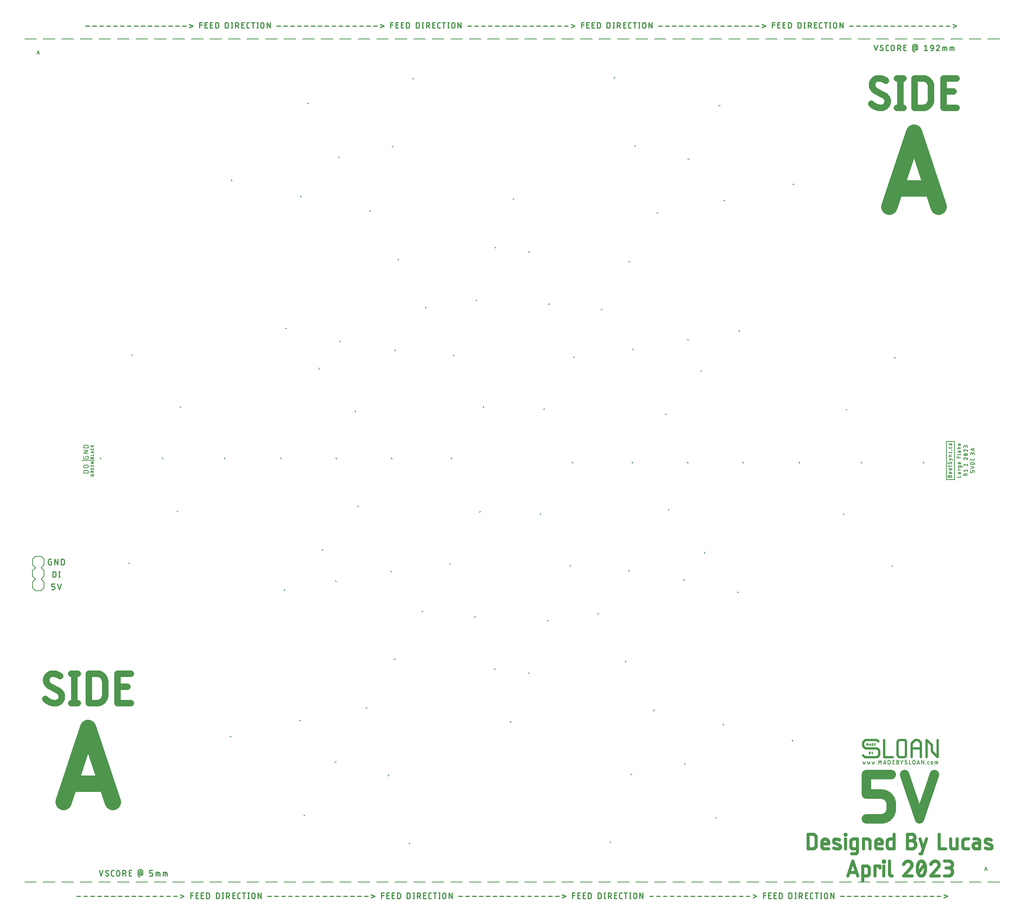
<source format=gbr>
G04 EAGLE Gerber RS-274X export*
G75*
%MOMM*%
%FSLAX34Y34*%
%LPD*%
%INSilkscreen Top*%
%IPPOS*%
%AMOC8*
5,1,8,0,0,1.08239X$1,22.5*%
G01*
%ADD10C,0.279400*%
%ADD11C,1.447800*%
%ADD12C,3.606800*%
%ADD13C,0.177800*%
%ADD14C,2.159000*%
%ADD15C,0.711200*%
%ADD16C,0.152400*%
%ADD17C,0.203200*%
%ADD18C,0.127000*%
%ADD19C,0.508000*%
%ADD20C,0.150000*%


D10*
X56956Y760678D02*
X58991Y760678D01*
X58991Y753897D01*
X54922Y753897D01*
X54821Y753899D01*
X54719Y753905D01*
X54618Y753914D01*
X54518Y753927D01*
X54418Y753944D01*
X54319Y753965D01*
X54220Y753989D01*
X54123Y754017D01*
X54026Y754049D01*
X53931Y754084D01*
X53837Y754123D01*
X53745Y754166D01*
X53655Y754211D01*
X53566Y754260D01*
X53479Y754313D01*
X53394Y754368D01*
X53312Y754427D01*
X53231Y754489D01*
X53153Y754553D01*
X53077Y754621D01*
X53004Y754691D01*
X52934Y754764D01*
X52866Y754840D01*
X52802Y754918D01*
X52740Y754999D01*
X52681Y755081D01*
X52626Y755166D01*
X52573Y755253D01*
X52524Y755342D01*
X52479Y755432D01*
X52436Y755524D01*
X52397Y755618D01*
X52362Y755713D01*
X52330Y755810D01*
X52302Y755907D01*
X52278Y756006D01*
X52257Y756105D01*
X52240Y756205D01*
X52227Y756305D01*
X52218Y756406D01*
X52212Y756508D01*
X52210Y756609D01*
X52210Y763391D01*
X52212Y763495D01*
X52218Y763599D01*
X52228Y763702D01*
X52242Y763805D01*
X52260Y763907D01*
X52281Y764009D01*
X52307Y764110D01*
X52336Y764209D01*
X52370Y764308D01*
X52407Y764405D01*
X52447Y764500D01*
X52492Y764594D01*
X52539Y764687D01*
X52591Y764777D01*
X52646Y764865D01*
X52704Y764951D01*
X52765Y765035D01*
X52830Y765116D01*
X52897Y765195D01*
X52968Y765272D01*
X53041Y765345D01*
X53118Y765416D01*
X53196Y765483D01*
X53278Y765548D01*
X53362Y765609D01*
X53448Y765667D01*
X53536Y765722D01*
X53626Y765774D01*
X53719Y765821D01*
X53813Y765866D01*
X53908Y765906D01*
X54005Y765943D01*
X54104Y765977D01*
X54203Y766006D01*
X54304Y766032D01*
X54406Y766053D01*
X54508Y766071D01*
X54611Y766085D01*
X54714Y766095D01*
X54818Y766101D01*
X54922Y766103D01*
X58991Y766103D01*
X66609Y766103D02*
X66609Y753897D01*
X73391Y753897D02*
X66609Y766103D01*
X73391Y766103D02*
X73391Y753897D01*
X81009Y753897D02*
X81009Y766103D01*
X84400Y766103D01*
X84516Y766101D01*
X84631Y766095D01*
X84747Y766085D01*
X84862Y766071D01*
X84976Y766054D01*
X85090Y766032D01*
X85203Y766007D01*
X85315Y765977D01*
X85426Y765944D01*
X85536Y765907D01*
X85644Y765867D01*
X85751Y765822D01*
X85856Y765774D01*
X85960Y765723D01*
X86062Y765668D01*
X86162Y765609D01*
X86260Y765547D01*
X86356Y765482D01*
X86449Y765414D01*
X86540Y765342D01*
X86629Y765268D01*
X86715Y765190D01*
X86798Y765110D01*
X86878Y765027D01*
X86956Y764941D01*
X87030Y764852D01*
X87102Y764761D01*
X87170Y764668D01*
X87235Y764572D01*
X87297Y764474D01*
X87356Y764374D01*
X87411Y764272D01*
X87462Y764168D01*
X87510Y764063D01*
X87555Y763956D01*
X87595Y763848D01*
X87632Y763738D01*
X87665Y763627D01*
X87695Y763515D01*
X87720Y763402D01*
X87742Y763288D01*
X87759Y763174D01*
X87773Y763059D01*
X87783Y762943D01*
X87789Y762828D01*
X87791Y762712D01*
X87791Y757288D01*
X87789Y757172D01*
X87783Y757057D01*
X87773Y756941D01*
X87759Y756826D01*
X87742Y756712D01*
X87720Y756598D01*
X87695Y756485D01*
X87665Y756373D01*
X87632Y756262D01*
X87595Y756152D01*
X87555Y756044D01*
X87510Y755937D01*
X87462Y755832D01*
X87411Y755728D01*
X87356Y755626D01*
X87297Y755526D01*
X87235Y755428D01*
X87170Y755332D01*
X87102Y755239D01*
X87030Y755148D01*
X86956Y755059D01*
X86878Y754973D01*
X86798Y754890D01*
X86715Y754810D01*
X86629Y754732D01*
X86540Y754658D01*
X86449Y754586D01*
X86356Y754518D01*
X86260Y754452D01*
X86162Y754391D01*
X86062Y754332D01*
X85960Y754277D01*
X85856Y754226D01*
X85751Y754178D01*
X85644Y754133D01*
X85536Y754093D01*
X85426Y754056D01*
X85315Y754023D01*
X85203Y753993D01*
X85090Y753968D01*
X84976Y753946D01*
X84862Y753929D01*
X84747Y753915D01*
X84631Y753905D01*
X84516Y753899D01*
X84400Y753897D01*
X81009Y753897D01*
X62002Y738603D02*
X62002Y726397D01*
X62002Y738603D02*
X65392Y738603D01*
X65508Y738601D01*
X65623Y738595D01*
X65739Y738585D01*
X65854Y738571D01*
X65968Y738554D01*
X66082Y738532D01*
X66195Y738507D01*
X66307Y738477D01*
X66418Y738444D01*
X66528Y738407D01*
X66636Y738367D01*
X66743Y738322D01*
X66848Y738274D01*
X66952Y738223D01*
X67054Y738168D01*
X67154Y738109D01*
X67252Y738047D01*
X67348Y737982D01*
X67441Y737914D01*
X67532Y737842D01*
X67621Y737768D01*
X67707Y737690D01*
X67790Y737610D01*
X67870Y737527D01*
X67948Y737441D01*
X68022Y737352D01*
X68094Y737261D01*
X68162Y737168D01*
X68227Y737072D01*
X68289Y736974D01*
X68348Y736874D01*
X68403Y736772D01*
X68454Y736668D01*
X68502Y736563D01*
X68547Y736456D01*
X68587Y736348D01*
X68624Y736238D01*
X68657Y736127D01*
X68687Y736015D01*
X68712Y735902D01*
X68734Y735788D01*
X68751Y735674D01*
X68765Y735559D01*
X68775Y735443D01*
X68781Y735328D01*
X68783Y735212D01*
X68783Y729788D01*
X68781Y729672D01*
X68775Y729557D01*
X68765Y729441D01*
X68751Y729326D01*
X68734Y729212D01*
X68712Y729098D01*
X68687Y728985D01*
X68657Y728873D01*
X68624Y728762D01*
X68587Y728652D01*
X68547Y728544D01*
X68502Y728437D01*
X68454Y728332D01*
X68403Y728228D01*
X68348Y728126D01*
X68289Y728026D01*
X68227Y727928D01*
X68162Y727832D01*
X68094Y727739D01*
X68022Y727648D01*
X67948Y727559D01*
X67870Y727473D01*
X67790Y727390D01*
X67707Y727310D01*
X67621Y727232D01*
X67532Y727158D01*
X67441Y727086D01*
X67348Y727018D01*
X67252Y726953D01*
X67154Y726891D01*
X67054Y726832D01*
X66952Y726777D01*
X66848Y726726D01*
X66743Y726678D01*
X66636Y726633D01*
X66528Y726593D01*
X66418Y726556D01*
X66307Y726523D01*
X66195Y726493D01*
X66082Y726468D01*
X65968Y726446D01*
X65854Y726429D01*
X65739Y726415D01*
X65623Y726405D01*
X65508Y726399D01*
X65392Y726397D01*
X62002Y726397D01*
X76642Y726397D02*
X76642Y738603D01*
X75286Y726397D02*
X77998Y726397D01*
X77998Y738603D02*
X75286Y738603D01*
X63589Y698897D02*
X59520Y698897D01*
X63589Y698897D02*
X63690Y698899D01*
X63792Y698905D01*
X63893Y698914D01*
X63993Y698927D01*
X64093Y698944D01*
X64192Y698965D01*
X64291Y698989D01*
X64388Y699017D01*
X64485Y699049D01*
X64580Y699084D01*
X64674Y699123D01*
X64766Y699166D01*
X64856Y699211D01*
X64945Y699260D01*
X65032Y699313D01*
X65117Y699368D01*
X65199Y699427D01*
X65280Y699489D01*
X65358Y699553D01*
X65434Y699621D01*
X65507Y699691D01*
X65577Y699764D01*
X65645Y699840D01*
X65709Y699918D01*
X65771Y699999D01*
X65830Y700081D01*
X65885Y700166D01*
X65938Y700253D01*
X65987Y700342D01*
X66032Y700432D01*
X66075Y700524D01*
X66114Y700618D01*
X66149Y700713D01*
X66181Y700810D01*
X66209Y700907D01*
X66233Y701006D01*
X66254Y701105D01*
X66271Y701205D01*
X66284Y701305D01*
X66293Y701406D01*
X66299Y701508D01*
X66301Y701609D01*
X66302Y701609D02*
X66302Y702966D01*
X66301Y702966D02*
X66299Y703067D01*
X66293Y703169D01*
X66284Y703270D01*
X66271Y703370D01*
X66254Y703470D01*
X66233Y703569D01*
X66209Y703668D01*
X66181Y703765D01*
X66149Y703862D01*
X66114Y703957D01*
X66075Y704051D01*
X66032Y704143D01*
X65987Y704233D01*
X65938Y704322D01*
X65885Y704409D01*
X65830Y704494D01*
X65771Y704576D01*
X65709Y704657D01*
X65645Y704735D01*
X65577Y704811D01*
X65507Y704884D01*
X65434Y704954D01*
X65358Y705022D01*
X65280Y705086D01*
X65199Y705148D01*
X65117Y705207D01*
X65032Y705262D01*
X64945Y705315D01*
X64856Y705364D01*
X64766Y705409D01*
X64674Y705452D01*
X64580Y705491D01*
X64485Y705526D01*
X64388Y705558D01*
X64291Y705586D01*
X64192Y705610D01*
X64093Y705631D01*
X63993Y705648D01*
X63893Y705661D01*
X63792Y705670D01*
X63690Y705676D01*
X63589Y705678D01*
X59520Y705678D01*
X59520Y711103D01*
X66302Y711103D01*
X72342Y711103D02*
X76411Y698897D01*
X80480Y711103D01*
X115182Y18644D02*
X123319Y18644D01*
X130482Y18644D02*
X138619Y18644D01*
X145782Y18644D02*
X153919Y18644D01*
X161082Y18644D02*
X169219Y18644D01*
X176382Y18644D02*
X184519Y18644D01*
X191682Y18644D02*
X199819Y18644D01*
X206982Y18644D02*
X215119Y18644D01*
X222282Y18644D02*
X230419Y18644D01*
X237582Y18644D02*
X245719Y18644D01*
X252882Y18644D02*
X261019Y18644D01*
X268182Y18644D02*
X276319Y18644D01*
X283482Y18644D02*
X291619Y18644D01*
X298782Y18644D02*
X306919Y18644D01*
X314082Y18644D02*
X322219Y18644D01*
X329382Y18644D02*
X337519Y18644D01*
X344682Y22034D02*
X352819Y18644D01*
X344682Y15253D01*
X367455Y13897D02*
X367455Y26103D01*
X372879Y26103D01*
X372879Y20678D02*
X367455Y20678D01*
X379154Y13897D02*
X384579Y13897D01*
X379154Y13897D02*
X379154Y26103D01*
X384579Y26103D01*
X383223Y20678D02*
X379154Y20678D01*
X390854Y13897D02*
X396279Y13897D01*
X390854Y13897D02*
X390854Y26103D01*
X396279Y26103D01*
X394923Y20678D02*
X390854Y20678D01*
X402510Y26103D02*
X402510Y13897D01*
X402510Y26103D02*
X405901Y26103D01*
X406017Y26101D01*
X406132Y26095D01*
X406248Y26085D01*
X406363Y26071D01*
X406477Y26054D01*
X406591Y26032D01*
X406704Y26007D01*
X406816Y25977D01*
X406927Y25944D01*
X407037Y25907D01*
X407145Y25867D01*
X407252Y25822D01*
X407357Y25774D01*
X407461Y25723D01*
X407563Y25668D01*
X407663Y25609D01*
X407761Y25547D01*
X407857Y25482D01*
X407950Y25414D01*
X408041Y25342D01*
X408130Y25268D01*
X408216Y25190D01*
X408299Y25110D01*
X408379Y25027D01*
X408457Y24941D01*
X408531Y24852D01*
X408603Y24761D01*
X408671Y24668D01*
X408736Y24572D01*
X408798Y24474D01*
X408857Y24374D01*
X408912Y24272D01*
X408963Y24168D01*
X409011Y24063D01*
X409056Y23956D01*
X409096Y23848D01*
X409133Y23738D01*
X409166Y23627D01*
X409196Y23515D01*
X409221Y23402D01*
X409243Y23288D01*
X409260Y23174D01*
X409274Y23059D01*
X409284Y22943D01*
X409290Y22828D01*
X409292Y22712D01*
X409291Y22712D02*
X409291Y17288D01*
X409292Y17288D02*
X409290Y17172D01*
X409284Y17057D01*
X409274Y16941D01*
X409260Y16826D01*
X409243Y16712D01*
X409221Y16598D01*
X409196Y16485D01*
X409166Y16373D01*
X409133Y16262D01*
X409096Y16152D01*
X409056Y16044D01*
X409011Y15937D01*
X408963Y15832D01*
X408912Y15728D01*
X408857Y15626D01*
X408798Y15526D01*
X408736Y15428D01*
X408671Y15332D01*
X408603Y15239D01*
X408531Y15148D01*
X408457Y15059D01*
X408379Y14973D01*
X408299Y14890D01*
X408216Y14810D01*
X408130Y14732D01*
X408041Y14658D01*
X407950Y14586D01*
X407857Y14518D01*
X407761Y14452D01*
X407663Y14391D01*
X407563Y14332D01*
X407461Y14277D01*
X407357Y14226D01*
X407252Y14178D01*
X407145Y14133D01*
X407037Y14093D01*
X406927Y14056D01*
X406816Y14023D01*
X406704Y13993D01*
X406591Y13968D01*
X406477Y13946D01*
X406363Y13929D01*
X406248Y13915D01*
X406132Y13905D01*
X406017Y13899D01*
X405901Y13897D01*
X402510Y13897D01*
X424110Y13897D02*
X424110Y26103D01*
X427501Y26103D01*
X427617Y26101D01*
X427732Y26095D01*
X427848Y26085D01*
X427963Y26071D01*
X428077Y26054D01*
X428191Y26032D01*
X428304Y26007D01*
X428416Y25977D01*
X428527Y25944D01*
X428637Y25907D01*
X428745Y25867D01*
X428852Y25822D01*
X428957Y25774D01*
X429061Y25723D01*
X429163Y25668D01*
X429263Y25609D01*
X429361Y25547D01*
X429457Y25482D01*
X429550Y25414D01*
X429641Y25342D01*
X429730Y25268D01*
X429816Y25190D01*
X429899Y25110D01*
X429979Y25027D01*
X430057Y24941D01*
X430131Y24852D01*
X430203Y24761D01*
X430271Y24668D01*
X430336Y24572D01*
X430398Y24474D01*
X430457Y24374D01*
X430512Y24272D01*
X430563Y24168D01*
X430611Y24063D01*
X430656Y23956D01*
X430696Y23848D01*
X430733Y23738D01*
X430766Y23627D01*
X430796Y23515D01*
X430821Y23402D01*
X430843Y23288D01*
X430860Y23174D01*
X430874Y23059D01*
X430884Y22943D01*
X430890Y22828D01*
X430892Y22712D01*
X430891Y22712D02*
X430891Y17288D01*
X430892Y17288D02*
X430890Y17172D01*
X430884Y17057D01*
X430874Y16941D01*
X430860Y16826D01*
X430843Y16712D01*
X430821Y16598D01*
X430796Y16485D01*
X430766Y16373D01*
X430733Y16262D01*
X430696Y16152D01*
X430656Y16044D01*
X430611Y15937D01*
X430563Y15832D01*
X430512Y15728D01*
X430457Y15626D01*
X430398Y15526D01*
X430336Y15428D01*
X430271Y15332D01*
X430203Y15239D01*
X430131Y15148D01*
X430057Y15059D01*
X429979Y14973D01*
X429899Y14890D01*
X429816Y14810D01*
X429730Y14732D01*
X429641Y14658D01*
X429550Y14586D01*
X429457Y14518D01*
X429361Y14452D01*
X429263Y14391D01*
X429163Y14332D01*
X429061Y14277D01*
X428957Y14226D01*
X428852Y14178D01*
X428745Y14133D01*
X428637Y14093D01*
X428527Y14056D01*
X428416Y14023D01*
X428304Y13993D01*
X428191Y13968D01*
X428077Y13946D01*
X427963Y13929D01*
X427848Y13915D01*
X427732Y13905D01*
X427617Y13899D01*
X427501Y13897D01*
X424110Y13897D01*
X438751Y13897D02*
X438751Y26103D01*
X437394Y13897D02*
X440107Y13897D01*
X440107Y26103D02*
X437394Y26103D01*
X446755Y26103D02*
X446755Y13897D01*
X446755Y26103D02*
X450145Y26103D01*
X450261Y26101D01*
X450376Y26095D01*
X450492Y26085D01*
X450607Y26071D01*
X450721Y26054D01*
X450835Y26032D01*
X450948Y26007D01*
X451060Y25977D01*
X451171Y25944D01*
X451281Y25907D01*
X451389Y25867D01*
X451496Y25822D01*
X451601Y25774D01*
X451705Y25723D01*
X451807Y25668D01*
X451907Y25609D01*
X452005Y25547D01*
X452101Y25482D01*
X452194Y25414D01*
X452285Y25342D01*
X452374Y25268D01*
X452460Y25190D01*
X452543Y25110D01*
X452623Y25027D01*
X452701Y24941D01*
X452775Y24852D01*
X452847Y24761D01*
X452915Y24668D01*
X452980Y24572D01*
X453042Y24474D01*
X453101Y24374D01*
X453156Y24272D01*
X453207Y24168D01*
X453255Y24063D01*
X453300Y23956D01*
X453340Y23848D01*
X453377Y23738D01*
X453410Y23627D01*
X453440Y23515D01*
X453465Y23402D01*
X453487Y23288D01*
X453504Y23174D01*
X453518Y23059D01*
X453528Y22943D01*
X453534Y22828D01*
X453536Y22712D01*
X453534Y22596D01*
X453528Y22481D01*
X453518Y22365D01*
X453504Y22250D01*
X453487Y22136D01*
X453465Y22022D01*
X453440Y21909D01*
X453410Y21797D01*
X453377Y21686D01*
X453340Y21576D01*
X453300Y21468D01*
X453255Y21361D01*
X453207Y21256D01*
X453156Y21152D01*
X453101Y21050D01*
X453042Y20950D01*
X452980Y20852D01*
X452915Y20756D01*
X452847Y20663D01*
X452775Y20572D01*
X452701Y20483D01*
X452623Y20397D01*
X452543Y20314D01*
X452460Y20234D01*
X452374Y20156D01*
X452285Y20082D01*
X452194Y20010D01*
X452101Y19942D01*
X452005Y19877D01*
X451907Y19815D01*
X451807Y19756D01*
X451705Y19701D01*
X451601Y19650D01*
X451496Y19602D01*
X451389Y19557D01*
X451281Y19517D01*
X451171Y19480D01*
X451060Y19447D01*
X450948Y19417D01*
X450835Y19392D01*
X450721Y19370D01*
X450607Y19353D01*
X450492Y19339D01*
X450376Y19329D01*
X450261Y19323D01*
X450145Y19321D01*
X450145Y19322D02*
X446755Y19322D01*
X450823Y19322D02*
X453536Y13897D01*
X460604Y13897D02*
X466029Y13897D01*
X460604Y13897D02*
X460604Y26103D01*
X466029Y26103D01*
X464673Y20678D02*
X460604Y20678D01*
X474457Y13897D02*
X477170Y13897D01*
X474457Y13897D02*
X474356Y13899D01*
X474254Y13905D01*
X474153Y13914D01*
X474053Y13927D01*
X473953Y13944D01*
X473854Y13965D01*
X473755Y13989D01*
X473658Y14017D01*
X473561Y14049D01*
X473466Y14084D01*
X473372Y14123D01*
X473280Y14166D01*
X473190Y14211D01*
X473101Y14260D01*
X473014Y14313D01*
X472929Y14368D01*
X472847Y14427D01*
X472766Y14489D01*
X472688Y14553D01*
X472612Y14621D01*
X472539Y14691D01*
X472469Y14764D01*
X472401Y14840D01*
X472337Y14918D01*
X472275Y14999D01*
X472216Y15081D01*
X472161Y15166D01*
X472108Y15253D01*
X472059Y15342D01*
X472014Y15432D01*
X471971Y15524D01*
X471932Y15618D01*
X471897Y15713D01*
X471865Y15810D01*
X471837Y15907D01*
X471813Y16006D01*
X471792Y16105D01*
X471775Y16205D01*
X471762Y16305D01*
X471753Y16406D01*
X471747Y16508D01*
X471745Y16609D01*
X471745Y23391D01*
X471747Y23495D01*
X471753Y23599D01*
X471763Y23702D01*
X471777Y23805D01*
X471795Y23907D01*
X471816Y24009D01*
X471842Y24110D01*
X471871Y24209D01*
X471905Y24308D01*
X471942Y24405D01*
X471982Y24500D01*
X472027Y24594D01*
X472074Y24687D01*
X472126Y24777D01*
X472181Y24865D01*
X472239Y24951D01*
X472300Y25035D01*
X472365Y25116D01*
X472432Y25195D01*
X472503Y25272D01*
X472576Y25345D01*
X472653Y25416D01*
X472731Y25483D01*
X472813Y25548D01*
X472897Y25609D01*
X472983Y25667D01*
X473071Y25722D01*
X473161Y25774D01*
X473254Y25821D01*
X473348Y25866D01*
X473443Y25906D01*
X473540Y25943D01*
X473639Y25977D01*
X473738Y26006D01*
X473839Y26032D01*
X473941Y26053D01*
X474043Y26071D01*
X474146Y26085D01*
X474249Y26095D01*
X474353Y26101D01*
X474457Y26103D01*
X477170Y26103D01*
X485550Y26103D02*
X485550Y13897D01*
X482160Y26103D02*
X488941Y26103D01*
X495450Y26103D02*
X495450Y13897D01*
X494094Y13897D02*
X496807Y13897D01*
X496807Y26103D02*
X494094Y26103D01*
X502860Y22712D02*
X502860Y17288D01*
X502859Y22712D02*
X502861Y22828D01*
X502867Y22943D01*
X502877Y23059D01*
X502891Y23174D01*
X502908Y23288D01*
X502930Y23402D01*
X502955Y23515D01*
X502985Y23627D01*
X503018Y23738D01*
X503055Y23848D01*
X503095Y23956D01*
X503140Y24063D01*
X503188Y24168D01*
X503239Y24272D01*
X503294Y24374D01*
X503353Y24474D01*
X503415Y24572D01*
X503480Y24668D01*
X503548Y24761D01*
X503620Y24852D01*
X503694Y24941D01*
X503772Y25027D01*
X503852Y25110D01*
X503935Y25190D01*
X504021Y25268D01*
X504110Y25342D01*
X504201Y25414D01*
X504294Y25482D01*
X504390Y25547D01*
X504488Y25609D01*
X504588Y25668D01*
X504690Y25723D01*
X504794Y25774D01*
X504899Y25822D01*
X505006Y25867D01*
X505114Y25907D01*
X505224Y25944D01*
X505335Y25977D01*
X505447Y26007D01*
X505560Y26032D01*
X505674Y26054D01*
X505788Y26071D01*
X505903Y26085D01*
X506019Y26095D01*
X506134Y26101D01*
X506250Y26103D01*
X506366Y26101D01*
X506481Y26095D01*
X506597Y26085D01*
X506712Y26071D01*
X506826Y26054D01*
X506940Y26032D01*
X507053Y26007D01*
X507165Y25977D01*
X507276Y25944D01*
X507386Y25907D01*
X507494Y25867D01*
X507601Y25822D01*
X507706Y25774D01*
X507810Y25723D01*
X507912Y25668D01*
X508012Y25609D01*
X508110Y25547D01*
X508206Y25482D01*
X508299Y25414D01*
X508390Y25342D01*
X508479Y25268D01*
X508565Y25190D01*
X508648Y25110D01*
X508728Y25027D01*
X508806Y24941D01*
X508880Y24852D01*
X508952Y24761D01*
X509020Y24668D01*
X509085Y24572D01*
X509147Y24474D01*
X509206Y24374D01*
X509261Y24272D01*
X509312Y24168D01*
X509360Y24063D01*
X509405Y23956D01*
X509445Y23848D01*
X509482Y23738D01*
X509515Y23627D01*
X509545Y23515D01*
X509570Y23402D01*
X509592Y23288D01*
X509609Y23174D01*
X509623Y23059D01*
X509633Y22943D01*
X509639Y22828D01*
X509641Y22712D01*
X509641Y17288D01*
X509639Y17172D01*
X509633Y17057D01*
X509623Y16941D01*
X509609Y16826D01*
X509592Y16712D01*
X509570Y16598D01*
X509545Y16485D01*
X509515Y16373D01*
X509482Y16262D01*
X509445Y16152D01*
X509405Y16044D01*
X509360Y15937D01*
X509312Y15832D01*
X509261Y15728D01*
X509206Y15626D01*
X509147Y15526D01*
X509085Y15428D01*
X509020Y15332D01*
X508952Y15239D01*
X508880Y15148D01*
X508806Y15059D01*
X508728Y14973D01*
X508648Y14890D01*
X508565Y14810D01*
X508479Y14732D01*
X508390Y14658D01*
X508299Y14586D01*
X508206Y14518D01*
X508110Y14453D01*
X508012Y14391D01*
X507912Y14332D01*
X507810Y14277D01*
X507706Y14226D01*
X507601Y14178D01*
X507494Y14133D01*
X507386Y14093D01*
X507276Y14056D01*
X507165Y14023D01*
X507053Y13993D01*
X506940Y13968D01*
X506826Y13946D01*
X506712Y13929D01*
X506597Y13915D01*
X506481Y13905D01*
X506366Y13899D01*
X506250Y13897D01*
X506134Y13899D01*
X506019Y13905D01*
X505903Y13915D01*
X505788Y13929D01*
X505674Y13946D01*
X505560Y13968D01*
X505447Y13993D01*
X505335Y14023D01*
X505224Y14056D01*
X505114Y14093D01*
X505006Y14133D01*
X504899Y14178D01*
X504794Y14226D01*
X504690Y14277D01*
X504588Y14332D01*
X504488Y14391D01*
X504390Y14453D01*
X504294Y14518D01*
X504201Y14586D01*
X504110Y14658D01*
X504021Y14732D01*
X503935Y14810D01*
X503852Y14890D01*
X503772Y14973D01*
X503694Y15059D01*
X503620Y15148D01*
X503548Y15239D01*
X503480Y15332D01*
X503415Y15428D01*
X503353Y15526D01*
X503294Y15626D01*
X503239Y15728D01*
X503188Y15832D01*
X503140Y15937D01*
X503095Y16044D01*
X503055Y16152D01*
X503018Y16262D01*
X502985Y16373D01*
X502955Y16485D01*
X502930Y16598D01*
X502908Y16712D01*
X502891Y16826D01*
X502877Y16941D01*
X502867Y17057D01*
X502861Y17172D01*
X502859Y17288D01*
X516810Y13897D02*
X516810Y26103D01*
X523591Y13897D01*
X523591Y26103D01*
X538182Y18644D02*
X546319Y18644D01*
X553482Y18644D02*
X561619Y18644D01*
X568782Y18644D02*
X576919Y18644D01*
X584082Y18644D02*
X592219Y18644D01*
X599382Y18644D02*
X607519Y18644D01*
X614682Y18644D02*
X622819Y18644D01*
X629982Y18644D02*
X638119Y18644D01*
X645282Y18644D02*
X653419Y18644D01*
X660582Y18644D02*
X668719Y18644D01*
X675882Y18644D02*
X684019Y18644D01*
X691182Y18644D02*
X699319Y18644D01*
X706482Y18644D02*
X714619Y18644D01*
X721782Y18644D02*
X729919Y18644D01*
X737082Y18644D02*
X745219Y18644D01*
X752382Y18644D02*
X760519Y18644D01*
X767682Y22034D02*
X775819Y18644D01*
X767682Y15253D01*
X790454Y13897D02*
X790454Y26103D01*
X795879Y26103D01*
X795879Y20678D02*
X790454Y20678D01*
X802154Y13897D02*
X807579Y13897D01*
X802154Y13897D02*
X802154Y26103D01*
X807579Y26103D01*
X806223Y20678D02*
X802154Y20678D01*
X813854Y13897D02*
X819279Y13897D01*
X813854Y13897D02*
X813854Y26103D01*
X819279Y26103D01*
X817923Y20678D02*
X813854Y20678D01*
X825510Y26103D02*
X825510Y13897D01*
X825510Y26103D02*
X828900Y26103D01*
X829016Y26101D01*
X829131Y26095D01*
X829247Y26085D01*
X829362Y26071D01*
X829476Y26054D01*
X829590Y26032D01*
X829703Y26007D01*
X829815Y25977D01*
X829926Y25944D01*
X830036Y25907D01*
X830144Y25867D01*
X830251Y25822D01*
X830356Y25774D01*
X830460Y25723D01*
X830562Y25668D01*
X830662Y25609D01*
X830760Y25547D01*
X830856Y25482D01*
X830949Y25414D01*
X831040Y25342D01*
X831129Y25268D01*
X831215Y25190D01*
X831298Y25110D01*
X831378Y25027D01*
X831456Y24941D01*
X831530Y24852D01*
X831602Y24761D01*
X831670Y24668D01*
X831735Y24572D01*
X831797Y24474D01*
X831856Y24374D01*
X831911Y24272D01*
X831962Y24168D01*
X832010Y24063D01*
X832055Y23956D01*
X832095Y23848D01*
X832132Y23738D01*
X832165Y23627D01*
X832195Y23515D01*
X832220Y23402D01*
X832242Y23288D01*
X832259Y23174D01*
X832273Y23059D01*
X832283Y22943D01*
X832289Y22828D01*
X832291Y22712D01*
X832291Y17288D01*
X832289Y17172D01*
X832283Y17057D01*
X832273Y16941D01*
X832259Y16826D01*
X832242Y16712D01*
X832220Y16598D01*
X832195Y16485D01*
X832165Y16373D01*
X832132Y16262D01*
X832095Y16152D01*
X832055Y16044D01*
X832010Y15937D01*
X831962Y15832D01*
X831911Y15728D01*
X831856Y15626D01*
X831797Y15526D01*
X831735Y15428D01*
X831670Y15332D01*
X831602Y15239D01*
X831530Y15148D01*
X831456Y15059D01*
X831378Y14973D01*
X831298Y14890D01*
X831215Y14810D01*
X831129Y14732D01*
X831040Y14658D01*
X830949Y14586D01*
X830856Y14518D01*
X830760Y14452D01*
X830662Y14391D01*
X830562Y14332D01*
X830460Y14277D01*
X830356Y14226D01*
X830251Y14178D01*
X830144Y14133D01*
X830036Y14093D01*
X829926Y14056D01*
X829815Y14023D01*
X829703Y13993D01*
X829590Y13968D01*
X829476Y13946D01*
X829362Y13929D01*
X829247Y13915D01*
X829131Y13905D01*
X829016Y13899D01*
X828900Y13897D01*
X825510Y13897D01*
X847110Y13897D02*
X847110Y26103D01*
X850500Y26103D01*
X850616Y26101D01*
X850731Y26095D01*
X850847Y26085D01*
X850962Y26071D01*
X851076Y26054D01*
X851190Y26032D01*
X851303Y26007D01*
X851415Y25977D01*
X851526Y25944D01*
X851636Y25907D01*
X851744Y25867D01*
X851851Y25822D01*
X851956Y25774D01*
X852060Y25723D01*
X852162Y25668D01*
X852262Y25609D01*
X852360Y25547D01*
X852456Y25482D01*
X852549Y25414D01*
X852640Y25342D01*
X852729Y25268D01*
X852815Y25190D01*
X852898Y25110D01*
X852978Y25027D01*
X853056Y24941D01*
X853130Y24852D01*
X853202Y24761D01*
X853270Y24668D01*
X853335Y24572D01*
X853397Y24474D01*
X853456Y24374D01*
X853511Y24272D01*
X853562Y24168D01*
X853610Y24063D01*
X853655Y23956D01*
X853695Y23848D01*
X853732Y23738D01*
X853765Y23627D01*
X853795Y23515D01*
X853820Y23402D01*
X853842Y23288D01*
X853859Y23174D01*
X853873Y23059D01*
X853883Y22943D01*
X853889Y22828D01*
X853891Y22712D01*
X853891Y17288D01*
X853889Y17172D01*
X853883Y17057D01*
X853873Y16941D01*
X853859Y16826D01*
X853842Y16712D01*
X853820Y16598D01*
X853795Y16485D01*
X853765Y16373D01*
X853732Y16262D01*
X853695Y16152D01*
X853655Y16044D01*
X853610Y15937D01*
X853562Y15832D01*
X853511Y15728D01*
X853456Y15626D01*
X853397Y15526D01*
X853335Y15428D01*
X853270Y15332D01*
X853202Y15239D01*
X853130Y15148D01*
X853056Y15059D01*
X852978Y14973D01*
X852898Y14890D01*
X852815Y14810D01*
X852729Y14732D01*
X852640Y14658D01*
X852549Y14586D01*
X852456Y14518D01*
X852360Y14452D01*
X852262Y14391D01*
X852162Y14332D01*
X852060Y14277D01*
X851956Y14226D01*
X851851Y14178D01*
X851744Y14133D01*
X851636Y14093D01*
X851526Y14056D01*
X851415Y14023D01*
X851303Y13993D01*
X851190Y13968D01*
X851076Y13946D01*
X850962Y13929D01*
X850847Y13915D01*
X850731Y13905D01*
X850616Y13899D01*
X850500Y13897D01*
X847110Y13897D01*
X861750Y13897D02*
X861750Y26103D01*
X860394Y13897D02*
X863106Y13897D01*
X863106Y26103D02*
X860394Y26103D01*
X869754Y26103D02*
X869754Y13897D01*
X869754Y26103D02*
X873145Y26103D01*
X873261Y26101D01*
X873376Y26095D01*
X873492Y26085D01*
X873607Y26071D01*
X873721Y26054D01*
X873835Y26032D01*
X873948Y26007D01*
X874060Y25977D01*
X874171Y25944D01*
X874281Y25907D01*
X874389Y25867D01*
X874496Y25822D01*
X874601Y25774D01*
X874705Y25723D01*
X874807Y25668D01*
X874907Y25609D01*
X875005Y25547D01*
X875101Y25482D01*
X875194Y25414D01*
X875285Y25342D01*
X875374Y25268D01*
X875460Y25190D01*
X875543Y25110D01*
X875623Y25027D01*
X875701Y24941D01*
X875775Y24852D01*
X875847Y24761D01*
X875915Y24668D01*
X875980Y24572D01*
X876042Y24474D01*
X876101Y24374D01*
X876156Y24272D01*
X876207Y24168D01*
X876255Y24063D01*
X876300Y23956D01*
X876340Y23848D01*
X876377Y23738D01*
X876410Y23627D01*
X876440Y23515D01*
X876465Y23402D01*
X876487Y23288D01*
X876504Y23174D01*
X876518Y23059D01*
X876528Y22943D01*
X876534Y22828D01*
X876536Y22712D01*
X876534Y22596D01*
X876528Y22481D01*
X876518Y22365D01*
X876504Y22250D01*
X876487Y22136D01*
X876465Y22022D01*
X876440Y21909D01*
X876410Y21797D01*
X876377Y21686D01*
X876340Y21576D01*
X876300Y21468D01*
X876255Y21361D01*
X876207Y21256D01*
X876156Y21152D01*
X876101Y21050D01*
X876042Y20950D01*
X875980Y20852D01*
X875915Y20756D01*
X875847Y20663D01*
X875775Y20572D01*
X875701Y20483D01*
X875623Y20397D01*
X875543Y20314D01*
X875460Y20234D01*
X875374Y20156D01*
X875285Y20082D01*
X875194Y20010D01*
X875101Y19942D01*
X875005Y19877D01*
X874907Y19815D01*
X874807Y19756D01*
X874705Y19701D01*
X874601Y19650D01*
X874496Y19602D01*
X874389Y19557D01*
X874281Y19517D01*
X874171Y19480D01*
X874060Y19447D01*
X873948Y19417D01*
X873835Y19392D01*
X873721Y19370D01*
X873607Y19353D01*
X873492Y19339D01*
X873376Y19329D01*
X873261Y19323D01*
X873145Y19321D01*
X873145Y19322D02*
X869754Y19322D01*
X873823Y19322D02*
X876535Y13897D01*
X883604Y13897D02*
X889029Y13897D01*
X883604Y13897D02*
X883604Y26103D01*
X889029Y26103D01*
X887673Y20678D02*
X883604Y20678D01*
X897457Y13897D02*
X900169Y13897D01*
X897457Y13897D02*
X897356Y13899D01*
X897254Y13905D01*
X897153Y13914D01*
X897053Y13927D01*
X896953Y13944D01*
X896854Y13965D01*
X896755Y13989D01*
X896658Y14017D01*
X896561Y14049D01*
X896466Y14084D01*
X896372Y14123D01*
X896280Y14166D01*
X896190Y14211D01*
X896101Y14260D01*
X896014Y14313D01*
X895929Y14368D01*
X895847Y14427D01*
X895766Y14489D01*
X895688Y14553D01*
X895612Y14621D01*
X895539Y14691D01*
X895469Y14764D01*
X895401Y14840D01*
X895337Y14918D01*
X895275Y14999D01*
X895216Y15081D01*
X895161Y15166D01*
X895108Y15253D01*
X895059Y15342D01*
X895014Y15432D01*
X894971Y15524D01*
X894932Y15618D01*
X894897Y15713D01*
X894865Y15810D01*
X894837Y15907D01*
X894813Y16006D01*
X894792Y16105D01*
X894775Y16205D01*
X894762Y16305D01*
X894753Y16406D01*
X894747Y16508D01*
X894745Y16609D01*
X894744Y16609D02*
X894744Y23391D01*
X894745Y23391D02*
X894747Y23495D01*
X894753Y23599D01*
X894763Y23702D01*
X894777Y23805D01*
X894795Y23907D01*
X894816Y24009D01*
X894842Y24110D01*
X894871Y24209D01*
X894905Y24308D01*
X894942Y24405D01*
X894982Y24500D01*
X895027Y24594D01*
X895074Y24687D01*
X895126Y24777D01*
X895181Y24865D01*
X895239Y24951D01*
X895300Y25035D01*
X895365Y25116D01*
X895432Y25195D01*
X895503Y25272D01*
X895576Y25345D01*
X895653Y25416D01*
X895731Y25483D01*
X895813Y25548D01*
X895897Y25609D01*
X895983Y25667D01*
X896071Y25722D01*
X896161Y25774D01*
X896254Y25821D01*
X896348Y25866D01*
X896443Y25906D01*
X896540Y25943D01*
X896639Y25977D01*
X896738Y26006D01*
X896839Y26032D01*
X896941Y26053D01*
X897043Y26071D01*
X897146Y26085D01*
X897249Y26095D01*
X897353Y26101D01*
X897457Y26103D01*
X900169Y26103D01*
X908550Y26103D02*
X908550Y13897D01*
X905160Y26103D02*
X911941Y26103D01*
X918450Y26103D02*
X918450Y13897D01*
X917094Y13897D02*
X919806Y13897D01*
X919806Y26103D02*
X917094Y26103D01*
X925860Y22712D02*
X925860Y17288D01*
X925859Y22712D02*
X925861Y22828D01*
X925867Y22943D01*
X925877Y23059D01*
X925891Y23174D01*
X925908Y23288D01*
X925930Y23402D01*
X925955Y23515D01*
X925985Y23627D01*
X926018Y23738D01*
X926055Y23848D01*
X926095Y23956D01*
X926140Y24063D01*
X926188Y24168D01*
X926239Y24272D01*
X926294Y24374D01*
X926353Y24474D01*
X926415Y24572D01*
X926480Y24668D01*
X926548Y24761D01*
X926620Y24852D01*
X926694Y24941D01*
X926772Y25027D01*
X926852Y25110D01*
X926935Y25190D01*
X927021Y25268D01*
X927110Y25342D01*
X927201Y25414D01*
X927294Y25482D01*
X927390Y25547D01*
X927488Y25609D01*
X927588Y25668D01*
X927690Y25723D01*
X927794Y25774D01*
X927899Y25822D01*
X928006Y25867D01*
X928114Y25907D01*
X928224Y25944D01*
X928335Y25977D01*
X928447Y26007D01*
X928560Y26032D01*
X928674Y26054D01*
X928788Y26071D01*
X928903Y26085D01*
X929019Y26095D01*
X929134Y26101D01*
X929250Y26103D01*
X929366Y26101D01*
X929481Y26095D01*
X929597Y26085D01*
X929712Y26071D01*
X929826Y26054D01*
X929940Y26032D01*
X930053Y26007D01*
X930165Y25977D01*
X930276Y25944D01*
X930386Y25907D01*
X930494Y25867D01*
X930601Y25822D01*
X930706Y25774D01*
X930810Y25723D01*
X930912Y25668D01*
X931012Y25609D01*
X931110Y25547D01*
X931206Y25482D01*
X931299Y25414D01*
X931390Y25342D01*
X931479Y25268D01*
X931565Y25190D01*
X931648Y25110D01*
X931728Y25027D01*
X931806Y24941D01*
X931880Y24852D01*
X931952Y24761D01*
X932020Y24668D01*
X932085Y24572D01*
X932147Y24474D01*
X932206Y24374D01*
X932261Y24272D01*
X932312Y24168D01*
X932360Y24063D01*
X932405Y23956D01*
X932445Y23848D01*
X932482Y23738D01*
X932515Y23627D01*
X932545Y23515D01*
X932570Y23402D01*
X932592Y23288D01*
X932609Y23174D01*
X932623Y23059D01*
X932633Y22943D01*
X932639Y22828D01*
X932641Y22712D01*
X932641Y17288D01*
X932639Y17172D01*
X932633Y17057D01*
X932623Y16941D01*
X932609Y16826D01*
X932592Y16712D01*
X932570Y16598D01*
X932545Y16485D01*
X932515Y16373D01*
X932482Y16262D01*
X932445Y16152D01*
X932405Y16044D01*
X932360Y15937D01*
X932312Y15832D01*
X932261Y15728D01*
X932206Y15626D01*
X932147Y15526D01*
X932085Y15428D01*
X932020Y15332D01*
X931952Y15239D01*
X931880Y15148D01*
X931806Y15059D01*
X931728Y14973D01*
X931648Y14890D01*
X931565Y14810D01*
X931479Y14732D01*
X931390Y14658D01*
X931299Y14586D01*
X931206Y14518D01*
X931110Y14453D01*
X931012Y14391D01*
X930912Y14332D01*
X930810Y14277D01*
X930706Y14226D01*
X930601Y14178D01*
X930494Y14133D01*
X930386Y14093D01*
X930276Y14056D01*
X930165Y14023D01*
X930053Y13993D01*
X929940Y13968D01*
X929826Y13946D01*
X929712Y13929D01*
X929597Y13915D01*
X929481Y13905D01*
X929366Y13899D01*
X929250Y13897D01*
X929134Y13899D01*
X929019Y13905D01*
X928903Y13915D01*
X928788Y13929D01*
X928674Y13946D01*
X928560Y13968D01*
X928447Y13993D01*
X928335Y14023D01*
X928224Y14056D01*
X928114Y14093D01*
X928006Y14133D01*
X927899Y14178D01*
X927794Y14226D01*
X927690Y14277D01*
X927588Y14332D01*
X927488Y14391D01*
X927390Y14453D01*
X927294Y14518D01*
X927201Y14586D01*
X927110Y14658D01*
X927021Y14732D01*
X926935Y14810D01*
X926852Y14890D01*
X926772Y14973D01*
X926694Y15059D01*
X926620Y15148D01*
X926548Y15239D01*
X926480Y15332D01*
X926415Y15428D01*
X926353Y15526D01*
X926294Y15626D01*
X926239Y15728D01*
X926188Y15832D01*
X926140Y15937D01*
X926095Y16044D01*
X926055Y16152D01*
X926018Y16262D01*
X925985Y16373D01*
X925955Y16485D01*
X925930Y16598D01*
X925908Y16712D01*
X925891Y16826D01*
X925877Y16941D01*
X925867Y17057D01*
X925861Y17172D01*
X925859Y17288D01*
X939809Y13897D02*
X939809Y26103D01*
X946591Y13897D01*
X946591Y26103D01*
X961181Y18644D02*
X969319Y18644D01*
X976481Y18644D02*
X984619Y18644D01*
X991781Y18644D02*
X999919Y18644D01*
X1007081Y18644D02*
X1015219Y18644D01*
X1022381Y18644D02*
X1030519Y18644D01*
X1037681Y18644D02*
X1045819Y18644D01*
X1052981Y18644D02*
X1061119Y18644D01*
X1068281Y18644D02*
X1076419Y18644D01*
X1083581Y18644D02*
X1091719Y18644D01*
X1098881Y18644D02*
X1107019Y18644D01*
X1114181Y18644D02*
X1122319Y18644D01*
X1129481Y18644D02*
X1137619Y18644D01*
X1144781Y18644D02*
X1152919Y18644D01*
X1160081Y18644D02*
X1168219Y18644D01*
X1175381Y18644D02*
X1183519Y18644D01*
X1190681Y22034D02*
X1198819Y18644D01*
X1190681Y15253D01*
X1213454Y13897D02*
X1213454Y26103D01*
X1218879Y26103D01*
X1218879Y20678D02*
X1213454Y20678D01*
X1225154Y13897D02*
X1230579Y13897D01*
X1225154Y13897D02*
X1225154Y26103D01*
X1230579Y26103D01*
X1229222Y20678D02*
X1225154Y20678D01*
X1236854Y13897D02*
X1242279Y13897D01*
X1236854Y13897D02*
X1236854Y26103D01*
X1242279Y26103D01*
X1240922Y20678D02*
X1236854Y20678D01*
X1248509Y26103D02*
X1248509Y13897D01*
X1248509Y26103D02*
X1251900Y26103D01*
X1252016Y26101D01*
X1252131Y26095D01*
X1252247Y26085D01*
X1252362Y26071D01*
X1252476Y26054D01*
X1252590Y26032D01*
X1252703Y26007D01*
X1252815Y25977D01*
X1252926Y25944D01*
X1253036Y25907D01*
X1253144Y25867D01*
X1253251Y25822D01*
X1253356Y25774D01*
X1253460Y25723D01*
X1253562Y25668D01*
X1253662Y25609D01*
X1253760Y25547D01*
X1253856Y25482D01*
X1253949Y25414D01*
X1254040Y25342D01*
X1254129Y25268D01*
X1254215Y25190D01*
X1254298Y25110D01*
X1254378Y25027D01*
X1254456Y24941D01*
X1254530Y24852D01*
X1254602Y24761D01*
X1254670Y24668D01*
X1254735Y24572D01*
X1254797Y24474D01*
X1254856Y24374D01*
X1254911Y24272D01*
X1254962Y24168D01*
X1255010Y24063D01*
X1255055Y23956D01*
X1255095Y23848D01*
X1255132Y23738D01*
X1255165Y23627D01*
X1255195Y23515D01*
X1255220Y23402D01*
X1255242Y23288D01*
X1255259Y23174D01*
X1255273Y23059D01*
X1255283Y22943D01*
X1255289Y22828D01*
X1255291Y22712D01*
X1255290Y22712D02*
X1255290Y17288D01*
X1255291Y17288D02*
X1255289Y17172D01*
X1255283Y17057D01*
X1255273Y16941D01*
X1255259Y16826D01*
X1255242Y16712D01*
X1255220Y16598D01*
X1255195Y16485D01*
X1255165Y16373D01*
X1255132Y16262D01*
X1255095Y16152D01*
X1255055Y16044D01*
X1255010Y15937D01*
X1254962Y15832D01*
X1254911Y15728D01*
X1254856Y15626D01*
X1254797Y15526D01*
X1254735Y15428D01*
X1254670Y15332D01*
X1254602Y15239D01*
X1254530Y15148D01*
X1254456Y15059D01*
X1254378Y14973D01*
X1254298Y14890D01*
X1254215Y14810D01*
X1254129Y14732D01*
X1254040Y14658D01*
X1253949Y14586D01*
X1253856Y14518D01*
X1253760Y14452D01*
X1253662Y14391D01*
X1253562Y14332D01*
X1253460Y14277D01*
X1253356Y14226D01*
X1253251Y14178D01*
X1253144Y14133D01*
X1253036Y14093D01*
X1252926Y14056D01*
X1252815Y14023D01*
X1252703Y13993D01*
X1252590Y13968D01*
X1252476Y13946D01*
X1252362Y13929D01*
X1252247Y13915D01*
X1252131Y13905D01*
X1252016Y13899D01*
X1251900Y13897D01*
X1248509Y13897D01*
X1270109Y13897D02*
X1270109Y26103D01*
X1273500Y26103D01*
X1273616Y26101D01*
X1273731Y26095D01*
X1273847Y26085D01*
X1273962Y26071D01*
X1274076Y26054D01*
X1274190Y26032D01*
X1274303Y26007D01*
X1274415Y25977D01*
X1274526Y25944D01*
X1274636Y25907D01*
X1274744Y25867D01*
X1274851Y25822D01*
X1274956Y25774D01*
X1275060Y25723D01*
X1275162Y25668D01*
X1275262Y25609D01*
X1275360Y25547D01*
X1275456Y25482D01*
X1275549Y25414D01*
X1275640Y25342D01*
X1275729Y25268D01*
X1275815Y25190D01*
X1275898Y25110D01*
X1275978Y25027D01*
X1276056Y24941D01*
X1276130Y24852D01*
X1276202Y24761D01*
X1276270Y24668D01*
X1276335Y24572D01*
X1276397Y24474D01*
X1276456Y24374D01*
X1276511Y24272D01*
X1276562Y24168D01*
X1276610Y24063D01*
X1276655Y23956D01*
X1276695Y23848D01*
X1276732Y23738D01*
X1276765Y23627D01*
X1276795Y23515D01*
X1276820Y23402D01*
X1276842Y23288D01*
X1276859Y23174D01*
X1276873Y23059D01*
X1276883Y22943D01*
X1276889Y22828D01*
X1276891Y22712D01*
X1276890Y22712D02*
X1276890Y17288D01*
X1276891Y17288D02*
X1276889Y17172D01*
X1276883Y17057D01*
X1276873Y16941D01*
X1276859Y16826D01*
X1276842Y16712D01*
X1276820Y16598D01*
X1276795Y16485D01*
X1276765Y16373D01*
X1276732Y16262D01*
X1276695Y16152D01*
X1276655Y16044D01*
X1276610Y15937D01*
X1276562Y15832D01*
X1276511Y15728D01*
X1276456Y15626D01*
X1276397Y15526D01*
X1276335Y15428D01*
X1276270Y15332D01*
X1276202Y15239D01*
X1276130Y15148D01*
X1276056Y15059D01*
X1275978Y14973D01*
X1275898Y14890D01*
X1275815Y14810D01*
X1275729Y14732D01*
X1275640Y14658D01*
X1275549Y14586D01*
X1275456Y14518D01*
X1275360Y14452D01*
X1275262Y14391D01*
X1275162Y14332D01*
X1275060Y14277D01*
X1274956Y14226D01*
X1274851Y14178D01*
X1274744Y14133D01*
X1274636Y14093D01*
X1274526Y14056D01*
X1274415Y14023D01*
X1274303Y13993D01*
X1274190Y13968D01*
X1274076Y13946D01*
X1273962Y13929D01*
X1273847Y13915D01*
X1273731Y13905D01*
X1273616Y13899D01*
X1273500Y13897D01*
X1270109Y13897D01*
X1284750Y13897D02*
X1284750Y26103D01*
X1283394Y13897D02*
X1286106Y13897D01*
X1286106Y26103D02*
X1283394Y26103D01*
X1292754Y26103D02*
X1292754Y13897D01*
X1292754Y26103D02*
X1296145Y26103D01*
X1296261Y26101D01*
X1296376Y26095D01*
X1296492Y26085D01*
X1296607Y26071D01*
X1296721Y26054D01*
X1296835Y26032D01*
X1296948Y26007D01*
X1297060Y25977D01*
X1297171Y25944D01*
X1297281Y25907D01*
X1297389Y25867D01*
X1297496Y25822D01*
X1297601Y25774D01*
X1297705Y25723D01*
X1297807Y25668D01*
X1297907Y25609D01*
X1298005Y25547D01*
X1298101Y25482D01*
X1298194Y25414D01*
X1298285Y25342D01*
X1298374Y25268D01*
X1298460Y25190D01*
X1298543Y25110D01*
X1298623Y25027D01*
X1298701Y24941D01*
X1298775Y24852D01*
X1298847Y24761D01*
X1298915Y24668D01*
X1298980Y24572D01*
X1299042Y24474D01*
X1299101Y24374D01*
X1299156Y24272D01*
X1299207Y24168D01*
X1299255Y24063D01*
X1299300Y23956D01*
X1299340Y23848D01*
X1299377Y23738D01*
X1299410Y23627D01*
X1299440Y23515D01*
X1299465Y23402D01*
X1299487Y23288D01*
X1299504Y23174D01*
X1299518Y23059D01*
X1299528Y22943D01*
X1299534Y22828D01*
X1299536Y22712D01*
X1299534Y22596D01*
X1299528Y22481D01*
X1299518Y22365D01*
X1299504Y22250D01*
X1299487Y22136D01*
X1299465Y22022D01*
X1299440Y21909D01*
X1299410Y21797D01*
X1299377Y21686D01*
X1299340Y21576D01*
X1299300Y21468D01*
X1299255Y21361D01*
X1299207Y21256D01*
X1299156Y21152D01*
X1299101Y21050D01*
X1299042Y20950D01*
X1298980Y20852D01*
X1298915Y20756D01*
X1298847Y20663D01*
X1298775Y20572D01*
X1298701Y20483D01*
X1298623Y20397D01*
X1298543Y20314D01*
X1298460Y20234D01*
X1298374Y20156D01*
X1298285Y20082D01*
X1298194Y20010D01*
X1298101Y19942D01*
X1298005Y19877D01*
X1297907Y19815D01*
X1297807Y19756D01*
X1297705Y19701D01*
X1297601Y19650D01*
X1297496Y19602D01*
X1297389Y19557D01*
X1297281Y19517D01*
X1297171Y19480D01*
X1297060Y19447D01*
X1296948Y19417D01*
X1296835Y19392D01*
X1296721Y19370D01*
X1296607Y19353D01*
X1296492Y19339D01*
X1296376Y19329D01*
X1296261Y19323D01*
X1296145Y19321D01*
X1296145Y19322D02*
X1292754Y19322D01*
X1296823Y19322D02*
X1299535Y13897D01*
X1306604Y13897D02*
X1312029Y13897D01*
X1306604Y13897D02*
X1306604Y26103D01*
X1312029Y26103D01*
X1310672Y20678D02*
X1306604Y20678D01*
X1320456Y13897D02*
X1323169Y13897D01*
X1320456Y13897D02*
X1320355Y13899D01*
X1320253Y13905D01*
X1320152Y13914D01*
X1320052Y13927D01*
X1319952Y13944D01*
X1319853Y13965D01*
X1319754Y13989D01*
X1319657Y14017D01*
X1319560Y14049D01*
X1319465Y14084D01*
X1319371Y14123D01*
X1319279Y14166D01*
X1319189Y14211D01*
X1319100Y14260D01*
X1319013Y14313D01*
X1318928Y14368D01*
X1318846Y14427D01*
X1318765Y14489D01*
X1318687Y14553D01*
X1318611Y14621D01*
X1318538Y14691D01*
X1318468Y14764D01*
X1318400Y14840D01*
X1318336Y14918D01*
X1318274Y14999D01*
X1318215Y15081D01*
X1318160Y15166D01*
X1318107Y15253D01*
X1318058Y15342D01*
X1318013Y15432D01*
X1317970Y15524D01*
X1317931Y15618D01*
X1317896Y15713D01*
X1317864Y15810D01*
X1317836Y15907D01*
X1317812Y16006D01*
X1317791Y16105D01*
X1317774Y16205D01*
X1317761Y16305D01*
X1317752Y16406D01*
X1317746Y16508D01*
X1317744Y16609D01*
X1317744Y23391D01*
X1317746Y23495D01*
X1317752Y23599D01*
X1317762Y23702D01*
X1317776Y23805D01*
X1317794Y23907D01*
X1317815Y24009D01*
X1317841Y24110D01*
X1317870Y24209D01*
X1317904Y24308D01*
X1317941Y24405D01*
X1317981Y24500D01*
X1318026Y24594D01*
X1318073Y24687D01*
X1318125Y24777D01*
X1318180Y24865D01*
X1318238Y24951D01*
X1318299Y25035D01*
X1318364Y25116D01*
X1318431Y25195D01*
X1318502Y25272D01*
X1318575Y25345D01*
X1318652Y25416D01*
X1318730Y25483D01*
X1318812Y25548D01*
X1318896Y25609D01*
X1318982Y25667D01*
X1319070Y25722D01*
X1319160Y25774D01*
X1319253Y25821D01*
X1319347Y25866D01*
X1319442Y25906D01*
X1319539Y25943D01*
X1319638Y25977D01*
X1319737Y26006D01*
X1319838Y26032D01*
X1319940Y26053D01*
X1320042Y26071D01*
X1320145Y26085D01*
X1320248Y26095D01*
X1320352Y26101D01*
X1320456Y26103D01*
X1323169Y26103D01*
X1331550Y26103D02*
X1331550Y13897D01*
X1328159Y26103D02*
X1334940Y26103D01*
X1341450Y26103D02*
X1341450Y13897D01*
X1340094Y13897D02*
X1342806Y13897D01*
X1342806Y26103D02*
X1340094Y26103D01*
X1348859Y22712D02*
X1348859Y17288D01*
X1348859Y22712D02*
X1348861Y22828D01*
X1348867Y22943D01*
X1348877Y23059D01*
X1348891Y23174D01*
X1348908Y23288D01*
X1348930Y23402D01*
X1348955Y23515D01*
X1348985Y23627D01*
X1349018Y23738D01*
X1349055Y23848D01*
X1349095Y23956D01*
X1349140Y24063D01*
X1349188Y24168D01*
X1349239Y24272D01*
X1349294Y24374D01*
X1349353Y24474D01*
X1349415Y24572D01*
X1349480Y24668D01*
X1349548Y24761D01*
X1349620Y24852D01*
X1349694Y24941D01*
X1349772Y25027D01*
X1349852Y25110D01*
X1349935Y25190D01*
X1350021Y25268D01*
X1350110Y25342D01*
X1350201Y25414D01*
X1350294Y25482D01*
X1350390Y25547D01*
X1350488Y25609D01*
X1350588Y25668D01*
X1350690Y25723D01*
X1350794Y25774D01*
X1350899Y25822D01*
X1351006Y25867D01*
X1351114Y25907D01*
X1351224Y25944D01*
X1351335Y25977D01*
X1351447Y26007D01*
X1351560Y26032D01*
X1351674Y26054D01*
X1351788Y26071D01*
X1351903Y26085D01*
X1352019Y26095D01*
X1352134Y26101D01*
X1352250Y26103D01*
X1352366Y26101D01*
X1352481Y26095D01*
X1352597Y26085D01*
X1352712Y26071D01*
X1352826Y26054D01*
X1352940Y26032D01*
X1353053Y26007D01*
X1353165Y25977D01*
X1353276Y25944D01*
X1353386Y25907D01*
X1353494Y25867D01*
X1353601Y25822D01*
X1353706Y25774D01*
X1353810Y25723D01*
X1353912Y25668D01*
X1354012Y25609D01*
X1354110Y25547D01*
X1354206Y25482D01*
X1354299Y25414D01*
X1354390Y25342D01*
X1354479Y25268D01*
X1354565Y25190D01*
X1354648Y25110D01*
X1354728Y25027D01*
X1354806Y24941D01*
X1354880Y24852D01*
X1354952Y24761D01*
X1355020Y24668D01*
X1355085Y24572D01*
X1355147Y24474D01*
X1355206Y24374D01*
X1355261Y24272D01*
X1355312Y24168D01*
X1355360Y24063D01*
X1355405Y23956D01*
X1355445Y23848D01*
X1355482Y23738D01*
X1355515Y23627D01*
X1355545Y23515D01*
X1355570Y23402D01*
X1355592Y23288D01*
X1355609Y23174D01*
X1355623Y23059D01*
X1355633Y22943D01*
X1355639Y22828D01*
X1355641Y22712D01*
X1355640Y22712D02*
X1355640Y17288D01*
X1355641Y17288D02*
X1355639Y17172D01*
X1355633Y17057D01*
X1355623Y16941D01*
X1355609Y16826D01*
X1355592Y16712D01*
X1355570Y16598D01*
X1355545Y16485D01*
X1355515Y16373D01*
X1355482Y16262D01*
X1355445Y16152D01*
X1355405Y16044D01*
X1355360Y15937D01*
X1355312Y15832D01*
X1355261Y15728D01*
X1355206Y15626D01*
X1355147Y15526D01*
X1355085Y15428D01*
X1355020Y15332D01*
X1354952Y15239D01*
X1354880Y15148D01*
X1354806Y15059D01*
X1354728Y14973D01*
X1354648Y14890D01*
X1354565Y14810D01*
X1354479Y14732D01*
X1354390Y14658D01*
X1354299Y14586D01*
X1354206Y14518D01*
X1354110Y14453D01*
X1354012Y14391D01*
X1353912Y14332D01*
X1353810Y14277D01*
X1353706Y14226D01*
X1353601Y14178D01*
X1353494Y14133D01*
X1353386Y14093D01*
X1353276Y14056D01*
X1353165Y14023D01*
X1353053Y13993D01*
X1352940Y13968D01*
X1352826Y13946D01*
X1352712Y13929D01*
X1352597Y13915D01*
X1352481Y13905D01*
X1352366Y13899D01*
X1352250Y13897D01*
X1352134Y13899D01*
X1352019Y13905D01*
X1351903Y13915D01*
X1351788Y13929D01*
X1351674Y13946D01*
X1351560Y13968D01*
X1351447Y13993D01*
X1351335Y14023D01*
X1351224Y14056D01*
X1351114Y14093D01*
X1351006Y14133D01*
X1350899Y14178D01*
X1350794Y14226D01*
X1350690Y14277D01*
X1350588Y14332D01*
X1350488Y14391D01*
X1350390Y14453D01*
X1350294Y14518D01*
X1350201Y14586D01*
X1350110Y14658D01*
X1350021Y14732D01*
X1349935Y14810D01*
X1349852Y14890D01*
X1349772Y14973D01*
X1349694Y15059D01*
X1349620Y15148D01*
X1349548Y15239D01*
X1349480Y15332D01*
X1349415Y15428D01*
X1349353Y15526D01*
X1349294Y15626D01*
X1349239Y15728D01*
X1349188Y15832D01*
X1349140Y15937D01*
X1349095Y16044D01*
X1349055Y16152D01*
X1349018Y16262D01*
X1348985Y16373D01*
X1348955Y16485D01*
X1348930Y16598D01*
X1348908Y16712D01*
X1348891Y16826D01*
X1348877Y16941D01*
X1348867Y17057D01*
X1348861Y17172D01*
X1348859Y17288D01*
X1362809Y13897D02*
X1362809Y26103D01*
X1369590Y13897D01*
X1369590Y26103D01*
X1384181Y18644D02*
X1392318Y18644D01*
X1399481Y18644D02*
X1407618Y18644D01*
X1414781Y18644D02*
X1422918Y18644D01*
X1430081Y18644D02*
X1438218Y18644D01*
X1445381Y18644D02*
X1453518Y18644D01*
X1460681Y18644D02*
X1468818Y18644D01*
X1475981Y18644D02*
X1484118Y18644D01*
X1491281Y18644D02*
X1499418Y18644D01*
X1506581Y18644D02*
X1514718Y18644D01*
X1521881Y18644D02*
X1530018Y18644D01*
X1537181Y18644D02*
X1545318Y18644D01*
X1552481Y18644D02*
X1560618Y18644D01*
X1567781Y18644D02*
X1575918Y18644D01*
X1583081Y18644D02*
X1591218Y18644D01*
X1598381Y18644D02*
X1606518Y18644D01*
X1613681Y22034D02*
X1621818Y18644D01*
X1613681Y15253D01*
X1636453Y13897D02*
X1636453Y26103D01*
X1641878Y26103D01*
X1641878Y20678D02*
X1636453Y20678D01*
X1648153Y13897D02*
X1653578Y13897D01*
X1648153Y13897D02*
X1648153Y26103D01*
X1653578Y26103D01*
X1652222Y20678D02*
X1648153Y20678D01*
X1659853Y13897D02*
X1665278Y13897D01*
X1659853Y13897D02*
X1659853Y26103D01*
X1665278Y26103D01*
X1663922Y20678D02*
X1659853Y20678D01*
X1671509Y26103D02*
X1671509Y13897D01*
X1671509Y26103D02*
X1674900Y26103D01*
X1675016Y26101D01*
X1675131Y26095D01*
X1675247Y26085D01*
X1675362Y26071D01*
X1675476Y26054D01*
X1675590Y26032D01*
X1675703Y26007D01*
X1675815Y25977D01*
X1675926Y25944D01*
X1676036Y25907D01*
X1676144Y25867D01*
X1676251Y25822D01*
X1676356Y25774D01*
X1676460Y25723D01*
X1676562Y25668D01*
X1676662Y25609D01*
X1676760Y25547D01*
X1676856Y25482D01*
X1676949Y25414D01*
X1677040Y25342D01*
X1677129Y25268D01*
X1677215Y25190D01*
X1677298Y25110D01*
X1677378Y25027D01*
X1677456Y24941D01*
X1677530Y24852D01*
X1677602Y24761D01*
X1677670Y24668D01*
X1677735Y24572D01*
X1677797Y24474D01*
X1677856Y24374D01*
X1677911Y24272D01*
X1677962Y24168D01*
X1678010Y24063D01*
X1678055Y23956D01*
X1678095Y23848D01*
X1678132Y23738D01*
X1678165Y23627D01*
X1678195Y23515D01*
X1678220Y23402D01*
X1678242Y23288D01*
X1678259Y23174D01*
X1678273Y23059D01*
X1678283Y22943D01*
X1678289Y22828D01*
X1678291Y22712D01*
X1678290Y22712D02*
X1678290Y17288D01*
X1678291Y17288D02*
X1678289Y17172D01*
X1678283Y17057D01*
X1678273Y16941D01*
X1678259Y16826D01*
X1678242Y16712D01*
X1678220Y16598D01*
X1678195Y16485D01*
X1678165Y16373D01*
X1678132Y16262D01*
X1678095Y16152D01*
X1678055Y16044D01*
X1678010Y15937D01*
X1677962Y15832D01*
X1677911Y15728D01*
X1677856Y15626D01*
X1677797Y15526D01*
X1677735Y15428D01*
X1677670Y15332D01*
X1677602Y15239D01*
X1677530Y15148D01*
X1677456Y15059D01*
X1677378Y14973D01*
X1677298Y14890D01*
X1677215Y14810D01*
X1677129Y14732D01*
X1677040Y14658D01*
X1676949Y14586D01*
X1676856Y14518D01*
X1676760Y14452D01*
X1676662Y14391D01*
X1676562Y14332D01*
X1676460Y14277D01*
X1676356Y14226D01*
X1676251Y14178D01*
X1676144Y14133D01*
X1676036Y14093D01*
X1675926Y14056D01*
X1675815Y14023D01*
X1675703Y13993D01*
X1675590Y13968D01*
X1675476Y13946D01*
X1675362Y13929D01*
X1675247Y13915D01*
X1675131Y13905D01*
X1675016Y13899D01*
X1674900Y13897D01*
X1671509Y13897D01*
X1693109Y13897D02*
X1693109Y26103D01*
X1696500Y26103D01*
X1696616Y26101D01*
X1696731Y26095D01*
X1696847Y26085D01*
X1696962Y26071D01*
X1697076Y26054D01*
X1697190Y26032D01*
X1697303Y26007D01*
X1697415Y25977D01*
X1697526Y25944D01*
X1697636Y25907D01*
X1697744Y25867D01*
X1697851Y25822D01*
X1697956Y25774D01*
X1698060Y25723D01*
X1698162Y25668D01*
X1698262Y25609D01*
X1698360Y25547D01*
X1698456Y25482D01*
X1698549Y25414D01*
X1698640Y25342D01*
X1698729Y25268D01*
X1698815Y25190D01*
X1698898Y25110D01*
X1698978Y25027D01*
X1699056Y24941D01*
X1699130Y24852D01*
X1699202Y24761D01*
X1699270Y24668D01*
X1699335Y24572D01*
X1699397Y24474D01*
X1699456Y24374D01*
X1699511Y24272D01*
X1699562Y24168D01*
X1699610Y24063D01*
X1699655Y23956D01*
X1699695Y23848D01*
X1699732Y23738D01*
X1699765Y23627D01*
X1699795Y23515D01*
X1699820Y23402D01*
X1699842Y23288D01*
X1699859Y23174D01*
X1699873Y23059D01*
X1699883Y22943D01*
X1699889Y22828D01*
X1699891Y22712D01*
X1699890Y22712D02*
X1699890Y17288D01*
X1699891Y17288D02*
X1699889Y17172D01*
X1699883Y17057D01*
X1699873Y16941D01*
X1699859Y16826D01*
X1699842Y16712D01*
X1699820Y16598D01*
X1699795Y16485D01*
X1699765Y16373D01*
X1699732Y16262D01*
X1699695Y16152D01*
X1699655Y16044D01*
X1699610Y15937D01*
X1699562Y15832D01*
X1699511Y15728D01*
X1699456Y15626D01*
X1699397Y15526D01*
X1699335Y15428D01*
X1699270Y15332D01*
X1699202Y15239D01*
X1699130Y15148D01*
X1699056Y15059D01*
X1698978Y14973D01*
X1698898Y14890D01*
X1698815Y14810D01*
X1698729Y14732D01*
X1698640Y14658D01*
X1698549Y14586D01*
X1698456Y14518D01*
X1698360Y14452D01*
X1698262Y14391D01*
X1698162Y14332D01*
X1698060Y14277D01*
X1697956Y14226D01*
X1697851Y14178D01*
X1697744Y14133D01*
X1697636Y14093D01*
X1697526Y14056D01*
X1697415Y14023D01*
X1697303Y13993D01*
X1697190Y13968D01*
X1697076Y13946D01*
X1696962Y13929D01*
X1696847Y13915D01*
X1696731Y13905D01*
X1696616Y13899D01*
X1696500Y13897D01*
X1693109Y13897D01*
X1707750Y13897D02*
X1707750Y26103D01*
X1706393Y13897D02*
X1709106Y13897D01*
X1709106Y26103D02*
X1706393Y26103D01*
X1715754Y26103D02*
X1715754Y13897D01*
X1715754Y26103D02*
X1719144Y26103D01*
X1719260Y26101D01*
X1719375Y26095D01*
X1719491Y26085D01*
X1719606Y26071D01*
X1719720Y26054D01*
X1719834Y26032D01*
X1719947Y26007D01*
X1720059Y25977D01*
X1720170Y25944D01*
X1720280Y25907D01*
X1720388Y25867D01*
X1720495Y25822D01*
X1720600Y25774D01*
X1720704Y25723D01*
X1720806Y25668D01*
X1720906Y25609D01*
X1721004Y25547D01*
X1721100Y25482D01*
X1721193Y25414D01*
X1721284Y25342D01*
X1721373Y25268D01*
X1721459Y25190D01*
X1721542Y25110D01*
X1721622Y25027D01*
X1721700Y24941D01*
X1721774Y24852D01*
X1721846Y24761D01*
X1721914Y24668D01*
X1721979Y24572D01*
X1722041Y24474D01*
X1722100Y24374D01*
X1722155Y24272D01*
X1722206Y24168D01*
X1722254Y24063D01*
X1722299Y23956D01*
X1722339Y23848D01*
X1722376Y23738D01*
X1722409Y23627D01*
X1722439Y23515D01*
X1722464Y23402D01*
X1722486Y23288D01*
X1722503Y23174D01*
X1722517Y23059D01*
X1722527Y22943D01*
X1722533Y22828D01*
X1722535Y22712D01*
X1722533Y22596D01*
X1722527Y22481D01*
X1722517Y22365D01*
X1722503Y22250D01*
X1722486Y22136D01*
X1722464Y22022D01*
X1722439Y21909D01*
X1722409Y21797D01*
X1722376Y21686D01*
X1722339Y21576D01*
X1722299Y21468D01*
X1722254Y21361D01*
X1722206Y21256D01*
X1722155Y21152D01*
X1722100Y21050D01*
X1722041Y20950D01*
X1721979Y20852D01*
X1721914Y20756D01*
X1721846Y20663D01*
X1721774Y20572D01*
X1721700Y20483D01*
X1721622Y20397D01*
X1721542Y20314D01*
X1721459Y20234D01*
X1721373Y20156D01*
X1721284Y20082D01*
X1721193Y20010D01*
X1721100Y19942D01*
X1721004Y19877D01*
X1720906Y19815D01*
X1720806Y19756D01*
X1720704Y19701D01*
X1720600Y19650D01*
X1720495Y19602D01*
X1720388Y19557D01*
X1720280Y19517D01*
X1720170Y19480D01*
X1720059Y19447D01*
X1719947Y19417D01*
X1719834Y19392D01*
X1719720Y19370D01*
X1719606Y19353D01*
X1719491Y19339D01*
X1719375Y19329D01*
X1719260Y19323D01*
X1719144Y19321D01*
X1719144Y19322D02*
X1715754Y19322D01*
X1719822Y19322D02*
X1722535Y13897D01*
X1729603Y13897D02*
X1735028Y13897D01*
X1729603Y13897D02*
X1729603Y26103D01*
X1735028Y26103D01*
X1733672Y20678D02*
X1729603Y20678D01*
X1743456Y13897D02*
X1746169Y13897D01*
X1743456Y13897D02*
X1743355Y13899D01*
X1743253Y13905D01*
X1743152Y13914D01*
X1743052Y13927D01*
X1742952Y13944D01*
X1742853Y13965D01*
X1742754Y13989D01*
X1742657Y14017D01*
X1742560Y14049D01*
X1742465Y14084D01*
X1742371Y14123D01*
X1742279Y14166D01*
X1742189Y14211D01*
X1742100Y14260D01*
X1742013Y14313D01*
X1741928Y14368D01*
X1741846Y14427D01*
X1741765Y14489D01*
X1741687Y14553D01*
X1741611Y14621D01*
X1741538Y14691D01*
X1741468Y14764D01*
X1741400Y14840D01*
X1741336Y14918D01*
X1741274Y14999D01*
X1741215Y15081D01*
X1741160Y15166D01*
X1741107Y15253D01*
X1741058Y15342D01*
X1741013Y15432D01*
X1740970Y15524D01*
X1740931Y15618D01*
X1740896Y15713D01*
X1740864Y15810D01*
X1740836Y15907D01*
X1740812Y16006D01*
X1740791Y16105D01*
X1740774Y16205D01*
X1740761Y16305D01*
X1740752Y16406D01*
X1740746Y16508D01*
X1740744Y16609D01*
X1740744Y23391D01*
X1740746Y23495D01*
X1740752Y23599D01*
X1740762Y23702D01*
X1740776Y23805D01*
X1740794Y23907D01*
X1740815Y24009D01*
X1740841Y24110D01*
X1740870Y24209D01*
X1740904Y24308D01*
X1740941Y24405D01*
X1740981Y24500D01*
X1741026Y24594D01*
X1741073Y24687D01*
X1741125Y24777D01*
X1741180Y24865D01*
X1741238Y24951D01*
X1741299Y25035D01*
X1741364Y25116D01*
X1741431Y25195D01*
X1741502Y25272D01*
X1741575Y25345D01*
X1741652Y25416D01*
X1741730Y25483D01*
X1741812Y25548D01*
X1741896Y25609D01*
X1741982Y25667D01*
X1742070Y25722D01*
X1742160Y25774D01*
X1742253Y25821D01*
X1742347Y25866D01*
X1742442Y25906D01*
X1742539Y25943D01*
X1742638Y25977D01*
X1742737Y26006D01*
X1742838Y26032D01*
X1742940Y26053D01*
X1743042Y26071D01*
X1743145Y26085D01*
X1743248Y26095D01*
X1743352Y26101D01*
X1743456Y26103D01*
X1746169Y26103D01*
X1754549Y26103D02*
X1754549Y13897D01*
X1751159Y26103D02*
X1757940Y26103D01*
X1764449Y26103D02*
X1764449Y13897D01*
X1763093Y13897D02*
X1765806Y13897D01*
X1765806Y26103D02*
X1763093Y26103D01*
X1771859Y22712D02*
X1771859Y17288D01*
X1771858Y22712D02*
X1771860Y22828D01*
X1771866Y22943D01*
X1771876Y23059D01*
X1771890Y23174D01*
X1771907Y23288D01*
X1771929Y23402D01*
X1771954Y23515D01*
X1771984Y23627D01*
X1772017Y23738D01*
X1772054Y23848D01*
X1772094Y23956D01*
X1772139Y24063D01*
X1772187Y24168D01*
X1772238Y24272D01*
X1772293Y24374D01*
X1772352Y24474D01*
X1772414Y24572D01*
X1772479Y24668D01*
X1772547Y24761D01*
X1772619Y24852D01*
X1772693Y24941D01*
X1772771Y25027D01*
X1772851Y25110D01*
X1772934Y25190D01*
X1773020Y25268D01*
X1773109Y25342D01*
X1773200Y25414D01*
X1773293Y25482D01*
X1773389Y25547D01*
X1773487Y25609D01*
X1773587Y25668D01*
X1773689Y25723D01*
X1773793Y25774D01*
X1773898Y25822D01*
X1774005Y25867D01*
X1774113Y25907D01*
X1774223Y25944D01*
X1774334Y25977D01*
X1774446Y26007D01*
X1774559Y26032D01*
X1774673Y26054D01*
X1774787Y26071D01*
X1774902Y26085D01*
X1775018Y26095D01*
X1775133Y26101D01*
X1775249Y26103D01*
X1775365Y26101D01*
X1775480Y26095D01*
X1775596Y26085D01*
X1775711Y26071D01*
X1775825Y26054D01*
X1775939Y26032D01*
X1776052Y26007D01*
X1776164Y25977D01*
X1776275Y25944D01*
X1776385Y25907D01*
X1776493Y25867D01*
X1776600Y25822D01*
X1776705Y25774D01*
X1776809Y25723D01*
X1776911Y25668D01*
X1777011Y25609D01*
X1777109Y25547D01*
X1777205Y25482D01*
X1777298Y25414D01*
X1777389Y25342D01*
X1777478Y25268D01*
X1777564Y25190D01*
X1777647Y25110D01*
X1777727Y25027D01*
X1777805Y24941D01*
X1777879Y24852D01*
X1777951Y24761D01*
X1778019Y24668D01*
X1778084Y24572D01*
X1778146Y24474D01*
X1778205Y24374D01*
X1778260Y24272D01*
X1778311Y24168D01*
X1778359Y24063D01*
X1778404Y23956D01*
X1778444Y23848D01*
X1778481Y23738D01*
X1778514Y23627D01*
X1778544Y23515D01*
X1778569Y23402D01*
X1778591Y23288D01*
X1778608Y23174D01*
X1778622Y23059D01*
X1778632Y22943D01*
X1778638Y22828D01*
X1778640Y22712D01*
X1778640Y17288D01*
X1778638Y17172D01*
X1778632Y17057D01*
X1778622Y16941D01*
X1778608Y16826D01*
X1778591Y16712D01*
X1778569Y16598D01*
X1778544Y16485D01*
X1778514Y16373D01*
X1778481Y16262D01*
X1778444Y16152D01*
X1778404Y16044D01*
X1778359Y15937D01*
X1778311Y15832D01*
X1778260Y15728D01*
X1778205Y15626D01*
X1778146Y15526D01*
X1778084Y15428D01*
X1778019Y15332D01*
X1777951Y15239D01*
X1777879Y15148D01*
X1777805Y15059D01*
X1777727Y14973D01*
X1777647Y14890D01*
X1777564Y14810D01*
X1777478Y14732D01*
X1777389Y14658D01*
X1777298Y14586D01*
X1777205Y14518D01*
X1777109Y14453D01*
X1777011Y14391D01*
X1776911Y14332D01*
X1776809Y14277D01*
X1776705Y14226D01*
X1776600Y14178D01*
X1776493Y14133D01*
X1776385Y14093D01*
X1776275Y14056D01*
X1776164Y14023D01*
X1776052Y13993D01*
X1775939Y13968D01*
X1775825Y13946D01*
X1775711Y13929D01*
X1775596Y13915D01*
X1775480Y13905D01*
X1775365Y13899D01*
X1775249Y13897D01*
X1775133Y13899D01*
X1775018Y13905D01*
X1774902Y13915D01*
X1774787Y13929D01*
X1774673Y13946D01*
X1774559Y13968D01*
X1774446Y13993D01*
X1774334Y14023D01*
X1774223Y14056D01*
X1774113Y14093D01*
X1774005Y14133D01*
X1773898Y14178D01*
X1773793Y14226D01*
X1773689Y14277D01*
X1773587Y14332D01*
X1773487Y14391D01*
X1773389Y14453D01*
X1773293Y14518D01*
X1773200Y14586D01*
X1773109Y14658D01*
X1773020Y14732D01*
X1772934Y14810D01*
X1772851Y14890D01*
X1772771Y14973D01*
X1772693Y15059D01*
X1772619Y15148D01*
X1772547Y15239D01*
X1772479Y15332D01*
X1772414Y15428D01*
X1772352Y15526D01*
X1772293Y15626D01*
X1772238Y15728D01*
X1772187Y15832D01*
X1772139Y15937D01*
X1772094Y16044D01*
X1772054Y16152D01*
X1772017Y16262D01*
X1771984Y16373D01*
X1771954Y16485D01*
X1771929Y16598D01*
X1771907Y16712D01*
X1771890Y16826D01*
X1771876Y16941D01*
X1771866Y17057D01*
X1771860Y17172D01*
X1771858Y17288D01*
X1785809Y13897D02*
X1785809Y26103D01*
X1792590Y13897D01*
X1792590Y26103D01*
X1807181Y18644D02*
X1815318Y18644D01*
X1822481Y18644D02*
X1830618Y18644D01*
X1837781Y18644D02*
X1845918Y18644D01*
X1853081Y18644D02*
X1861218Y18644D01*
X1868381Y18644D02*
X1876518Y18644D01*
X1883681Y18644D02*
X1891818Y18644D01*
X1898981Y18644D02*
X1907118Y18644D01*
X1914281Y18644D02*
X1922418Y18644D01*
X1929581Y18644D02*
X1937718Y18644D01*
X1944881Y18644D02*
X1953018Y18644D01*
X1960181Y18644D02*
X1968318Y18644D01*
X1975481Y18644D02*
X1983618Y18644D01*
X1990781Y18644D02*
X1998918Y18644D01*
X2006081Y18644D02*
X2014218Y18644D01*
X2021381Y18644D02*
X2029518Y18644D01*
X2036681Y22034D02*
X2044818Y18644D01*
X2036681Y15253D01*
X143319Y1948644D02*
X135182Y1948644D01*
X150482Y1948644D02*
X158619Y1948644D01*
X165782Y1948644D02*
X173919Y1948644D01*
X181082Y1948644D02*
X189219Y1948644D01*
X196382Y1948644D02*
X204519Y1948644D01*
X211682Y1948644D02*
X219819Y1948644D01*
X226982Y1948644D02*
X235119Y1948644D01*
X242282Y1948644D02*
X250419Y1948644D01*
X257582Y1948644D02*
X265719Y1948644D01*
X272882Y1948644D02*
X281019Y1948644D01*
X288182Y1948644D02*
X296319Y1948644D01*
X303482Y1948644D02*
X311619Y1948644D01*
X318782Y1948644D02*
X326919Y1948644D01*
X334082Y1948644D02*
X342219Y1948644D01*
X349382Y1948644D02*
X357519Y1948644D01*
X364682Y1952034D02*
X372819Y1948644D01*
X364682Y1945253D01*
X387455Y1943897D02*
X387455Y1956103D01*
X392879Y1956103D01*
X392879Y1950678D02*
X387455Y1950678D01*
X399154Y1943897D02*
X404579Y1943897D01*
X399154Y1943897D02*
X399154Y1956103D01*
X404579Y1956103D01*
X403223Y1950678D02*
X399154Y1950678D01*
X410854Y1943897D02*
X416279Y1943897D01*
X410854Y1943897D02*
X410854Y1956103D01*
X416279Y1956103D01*
X414923Y1950678D02*
X410854Y1950678D01*
X422510Y1956103D02*
X422510Y1943897D01*
X422510Y1956103D02*
X425901Y1956103D01*
X426017Y1956101D01*
X426132Y1956095D01*
X426248Y1956085D01*
X426363Y1956071D01*
X426477Y1956054D01*
X426591Y1956032D01*
X426704Y1956007D01*
X426816Y1955977D01*
X426927Y1955944D01*
X427037Y1955907D01*
X427145Y1955867D01*
X427252Y1955822D01*
X427357Y1955774D01*
X427461Y1955723D01*
X427563Y1955668D01*
X427663Y1955609D01*
X427761Y1955547D01*
X427857Y1955482D01*
X427950Y1955414D01*
X428041Y1955342D01*
X428130Y1955268D01*
X428216Y1955190D01*
X428299Y1955110D01*
X428379Y1955027D01*
X428457Y1954941D01*
X428531Y1954852D01*
X428603Y1954761D01*
X428671Y1954668D01*
X428736Y1954572D01*
X428798Y1954474D01*
X428857Y1954374D01*
X428912Y1954272D01*
X428963Y1954168D01*
X429011Y1954063D01*
X429056Y1953956D01*
X429096Y1953848D01*
X429133Y1953738D01*
X429166Y1953627D01*
X429196Y1953515D01*
X429221Y1953402D01*
X429243Y1953288D01*
X429260Y1953174D01*
X429274Y1953059D01*
X429284Y1952943D01*
X429290Y1952828D01*
X429292Y1952712D01*
X429291Y1952712D02*
X429291Y1947288D01*
X429292Y1947288D02*
X429290Y1947172D01*
X429284Y1947057D01*
X429274Y1946941D01*
X429260Y1946826D01*
X429243Y1946712D01*
X429221Y1946598D01*
X429196Y1946485D01*
X429166Y1946373D01*
X429133Y1946262D01*
X429096Y1946152D01*
X429056Y1946044D01*
X429011Y1945937D01*
X428963Y1945832D01*
X428912Y1945728D01*
X428857Y1945626D01*
X428798Y1945526D01*
X428736Y1945428D01*
X428671Y1945332D01*
X428603Y1945239D01*
X428531Y1945148D01*
X428457Y1945059D01*
X428379Y1944973D01*
X428299Y1944890D01*
X428216Y1944810D01*
X428130Y1944732D01*
X428041Y1944658D01*
X427950Y1944586D01*
X427857Y1944518D01*
X427761Y1944452D01*
X427663Y1944391D01*
X427563Y1944332D01*
X427461Y1944277D01*
X427357Y1944226D01*
X427252Y1944178D01*
X427145Y1944133D01*
X427037Y1944093D01*
X426927Y1944056D01*
X426816Y1944023D01*
X426704Y1943993D01*
X426591Y1943968D01*
X426477Y1943946D01*
X426363Y1943929D01*
X426248Y1943915D01*
X426132Y1943905D01*
X426017Y1943899D01*
X425901Y1943897D01*
X422510Y1943897D01*
X444110Y1943897D02*
X444110Y1956103D01*
X447501Y1956103D01*
X447617Y1956101D01*
X447732Y1956095D01*
X447848Y1956085D01*
X447963Y1956071D01*
X448077Y1956054D01*
X448191Y1956032D01*
X448304Y1956007D01*
X448416Y1955977D01*
X448527Y1955944D01*
X448637Y1955907D01*
X448745Y1955867D01*
X448852Y1955822D01*
X448957Y1955774D01*
X449061Y1955723D01*
X449163Y1955668D01*
X449263Y1955609D01*
X449361Y1955547D01*
X449457Y1955482D01*
X449550Y1955414D01*
X449641Y1955342D01*
X449730Y1955268D01*
X449816Y1955190D01*
X449899Y1955110D01*
X449979Y1955027D01*
X450057Y1954941D01*
X450131Y1954852D01*
X450203Y1954761D01*
X450271Y1954668D01*
X450336Y1954572D01*
X450398Y1954474D01*
X450457Y1954374D01*
X450512Y1954272D01*
X450563Y1954168D01*
X450611Y1954063D01*
X450656Y1953956D01*
X450696Y1953848D01*
X450733Y1953738D01*
X450766Y1953627D01*
X450796Y1953515D01*
X450821Y1953402D01*
X450843Y1953288D01*
X450860Y1953174D01*
X450874Y1953059D01*
X450884Y1952943D01*
X450890Y1952828D01*
X450892Y1952712D01*
X450891Y1952712D02*
X450891Y1947288D01*
X450892Y1947288D02*
X450890Y1947172D01*
X450884Y1947057D01*
X450874Y1946941D01*
X450860Y1946826D01*
X450843Y1946712D01*
X450821Y1946598D01*
X450796Y1946485D01*
X450766Y1946373D01*
X450733Y1946262D01*
X450696Y1946152D01*
X450656Y1946044D01*
X450611Y1945937D01*
X450563Y1945832D01*
X450512Y1945728D01*
X450457Y1945626D01*
X450398Y1945526D01*
X450336Y1945428D01*
X450271Y1945332D01*
X450203Y1945239D01*
X450131Y1945148D01*
X450057Y1945059D01*
X449979Y1944973D01*
X449899Y1944890D01*
X449816Y1944810D01*
X449730Y1944732D01*
X449641Y1944658D01*
X449550Y1944586D01*
X449457Y1944518D01*
X449361Y1944452D01*
X449263Y1944391D01*
X449163Y1944332D01*
X449061Y1944277D01*
X448957Y1944226D01*
X448852Y1944178D01*
X448745Y1944133D01*
X448637Y1944093D01*
X448527Y1944056D01*
X448416Y1944023D01*
X448304Y1943993D01*
X448191Y1943968D01*
X448077Y1943946D01*
X447963Y1943929D01*
X447848Y1943915D01*
X447732Y1943905D01*
X447617Y1943899D01*
X447501Y1943897D01*
X444110Y1943897D01*
X458751Y1943897D02*
X458751Y1956103D01*
X457394Y1943897D02*
X460107Y1943897D01*
X460107Y1956103D02*
X457394Y1956103D01*
X466755Y1956103D02*
X466755Y1943897D01*
X466755Y1956103D02*
X470145Y1956103D01*
X470261Y1956101D01*
X470376Y1956095D01*
X470492Y1956085D01*
X470607Y1956071D01*
X470721Y1956054D01*
X470835Y1956032D01*
X470948Y1956007D01*
X471060Y1955977D01*
X471171Y1955944D01*
X471281Y1955907D01*
X471389Y1955867D01*
X471496Y1955822D01*
X471601Y1955774D01*
X471705Y1955723D01*
X471807Y1955668D01*
X471907Y1955609D01*
X472005Y1955547D01*
X472101Y1955482D01*
X472194Y1955414D01*
X472285Y1955342D01*
X472374Y1955268D01*
X472460Y1955190D01*
X472543Y1955110D01*
X472623Y1955027D01*
X472701Y1954941D01*
X472775Y1954852D01*
X472847Y1954761D01*
X472915Y1954668D01*
X472980Y1954572D01*
X473042Y1954474D01*
X473101Y1954374D01*
X473156Y1954272D01*
X473207Y1954168D01*
X473255Y1954063D01*
X473300Y1953956D01*
X473340Y1953848D01*
X473377Y1953738D01*
X473410Y1953627D01*
X473440Y1953515D01*
X473465Y1953402D01*
X473487Y1953288D01*
X473504Y1953174D01*
X473518Y1953059D01*
X473528Y1952943D01*
X473534Y1952828D01*
X473536Y1952712D01*
X473534Y1952596D01*
X473528Y1952481D01*
X473518Y1952365D01*
X473504Y1952250D01*
X473487Y1952136D01*
X473465Y1952022D01*
X473440Y1951909D01*
X473410Y1951797D01*
X473377Y1951686D01*
X473340Y1951576D01*
X473300Y1951468D01*
X473255Y1951361D01*
X473207Y1951256D01*
X473156Y1951152D01*
X473101Y1951050D01*
X473042Y1950950D01*
X472980Y1950852D01*
X472915Y1950756D01*
X472847Y1950663D01*
X472775Y1950572D01*
X472701Y1950483D01*
X472623Y1950397D01*
X472543Y1950314D01*
X472460Y1950234D01*
X472374Y1950156D01*
X472285Y1950082D01*
X472194Y1950010D01*
X472101Y1949942D01*
X472005Y1949877D01*
X471907Y1949815D01*
X471807Y1949756D01*
X471705Y1949701D01*
X471601Y1949650D01*
X471496Y1949602D01*
X471389Y1949557D01*
X471281Y1949517D01*
X471171Y1949480D01*
X471060Y1949447D01*
X470948Y1949417D01*
X470835Y1949392D01*
X470721Y1949370D01*
X470607Y1949353D01*
X470492Y1949339D01*
X470376Y1949329D01*
X470261Y1949323D01*
X470145Y1949321D01*
X470145Y1949322D02*
X466755Y1949322D01*
X470823Y1949322D02*
X473536Y1943897D01*
X480604Y1943897D02*
X486029Y1943897D01*
X480604Y1943897D02*
X480604Y1956103D01*
X486029Y1956103D01*
X484673Y1950678D02*
X480604Y1950678D01*
X494457Y1943897D02*
X497170Y1943897D01*
X494457Y1943897D02*
X494356Y1943899D01*
X494254Y1943905D01*
X494153Y1943914D01*
X494053Y1943927D01*
X493953Y1943944D01*
X493854Y1943965D01*
X493755Y1943989D01*
X493658Y1944017D01*
X493561Y1944049D01*
X493466Y1944084D01*
X493372Y1944123D01*
X493280Y1944166D01*
X493190Y1944211D01*
X493101Y1944260D01*
X493014Y1944313D01*
X492929Y1944368D01*
X492847Y1944427D01*
X492766Y1944489D01*
X492688Y1944553D01*
X492612Y1944621D01*
X492539Y1944691D01*
X492469Y1944764D01*
X492401Y1944840D01*
X492337Y1944918D01*
X492275Y1944999D01*
X492216Y1945081D01*
X492161Y1945166D01*
X492108Y1945253D01*
X492059Y1945342D01*
X492014Y1945432D01*
X491971Y1945524D01*
X491932Y1945618D01*
X491897Y1945713D01*
X491865Y1945810D01*
X491837Y1945907D01*
X491813Y1946006D01*
X491792Y1946105D01*
X491775Y1946205D01*
X491762Y1946305D01*
X491753Y1946406D01*
X491747Y1946508D01*
X491745Y1946609D01*
X491745Y1953391D01*
X491747Y1953495D01*
X491753Y1953599D01*
X491763Y1953702D01*
X491777Y1953805D01*
X491795Y1953907D01*
X491816Y1954009D01*
X491842Y1954110D01*
X491871Y1954209D01*
X491905Y1954308D01*
X491942Y1954405D01*
X491982Y1954500D01*
X492027Y1954594D01*
X492074Y1954687D01*
X492126Y1954777D01*
X492181Y1954865D01*
X492239Y1954951D01*
X492300Y1955035D01*
X492365Y1955116D01*
X492432Y1955195D01*
X492503Y1955272D01*
X492576Y1955345D01*
X492653Y1955416D01*
X492731Y1955483D01*
X492813Y1955548D01*
X492897Y1955609D01*
X492983Y1955667D01*
X493071Y1955722D01*
X493161Y1955774D01*
X493254Y1955821D01*
X493348Y1955866D01*
X493443Y1955906D01*
X493540Y1955943D01*
X493639Y1955977D01*
X493738Y1956006D01*
X493839Y1956032D01*
X493941Y1956053D01*
X494043Y1956071D01*
X494146Y1956085D01*
X494249Y1956095D01*
X494353Y1956101D01*
X494457Y1956103D01*
X497170Y1956103D01*
X505550Y1956103D02*
X505550Y1943897D01*
X502160Y1956103D02*
X508941Y1956103D01*
X515450Y1956103D02*
X515450Y1943897D01*
X514094Y1943897D02*
X516807Y1943897D01*
X516807Y1956103D02*
X514094Y1956103D01*
X522860Y1952712D02*
X522860Y1947288D01*
X522859Y1952712D02*
X522861Y1952828D01*
X522867Y1952943D01*
X522877Y1953059D01*
X522891Y1953174D01*
X522908Y1953288D01*
X522930Y1953402D01*
X522955Y1953515D01*
X522985Y1953627D01*
X523018Y1953738D01*
X523055Y1953848D01*
X523095Y1953956D01*
X523140Y1954063D01*
X523188Y1954168D01*
X523239Y1954272D01*
X523294Y1954374D01*
X523353Y1954474D01*
X523415Y1954572D01*
X523480Y1954668D01*
X523548Y1954761D01*
X523620Y1954852D01*
X523694Y1954941D01*
X523772Y1955027D01*
X523852Y1955110D01*
X523935Y1955190D01*
X524021Y1955268D01*
X524110Y1955342D01*
X524201Y1955414D01*
X524294Y1955482D01*
X524390Y1955547D01*
X524488Y1955609D01*
X524588Y1955668D01*
X524690Y1955723D01*
X524794Y1955774D01*
X524899Y1955822D01*
X525006Y1955867D01*
X525114Y1955907D01*
X525224Y1955944D01*
X525335Y1955977D01*
X525447Y1956007D01*
X525560Y1956032D01*
X525674Y1956054D01*
X525788Y1956071D01*
X525903Y1956085D01*
X526019Y1956095D01*
X526134Y1956101D01*
X526250Y1956103D01*
X526366Y1956101D01*
X526481Y1956095D01*
X526597Y1956085D01*
X526712Y1956071D01*
X526826Y1956054D01*
X526940Y1956032D01*
X527053Y1956007D01*
X527165Y1955977D01*
X527276Y1955944D01*
X527386Y1955907D01*
X527494Y1955867D01*
X527601Y1955822D01*
X527706Y1955774D01*
X527810Y1955723D01*
X527912Y1955668D01*
X528012Y1955609D01*
X528110Y1955547D01*
X528206Y1955482D01*
X528299Y1955414D01*
X528390Y1955342D01*
X528479Y1955268D01*
X528565Y1955190D01*
X528648Y1955110D01*
X528728Y1955027D01*
X528806Y1954941D01*
X528880Y1954852D01*
X528952Y1954761D01*
X529020Y1954668D01*
X529085Y1954572D01*
X529147Y1954474D01*
X529206Y1954374D01*
X529261Y1954272D01*
X529312Y1954168D01*
X529360Y1954063D01*
X529405Y1953956D01*
X529445Y1953848D01*
X529482Y1953738D01*
X529515Y1953627D01*
X529545Y1953515D01*
X529570Y1953402D01*
X529592Y1953288D01*
X529609Y1953174D01*
X529623Y1953059D01*
X529633Y1952943D01*
X529639Y1952828D01*
X529641Y1952712D01*
X529641Y1947288D01*
X529639Y1947172D01*
X529633Y1947057D01*
X529623Y1946941D01*
X529609Y1946826D01*
X529592Y1946712D01*
X529570Y1946598D01*
X529545Y1946485D01*
X529515Y1946373D01*
X529482Y1946262D01*
X529445Y1946152D01*
X529405Y1946044D01*
X529360Y1945937D01*
X529312Y1945832D01*
X529261Y1945728D01*
X529206Y1945626D01*
X529147Y1945526D01*
X529085Y1945428D01*
X529020Y1945332D01*
X528952Y1945239D01*
X528880Y1945148D01*
X528806Y1945059D01*
X528728Y1944973D01*
X528648Y1944890D01*
X528565Y1944810D01*
X528479Y1944732D01*
X528390Y1944658D01*
X528299Y1944586D01*
X528206Y1944518D01*
X528110Y1944453D01*
X528012Y1944391D01*
X527912Y1944332D01*
X527810Y1944277D01*
X527706Y1944226D01*
X527601Y1944178D01*
X527494Y1944133D01*
X527386Y1944093D01*
X527276Y1944056D01*
X527165Y1944023D01*
X527053Y1943993D01*
X526940Y1943968D01*
X526826Y1943946D01*
X526712Y1943929D01*
X526597Y1943915D01*
X526481Y1943905D01*
X526366Y1943899D01*
X526250Y1943897D01*
X526134Y1943899D01*
X526019Y1943905D01*
X525903Y1943915D01*
X525788Y1943929D01*
X525674Y1943946D01*
X525560Y1943968D01*
X525447Y1943993D01*
X525335Y1944023D01*
X525224Y1944056D01*
X525114Y1944093D01*
X525006Y1944133D01*
X524899Y1944178D01*
X524794Y1944226D01*
X524690Y1944277D01*
X524588Y1944332D01*
X524488Y1944391D01*
X524390Y1944453D01*
X524294Y1944518D01*
X524201Y1944586D01*
X524110Y1944658D01*
X524021Y1944732D01*
X523935Y1944810D01*
X523852Y1944890D01*
X523772Y1944973D01*
X523694Y1945059D01*
X523620Y1945148D01*
X523548Y1945239D01*
X523480Y1945332D01*
X523415Y1945428D01*
X523353Y1945526D01*
X523294Y1945626D01*
X523239Y1945728D01*
X523188Y1945832D01*
X523140Y1945937D01*
X523095Y1946044D01*
X523055Y1946152D01*
X523018Y1946262D01*
X522985Y1946373D01*
X522955Y1946485D01*
X522930Y1946598D01*
X522908Y1946712D01*
X522891Y1946826D01*
X522877Y1946941D01*
X522867Y1947057D01*
X522861Y1947172D01*
X522859Y1947288D01*
X536810Y1943897D02*
X536810Y1956103D01*
X543591Y1943897D01*
X543591Y1956103D01*
X558182Y1948644D02*
X566319Y1948644D01*
X573482Y1948644D02*
X581619Y1948644D01*
X588782Y1948644D02*
X596919Y1948644D01*
X604082Y1948644D02*
X612219Y1948644D01*
X619382Y1948644D02*
X627519Y1948644D01*
X634682Y1948644D02*
X642819Y1948644D01*
X649982Y1948644D02*
X658119Y1948644D01*
X665282Y1948644D02*
X673419Y1948644D01*
X680582Y1948644D02*
X688719Y1948644D01*
X695882Y1948644D02*
X704019Y1948644D01*
X711182Y1948644D02*
X719319Y1948644D01*
X726482Y1948644D02*
X734619Y1948644D01*
X741782Y1948644D02*
X749919Y1948644D01*
X757082Y1948644D02*
X765219Y1948644D01*
X772382Y1948644D02*
X780519Y1948644D01*
X787682Y1952034D02*
X795819Y1948644D01*
X787682Y1945253D01*
X810454Y1943897D02*
X810454Y1956103D01*
X815879Y1956103D01*
X815879Y1950678D02*
X810454Y1950678D01*
X822154Y1943897D02*
X827579Y1943897D01*
X822154Y1943897D02*
X822154Y1956103D01*
X827579Y1956103D01*
X826223Y1950678D02*
X822154Y1950678D01*
X833854Y1943897D02*
X839279Y1943897D01*
X833854Y1943897D02*
X833854Y1956103D01*
X839279Y1956103D01*
X837923Y1950678D02*
X833854Y1950678D01*
X845510Y1956103D02*
X845510Y1943897D01*
X845510Y1956103D02*
X848900Y1956103D01*
X849016Y1956101D01*
X849131Y1956095D01*
X849247Y1956085D01*
X849362Y1956071D01*
X849476Y1956054D01*
X849590Y1956032D01*
X849703Y1956007D01*
X849815Y1955977D01*
X849926Y1955944D01*
X850036Y1955907D01*
X850144Y1955867D01*
X850251Y1955822D01*
X850356Y1955774D01*
X850460Y1955723D01*
X850562Y1955668D01*
X850662Y1955609D01*
X850760Y1955547D01*
X850856Y1955482D01*
X850949Y1955414D01*
X851040Y1955342D01*
X851129Y1955268D01*
X851215Y1955190D01*
X851298Y1955110D01*
X851378Y1955027D01*
X851456Y1954941D01*
X851530Y1954852D01*
X851602Y1954761D01*
X851670Y1954668D01*
X851735Y1954572D01*
X851797Y1954474D01*
X851856Y1954374D01*
X851911Y1954272D01*
X851962Y1954168D01*
X852010Y1954063D01*
X852055Y1953956D01*
X852095Y1953848D01*
X852132Y1953738D01*
X852165Y1953627D01*
X852195Y1953515D01*
X852220Y1953402D01*
X852242Y1953288D01*
X852259Y1953174D01*
X852273Y1953059D01*
X852283Y1952943D01*
X852289Y1952828D01*
X852291Y1952712D01*
X852291Y1947288D01*
X852289Y1947172D01*
X852283Y1947057D01*
X852273Y1946941D01*
X852259Y1946826D01*
X852242Y1946712D01*
X852220Y1946598D01*
X852195Y1946485D01*
X852165Y1946373D01*
X852132Y1946262D01*
X852095Y1946152D01*
X852055Y1946044D01*
X852010Y1945937D01*
X851962Y1945832D01*
X851911Y1945728D01*
X851856Y1945626D01*
X851797Y1945526D01*
X851735Y1945428D01*
X851670Y1945332D01*
X851602Y1945239D01*
X851530Y1945148D01*
X851456Y1945059D01*
X851378Y1944973D01*
X851298Y1944890D01*
X851215Y1944810D01*
X851129Y1944732D01*
X851040Y1944658D01*
X850949Y1944586D01*
X850856Y1944518D01*
X850760Y1944452D01*
X850662Y1944391D01*
X850562Y1944332D01*
X850460Y1944277D01*
X850356Y1944226D01*
X850251Y1944178D01*
X850144Y1944133D01*
X850036Y1944093D01*
X849926Y1944056D01*
X849815Y1944023D01*
X849703Y1943993D01*
X849590Y1943968D01*
X849476Y1943946D01*
X849362Y1943929D01*
X849247Y1943915D01*
X849131Y1943905D01*
X849016Y1943899D01*
X848900Y1943897D01*
X845510Y1943897D01*
X867110Y1943897D02*
X867110Y1956103D01*
X870500Y1956103D01*
X870616Y1956101D01*
X870731Y1956095D01*
X870847Y1956085D01*
X870962Y1956071D01*
X871076Y1956054D01*
X871190Y1956032D01*
X871303Y1956007D01*
X871415Y1955977D01*
X871526Y1955944D01*
X871636Y1955907D01*
X871744Y1955867D01*
X871851Y1955822D01*
X871956Y1955774D01*
X872060Y1955723D01*
X872162Y1955668D01*
X872262Y1955609D01*
X872360Y1955547D01*
X872456Y1955482D01*
X872549Y1955414D01*
X872640Y1955342D01*
X872729Y1955268D01*
X872815Y1955190D01*
X872898Y1955110D01*
X872978Y1955027D01*
X873056Y1954941D01*
X873130Y1954852D01*
X873202Y1954761D01*
X873270Y1954668D01*
X873335Y1954572D01*
X873397Y1954474D01*
X873456Y1954374D01*
X873511Y1954272D01*
X873562Y1954168D01*
X873610Y1954063D01*
X873655Y1953956D01*
X873695Y1953848D01*
X873732Y1953738D01*
X873765Y1953627D01*
X873795Y1953515D01*
X873820Y1953402D01*
X873842Y1953288D01*
X873859Y1953174D01*
X873873Y1953059D01*
X873883Y1952943D01*
X873889Y1952828D01*
X873891Y1952712D01*
X873891Y1947288D01*
X873889Y1947172D01*
X873883Y1947057D01*
X873873Y1946941D01*
X873859Y1946826D01*
X873842Y1946712D01*
X873820Y1946598D01*
X873795Y1946485D01*
X873765Y1946373D01*
X873732Y1946262D01*
X873695Y1946152D01*
X873655Y1946044D01*
X873610Y1945937D01*
X873562Y1945832D01*
X873511Y1945728D01*
X873456Y1945626D01*
X873397Y1945526D01*
X873335Y1945428D01*
X873270Y1945332D01*
X873202Y1945239D01*
X873130Y1945148D01*
X873056Y1945059D01*
X872978Y1944973D01*
X872898Y1944890D01*
X872815Y1944810D01*
X872729Y1944732D01*
X872640Y1944658D01*
X872549Y1944586D01*
X872456Y1944518D01*
X872360Y1944452D01*
X872262Y1944391D01*
X872162Y1944332D01*
X872060Y1944277D01*
X871956Y1944226D01*
X871851Y1944178D01*
X871744Y1944133D01*
X871636Y1944093D01*
X871526Y1944056D01*
X871415Y1944023D01*
X871303Y1943993D01*
X871190Y1943968D01*
X871076Y1943946D01*
X870962Y1943929D01*
X870847Y1943915D01*
X870731Y1943905D01*
X870616Y1943899D01*
X870500Y1943897D01*
X867110Y1943897D01*
X881750Y1943897D02*
X881750Y1956103D01*
X880394Y1943897D02*
X883106Y1943897D01*
X883106Y1956103D02*
X880394Y1956103D01*
X889754Y1956103D02*
X889754Y1943897D01*
X889754Y1956103D02*
X893145Y1956103D01*
X893261Y1956101D01*
X893376Y1956095D01*
X893492Y1956085D01*
X893607Y1956071D01*
X893721Y1956054D01*
X893835Y1956032D01*
X893948Y1956007D01*
X894060Y1955977D01*
X894171Y1955944D01*
X894281Y1955907D01*
X894389Y1955867D01*
X894496Y1955822D01*
X894601Y1955774D01*
X894705Y1955723D01*
X894807Y1955668D01*
X894907Y1955609D01*
X895005Y1955547D01*
X895101Y1955482D01*
X895194Y1955414D01*
X895285Y1955342D01*
X895374Y1955268D01*
X895460Y1955190D01*
X895543Y1955110D01*
X895623Y1955027D01*
X895701Y1954941D01*
X895775Y1954852D01*
X895847Y1954761D01*
X895915Y1954668D01*
X895980Y1954572D01*
X896042Y1954474D01*
X896101Y1954374D01*
X896156Y1954272D01*
X896207Y1954168D01*
X896255Y1954063D01*
X896300Y1953956D01*
X896340Y1953848D01*
X896377Y1953738D01*
X896410Y1953627D01*
X896440Y1953515D01*
X896465Y1953402D01*
X896487Y1953288D01*
X896504Y1953174D01*
X896518Y1953059D01*
X896528Y1952943D01*
X896534Y1952828D01*
X896536Y1952712D01*
X896534Y1952596D01*
X896528Y1952481D01*
X896518Y1952365D01*
X896504Y1952250D01*
X896487Y1952136D01*
X896465Y1952022D01*
X896440Y1951909D01*
X896410Y1951797D01*
X896377Y1951686D01*
X896340Y1951576D01*
X896300Y1951468D01*
X896255Y1951361D01*
X896207Y1951256D01*
X896156Y1951152D01*
X896101Y1951050D01*
X896042Y1950950D01*
X895980Y1950852D01*
X895915Y1950756D01*
X895847Y1950663D01*
X895775Y1950572D01*
X895701Y1950483D01*
X895623Y1950397D01*
X895543Y1950314D01*
X895460Y1950234D01*
X895374Y1950156D01*
X895285Y1950082D01*
X895194Y1950010D01*
X895101Y1949942D01*
X895005Y1949877D01*
X894907Y1949815D01*
X894807Y1949756D01*
X894705Y1949701D01*
X894601Y1949650D01*
X894496Y1949602D01*
X894389Y1949557D01*
X894281Y1949517D01*
X894171Y1949480D01*
X894060Y1949447D01*
X893948Y1949417D01*
X893835Y1949392D01*
X893721Y1949370D01*
X893607Y1949353D01*
X893492Y1949339D01*
X893376Y1949329D01*
X893261Y1949323D01*
X893145Y1949321D01*
X893145Y1949322D02*
X889754Y1949322D01*
X893823Y1949322D02*
X896535Y1943897D01*
X903604Y1943897D02*
X909029Y1943897D01*
X903604Y1943897D02*
X903604Y1956103D01*
X909029Y1956103D01*
X907673Y1950678D02*
X903604Y1950678D01*
X917457Y1943897D02*
X920169Y1943897D01*
X917457Y1943897D02*
X917356Y1943899D01*
X917254Y1943905D01*
X917153Y1943914D01*
X917053Y1943927D01*
X916953Y1943944D01*
X916854Y1943965D01*
X916755Y1943989D01*
X916658Y1944017D01*
X916561Y1944049D01*
X916466Y1944084D01*
X916372Y1944123D01*
X916280Y1944166D01*
X916190Y1944211D01*
X916101Y1944260D01*
X916014Y1944313D01*
X915929Y1944368D01*
X915847Y1944427D01*
X915766Y1944489D01*
X915688Y1944553D01*
X915612Y1944621D01*
X915539Y1944691D01*
X915469Y1944764D01*
X915401Y1944840D01*
X915337Y1944918D01*
X915275Y1944999D01*
X915216Y1945081D01*
X915161Y1945166D01*
X915108Y1945253D01*
X915059Y1945342D01*
X915014Y1945432D01*
X914971Y1945524D01*
X914932Y1945618D01*
X914897Y1945713D01*
X914865Y1945810D01*
X914837Y1945907D01*
X914813Y1946006D01*
X914792Y1946105D01*
X914775Y1946205D01*
X914762Y1946305D01*
X914753Y1946406D01*
X914747Y1946508D01*
X914745Y1946609D01*
X914744Y1946609D02*
X914744Y1953391D01*
X914745Y1953391D02*
X914747Y1953495D01*
X914753Y1953599D01*
X914763Y1953702D01*
X914777Y1953805D01*
X914795Y1953907D01*
X914816Y1954009D01*
X914842Y1954110D01*
X914871Y1954209D01*
X914905Y1954308D01*
X914942Y1954405D01*
X914982Y1954500D01*
X915027Y1954594D01*
X915074Y1954687D01*
X915126Y1954777D01*
X915181Y1954865D01*
X915239Y1954951D01*
X915300Y1955035D01*
X915365Y1955116D01*
X915432Y1955195D01*
X915503Y1955272D01*
X915576Y1955345D01*
X915653Y1955416D01*
X915731Y1955483D01*
X915813Y1955548D01*
X915897Y1955609D01*
X915983Y1955667D01*
X916071Y1955722D01*
X916161Y1955774D01*
X916254Y1955821D01*
X916348Y1955866D01*
X916443Y1955906D01*
X916540Y1955943D01*
X916639Y1955977D01*
X916738Y1956006D01*
X916839Y1956032D01*
X916941Y1956053D01*
X917043Y1956071D01*
X917146Y1956085D01*
X917249Y1956095D01*
X917353Y1956101D01*
X917457Y1956103D01*
X920169Y1956103D01*
X928550Y1956103D02*
X928550Y1943897D01*
X925160Y1956103D02*
X931941Y1956103D01*
X938450Y1956103D02*
X938450Y1943897D01*
X937094Y1943897D02*
X939806Y1943897D01*
X939806Y1956103D02*
X937094Y1956103D01*
X945860Y1952712D02*
X945860Y1947288D01*
X945859Y1952712D02*
X945861Y1952828D01*
X945867Y1952943D01*
X945877Y1953059D01*
X945891Y1953174D01*
X945908Y1953288D01*
X945930Y1953402D01*
X945955Y1953515D01*
X945985Y1953627D01*
X946018Y1953738D01*
X946055Y1953848D01*
X946095Y1953956D01*
X946140Y1954063D01*
X946188Y1954168D01*
X946239Y1954272D01*
X946294Y1954374D01*
X946353Y1954474D01*
X946415Y1954572D01*
X946480Y1954668D01*
X946548Y1954761D01*
X946620Y1954852D01*
X946694Y1954941D01*
X946772Y1955027D01*
X946852Y1955110D01*
X946935Y1955190D01*
X947021Y1955268D01*
X947110Y1955342D01*
X947201Y1955414D01*
X947294Y1955482D01*
X947390Y1955547D01*
X947488Y1955609D01*
X947588Y1955668D01*
X947690Y1955723D01*
X947794Y1955774D01*
X947899Y1955822D01*
X948006Y1955867D01*
X948114Y1955907D01*
X948224Y1955944D01*
X948335Y1955977D01*
X948447Y1956007D01*
X948560Y1956032D01*
X948674Y1956054D01*
X948788Y1956071D01*
X948903Y1956085D01*
X949019Y1956095D01*
X949134Y1956101D01*
X949250Y1956103D01*
X949366Y1956101D01*
X949481Y1956095D01*
X949597Y1956085D01*
X949712Y1956071D01*
X949826Y1956054D01*
X949940Y1956032D01*
X950053Y1956007D01*
X950165Y1955977D01*
X950276Y1955944D01*
X950386Y1955907D01*
X950494Y1955867D01*
X950601Y1955822D01*
X950706Y1955774D01*
X950810Y1955723D01*
X950912Y1955668D01*
X951012Y1955609D01*
X951110Y1955547D01*
X951206Y1955482D01*
X951299Y1955414D01*
X951390Y1955342D01*
X951479Y1955268D01*
X951565Y1955190D01*
X951648Y1955110D01*
X951728Y1955027D01*
X951806Y1954941D01*
X951880Y1954852D01*
X951952Y1954761D01*
X952020Y1954668D01*
X952085Y1954572D01*
X952147Y1954474D01*
X952206Y1954374D01*
X952261Y1954272D01*
X952312Y1954168D01*
X952360Y1954063D01*
X952405Y1953956D01*
X952445Y1953848D01*
X952482Y1953738D01*
X952515Y1953627D01*
X952545Y1953515D01*
X952570Y1953402D01*
X952592Y1953288D01*
X952609Y1953174D01*
X952623Y1953059D01*
X952633Y1952943D01*
X952639Y1952828D01*
X952641Y1952712D01*
X952641Y1947288D01*
X952639Y1947172D01*
X952633Y1947057D01*
X952623Y1946941D01*
X952609Y1946826D01*
X952592Y1946712D01*
X952570Y1946598D01*
X952545Y1946485D01*
X952515Y1946373D01*
X952482Y1946262D01*
X952445Y1946152D01*
X952405Y1946044D01*
X952360Y1945937D01*
X952312Y1945832D01*
X952261Y1945728D01*
X952206Y1945626D01*
X952147Y1945526D01*
X952085Y1945428D01*
X952020Y1945332D01*
X951952Y1945239D01*
X951880Y1945148D01*
X951806Y1945059D01*
X951728Y1944973D01*
X951648Y1944890D01*
X951565Y1944810D01*
X951479Y1944732D01*
X951390Y1944658D01*
X951299Y1944586D01*
X951206Y1944518D01*
X951110Y1944453D01*
X951012Y1944391D01*
X950912Y1944332D01*
X950810Y1944277D01*
X950706Y1944226D01*
X950601Y1944178D01*
X950494Y1944133D01*
X950386Y1944093D01*
X950276Y1944056D01*
X950165Y1944023D01*
X950053Y1943993D01*
X949940Y1943968D01*
X949826Y1943946D01*
X949712Y1943929D01*
X949597Y1943915D01*
X949481Y1943905D01*
X949366Y1943899D01*
X949250Y1943897D01*
X949134Y1943899D01*
X949019Y1943905D01*
X948903Y1943915D01*
X948788Y1943929D01*
X948674Y1943946D01*
X948560Y1943968D01*
X948447Y1943993D01*
X948335Y1944023D01*
X948224Y1944056D01*
X948114Y1944093D01*
X948006Y1944133D01*
X947899Y1944178D01*
X947794Y1944226D01*
X947690Y1944277D01*
X947588Y1944332D01*
X947488Y1944391D01*
X947390Y1944453D01*
X947294Y1944518D01*
X947201Y1944586D01*
X947110Y1944658D01*
X947021Y1944732D01*
X946935Y1944810D01*
X946852Y1944890D01*
X946772Y1944973D01*
X946694Y1945059D01*
X946620Y1945148D01*
X946548Y1945239D01*
X946480Y1945332D01*
X946415Y1945428D01*
X946353Y1945526D01*
X946294Y1945626D01*
X946239Y1945728D01*
X946188Y1945832D01*
X946140Y1945937D01*
X946095Y1946044D01*
X946055Y1946152D01*
X946018Y1946262D01*
X945985Y1946373D01*
X945955Y1946485D01*
X945930Y1946598D01*
X945908Y1946712D01*
X945891Y1946826D01*
X945877Y1946941D01*
X945867Y1947057D01*
X945861Y1947172D01*
X945859Y1947288D01*
X959809Y1943897D02*
X959809Y1956103D01*
X966591Y1943897D01*
X966591Y1956103D01*
X981181Y1948644D02*
X989319Y1948644D01*
X996481Y1948644D02*
X1004619Y1948644D01*
X1011781Y1948644D02*
X1019919Y1948644D01*
X1027081Y1948644D02*
X1035219Y1948644D01*
X1042381Y1948644D02*
X1050519Y1948644D01*
X1057681Y1948644D02*
X1065819Y1948644D01*
X1072981Y1948644D02*
X1081119Y1948644D01*
X1088281Y1948644D02*
X1096419Y1948644D01*
X1103581Y1948644D02*
X1111719Y1948644D01*
X1118881Y1948644D02*
X1127019Y1948644D01*
X1134181Y1948644D02*
X1142319Y1948644D01*
X1149481Y1948644D02*
X1157619Y1948644D01*
X1164781Y1948644D02*
X1172919Y1948644D01*
X1180081Y1948644D02*
X1188219Y1948644D01*
X1195381Y1948644D02*
X1203519Y1948644D01*
X1210681Y1952034D02*
X1218819Y1948644D01*
X1210681Y1945253D01*
X1233454Y1943897D02*
X1233454Y1956103D01*
X1238879Y1956103D01*
X1238879Y1950678D02*
X1233454Y1950678D01*
X1245154Y1943897D02*
X1250579Y1943897D01*
X1245154Y1943897D02*
X1245154Y1956103D01*
X1250579Y1956103D01*
X1249222Y1950678D02*
X1245154Y1950678D01*
X1256854Y1943897D02*
X1262279Y1943897D01*
X1256854Y1943897D02*
X1256854Y1956103D01*
X1262279Y1956103D01*
X1260922Y1950678D02*
X1256854Y1950678D01*
X1268509Y1956103D02*
X1268509Y1943897D01*
X1268509Y1956103D02*
X1271900Y1956103D01*
X1272016Y1956101D01*
X1272131Y1956095D01*
X1272247Y1956085D01*
X1272362Y1956071D01*
X1272476Y1956054D01*
X1272590Y1956032D01*
X1272703Y1956007D01*
X1272815Y1955977D01*
X1272926Y1955944D01*
X1273036Y1955907D01*
X1273144Y1955867D01*
X1273251Y1955822D01*
X1273356Y1955774D01*
X1273460Y1955723D01*
X1273562Y1955668D01*
X1273662Y1955609D01*
X1273760Y1955547D01*
X1273856Y1955482D01*
X1273949Y1955414D01*
X1274040Y1955342D01*
X1274129Y1955268D01*
X1274215Y1955190D01*
X1274298Y1955110D01*
X1274378Y1955027D01*
X1274456Y1954941D01*
X1274530Y1954852D01*
X1274602Y1954761D01*
X1274670Y1954668D01*
X1274735Y1954572D01*
X1274797Y1954474D01*
X1274856Y1954374D01*
X1274911Y1954272D01*
X1274962Y1954168D01*
X1275010Y1954063D01*
X1275055Y1953956D01*
X1275095Y1953848D01*
X1275132Y1953738D01*
X1275165Y1953627D01*
X1275195Y1953515D01*
X1275220Y1953402D01*
X1275242Y1953288D01*
X1275259Y1953174D01*
X1275273Y1953059D01*
X1275283Y1952943D01*
X1275289Y1952828D01*
X1275291Y1952712D01*
X1275290Y1952712D02*
X1275290Y1947288D01*
X1275291Y1947288D02*
X1275289Y1947172D01*
X1275283Y1947057D01*
X1275273Y1946941D01*
X1275259Y1946826D01*
X1275242Y1946712D01*
X1275220Y1946598D01*
X1275195Y1946485D01*
X1275165Y1946373D01*
X1275132Y1946262D01*
X1275095Y1946152D01*
X1275055Y1946044D01*
X1275010Y1945937D01*
X1274962Y1945832D01*
X1274911Y1945728D01*
X1274856Y1945626D01*
X1274797Y1945526D01*
X1274735Y1945428D01*
X1274670Y1945332D01*
X1274602Y1945239D01*
X1274530Y1945148D01*
X1274456Y1945059D01*
X1274378Y1944973D01*
X1274298Y1944890D01*
X1274215Y1944810D01*
X1274129Y1944732D01*
X1274040Y1944658D01*
X1273949Y1944586D01*
X1273856Y1944518D01*
X1273760Y1944452D01*
X1273662Y1944391D01*
X1273562Y1944332D01*
X1273460Y1944277D01*
X1273356Y1944226D01*
X1273251Y1944178D01*
X1273144Y1944133D01*
X1273036Y1944093D01*
X1272926Y1944056D01*
X1272815Y1944023D01*
X1272703Y1943993D01*
X1272590Y1943968D01*
X1272476Y1943946D01*
X1272362Y1943929D01*
X1272247Y1943915D01*
X1272131Y1943905D01*
X1272016Y1943899D01*
X1271900Y1943897D01*
X1268509Y1943897D01*
X1290109Y1943897D02*
X1290109Y1956103D01*
X1293500Y1956103D01*
X1293616Y1956101D01*
X1293731Y1956095D01*
X1293847Y1956085D01*
X1293962Y1956071D01*
X1294076Y1956054D01*
X1294190Y1956032D01*
X1294303Y1956007D01*
X1294415Y1955977D01*
X1294526Y1955944D01*
X1294636Y1955907D01*
X1294744Y1955867D01*
X1294851Y1955822D01*
X1294956Y1955774D01*
X1295060Y1955723D01*
X1295162Y1955668D01*
X1295262Y1955609D01*
X1295360Y1955547D01*
X1295456Y1955482D01*
X1295549Y1955414D01*
X1295640Y1955342D01*
X1295729Y1955268D01*
X1295815Y1955190D01*
X1295898Y1955110D01*
X1295978Y1955027D01*
X1296056Y1954941D01*
X1296130Y1954852D01*
X1296202Y1954761D01*
X1296270Y1954668D01*
X1296335Y1954572D01*
X1296397Y1954474D01*
X1296456Y1954374D01*
X1296511Y1954272D01*
X1296562Y1954168D01*
X1296610Y1954063D01*
X1296655Y1953956D01*
X1296695Y1953848D01*
X1296732Y1953738D01*
X1296765Y1953627D01*
X1296795Y1953515D01*
X1296820Y1953402D01*
X1296842Y1953288D01*
X1296859Y1953174D01*
X1296873Y1953059D01*
X1296883Y1952943D01*
X1296889Y1952828D01*
X1296891Y1952712D01*
X1296890Y1952712D02*
X1296890Y1947288D01*
X1296891Y1947288D02*
X1296889Y1947172D01*
X1296883Y1947057D01*
X1296873Y1946941D01*
X1296859Y1946826D01*
X1296842Y1946712D01*
X1296820Y1946598D01*
X1296795Y1946485D01*
X1296765Y1946373D01*
X1296732Y1946262D01*
X1296695Y1946152D01*
X1296655Y1946044D01*
X1296610Y1945937D01*
X1296562Y1945832D01*
X1296511Y1945728D01*
X1296456Y1945626D01*
X1296397Y1945526D01*
X1296335Y1945428D01*
X1296270Y1945332D01*
X1296202Y1945239D01*
X1296130Y1945148D01*
X1296056Y1945059D01*
X1295978Y1944973D01*
X1295898Y1944890D01*
X1295815Y1944810D01*
X1295729Y1944732D01*
X1295640Y1944658D01*
X1295549Y1944586D01*
X1295456Y1944518D01*
X1295360Y1944452D01*
X1295262Y1944391D01*
X1295162Y1944332D01*
X1295060Y1944277D01*
X1294956Y1944226D01*
X1294851Y1944178D01*
X1294744Y1944133D01*
X1294636Y1944093D01*
X1294526Y1944056D01*
X1294415Y1944023D01*
X1294303Y1943993D01*
X1294190Y1943968D01*
X1294076Y1943946D01*
X1293962Y1943929D01*
X1293847Y1943915D01*
X1293731Y1943905D01*
X1293616Y1943899D01*
X1293500Y1943897D01*
X1290109Y1943897D01*
X1304750Y1943897D02*
X1304750Y1956103D01*
X1303394Y1943897D02*
X1306106Y1943897D01*
X1306106Y1956103D02*
X1303394Y1956103D01*
X1312754Y1956103D02*
X1312754Y1943897D01*
X1312754Y1956103D02*
X1316145Y1956103D01*
X1316261Y1956101D01*
X1316376Y1956095D01*
X1316492Y1956085D01*
X1316607Y1956071D01*
X1316721Y1956054D01*
X1316835Y1956032D01*
X1316948Y1956007D01*
X1317060Y1955977D01*
X1317171Y1955944D01*
X1317281Y1955907D01*
X1317389Y1955867D01*
X1317496Y1955822D01*
X1317601Y1955774D01*
X1317705Y1955723D01*
X1317807Y1955668D01*
X1317907Y1955609D01*
X1318005Y1955547D01*
X1318101Y1955482D01*
X1318194Y1955414D01*
X1318285Y1955342D01*
X1318374Y1955268D01*
X1318460Y1955190D01*
X1318543Y1955110D01*
X1318623Y1955027D01*
X1318701Y1954941D01*
X1318775Y1954852D01*
X1318847Y1954761D01*
X1318915Y1954668D01*
X1318980Y1954572D01*
X1319042Y1954474D01*
X1319101Y1954374D01*
X1319156Y1954272D01*
X1319207Y1954168D01*
X1319255Y1954063D01*
X1319300Y1953956D01*
X1319340Y1953848D01*
X1319377Y1953738D01*
X1319410Y1953627D01*
X1319440Y1953515D01*
X1319465Y1953402D01*
X1319487Y1953288D01*
X1319504Y1953174D01*
X1319518Y1953059D01*
X1319528Y1952943D01*
X1319534Y1952828D01*
X1319536Y1952712D01*
X1319534Y1952596D01*
X1319528Y1952481D01*
X1319518Y1952365D01*
X1319504Y1952250D01*
X1319487Y1952136D01*
X1319465Y1952022D01*
X1319440Y1951909D01*
X1319410Y1951797D01*
X1319377Y1951686D01*
X1319340Y1951576D01*
X1319300Y1951468D01*
X1319255Y1951361D01*
X1319207Y1951256D01*
X1319156Y1951152D01*
X1319101Y1951050D01*
X1319042Y1950950D01*
X1318980Y1950852D01*
X1318915Y1950756D01*
X1318847Y1950663D01*
X1318775Y1950572D01*
X1318701Y1950483D01*
X1318623Y1950397D01*
X1318543Y1950314D01*
X1318460Y1950234D01*
X1318374Y1950156D01*
X1318285Y1950082D01*
X1318194Y1950010D01*
X1318101Y1949942D01*
X1318005Y1949877D01*
X1317907Y1949815D01*
X1317807Y1949756D01*
X1317705Y1949701D01*
X1317601Y1949650D01*
X1317496Y1949602D01*
X1317389Y1949557D01*
X1317281Y1949517D01*
X1317171Y1949480D01*
X1317060Y1949447D01*
X1316948Y1949417D01*
X1316835Y1949392D01*
X1316721Y1949370D01*
X1316607Y1949353D01*
X1316492Y1949339D01*
X1316376Y1949329D01*
X1316261Y1949323D01*
X1316145Y1949321D01*
X1316145Y1949322D02*
X1312754Y1949322D01*
X1316823Y1949322D02*
X1319535Y1943897D01*
X1326604Y1943897D02*
X1332029Y1943897D01*
X1326604Y1943897D02*
X1326604Y1956103D01*
X1332029Y1956103D01*
X1330672Y1950678D02*
X1326604Y1950678D01*
X1340456Y1943897D02*
X1343169Y1943897D01*
X1340456Y1943897D02*
X1340355Y1943899D01*
X1340253Y1943905D01*
X1340152Y1943914D01*
X1340052Y1943927D01*
X1339952Y1943944D01*
X1339853Y1943965D01*
X1339754Y1943989D01*
X1339657Y1944017D01*
X1339560Y1944049D01*
X1339465Y1944084D01*
X1339371Y1944123D01*
X1339279Y1944166D01*
X1339189Y1944211D01*
X1339100Y1944260D01*
X1339013Y1944313D01*
X1338928Y1944368D01*
X1338846Y1944427D01*
X1338765Y1944489D01*
X1338687Y1944553D01*
X1338611Y1944621D01*
X1338538Y1944691D01*
X1338468Y1944764D01*
X1338400Y1944840D01*
X1338336Y1944918D01*
X1338274Y1944999D01*
X1338215Y1945081D01*
X1338160Y1945166D01*
X1338107Y1945253D01*
X1338058Y1945342D01*
X1338013Y1945432D01*
X1337970Y1945524D01*
X1337931Y1945618D01*
X1337896Y1945713D01*
X1337864Y1945810D01*
X1337836Y1945907D01*
X1337812Y1946006D01*
X1337791Y1946105D01*
X1337774Y1946205D01*
X1337761Y1946305D01*
X1337752Y1946406D01*
X1337746Y1946508D01*
X1337744Y1946609D01*
X1337744Y1953391D01*
X1337746Y1953495D01*
X1337752Y1953599D01*
X1337762Y1953702D01*
X1337776Y1953805D01*
X1337794Y1953907D01*
X1337815Y1954009D01*
X1337841Y1954110D01*
X1337870Y1954209D01*
X1337904Y1954308D01*
X1337941Y1954405D01*
X1337981Y1954500D01*
X1338026Y1954594D01*
X1338073Y1954687D01*
X1338125Y1954777D01*
X1338180Y1954865D01*
X1338238Y1954951D01*
X1338299Y1955035D01*
X1338364Y1955116D01*
X1338431Y1955195D01*
X1338502Y1955272D01*
X1338575Y1955345D01*
X1338652Y1955416D01*
X1338730Y1955483D01*
X1338812Y1955548D01*
X1338896Y1955609D01*
X1338982Y1955667D01*
X1339070Y1955722D01*
X1339160Y1955774D01*
X1339253Y1955821D01*
X1339347Y1955866D01*
X1339442Y1955906D01*
X1339539Y1955943D01*
X1339638Y1955977D01*
X1339737Y1956006D01*
X1339838Y1956032D01*
X1339940Y1956053D01*
X1340042Y1956071D01*
X1340145Y1956085D01*
X1340248Y1956095D01*
X1340352Y1956101D01*
X1340456Y1956103D01*
X1343169Y1956103D01*
X1351550Y1956103D02*
X1351550Y1943897D01*
X1348159Y1956103D02*
X1354940Y1956103D01*
X1361450Y1956103D02*
X1361450Y1943897D01*
X1360094Y1943897D02*
X1362806Y1943897D01*
X1362806Y1956103D02*
X1360094Y1956103D01*
X1368859Y1952712D02*
X1368859Y1947288D01*
X1368859Y1952712D02*
X1368861Y1952828D01*
X1368867Y1952943D01*
X1368877Y1953059D01*
X1368891Y1953174D01*
X1368908Y1953288D01*
X1368930Y1953402D01*
X1368955Y1953515D01*
X1368985Y1953627D01*
X1369018Y1953738D01*
X1369055Y1953848D01*
X1369095Y1953956D01*
X1369140Y1954063D01*
X1369188Y1954168D01*
X1369239Y1954272D01*
X1369294Y1954374D01*
X1369353Y1954474D01*
X1369415Y1954572D01*
X1369480Y1954668D01*
X1369548Y1954761D01*
X1369620Y1954852D01*
X1369694Y1954941D01*
X1369772Y1955027D01*
X1369852Y1955110D01*
X1369935Y1955190D01*
X1370021Y1955268D01*
X1370110Y1955342D01*
X1370201Y1955414D01*
X1370294Y1955482D01*
X1370390Y1955547D01*
X1370488Y1955609D01*
X1370588Y1955668D01*
X1370690Y1955723D01*
X1370794Y1955774D01*
X1370899Y1955822D01*
X1371006Y1955867D01*
X1371114Y1955907D01*
X1371224Y1955944D01*
X1371335Y1955977D01*
X1371447Y1956007D01*
X1371560Y1956032D01*
X1371674Y1956054D01*
X1371788Y1956071D01*
X1371903Y1956085D01*
X1372019Y1956095D01*
X1372134Y1956101D01*
X1372250Y1956103D01*
X1372366Y1956101D01*
X1372481Y1956095D01*
X1372597Y1956085D01*
X1372712Y1956071D01*
X1372826Y1956054D01*
X1372940Y1956032D01*
X1373053Y1956007D01*
X1373165Y1955977D01*
X1373276Y1955944D01*
X1373386Y1955907D01*
X1373494Y1955867D01*
X1373601Y1955822D01*
X1373706Y1955774D01*
X1373810Y1955723D01*
X1373912Y1955668D01*
X1374012Y1955609D01*
X1374110Y1955547D01*
X1374206Y1955482D01*
X1374299Y1955414D01*
X1374390Y1955342D01*
X1374479Y1955268D01*
X1374565Y1955190D01*
X1374648Y1955110D01*
X1374728Y1955027D01*
X1374806Y1954941D01*
X1374880Y1954852D01*
X1374952Y1954761D01*
X1375020Y1954668D01*
X1375085Y1954572D01*
X1375147Y1954474D01*
X1375206Y1954374D01*
X1375261Y1954272D01*
X1375312Y1954168D01*
X1375360Y1954063D01*
X1375405Y1953956D01*
X1375445Y1953848D01*
X1375482Y1953738D01*
X1375515Y1953627D01*
X1375545Y1953515D01*
X1375570Y1953402D01*
X1375592Y1953288D01*
X1375609Y1953174D01*
X1375623Y1953059D01*
X1375633Y1952943D01*
X1375639Y1952828D01*
X1375641Y1952712D01*
X1375640Y1952712D02*
X1375640Y1947288D01*
X1375641Y1947288D02*
X1375639Y1947172D01*
X1375633Y1947057D01*
X1375623Y1946941D01*
X1375609Y1946826D01*
X1375592Y1946712D01*
X1375570Y1946598D01*
X1375545Y1946485D01*
X1375515Y1946373D01*
X1375482Y1946262D01*
X1375445Y1946152D01*
X1375405Y1946044D01*
X1375360Y1945937D01*
X1375312Y1945832D01*
X1375261Y1945728D01*
X1375206Y1945626D01*
X1375147Y1945526D01*
X1375085Y1945428D01*
X1375020Y1945332D01*
X1374952Y1945239D01*
X1374880Y1945148D01*
X1374806Y1945059D01*
X1374728Y1944973D01*
X1374648Y1944890D01*
X1374565Y1944810D01*
X1374479Y1944732D01*
X1374390Y1944658D01*
X1374299Y1944586D01*
X1374206Y1944518D01*
X1374110Y1944453D01*
X1374012Y1944391D01*
X1373912Y1944332D01*
X1373810Y1944277D01*
X1373706Y1944226D01*
X1373601Y1944178D01*
X1373494Y1944133D01*
X1373386Y1944093D01*
X1373276Y1944056D01*
X1373165Y1944023D01*
X1373053Y1943993D01*
X1372940Y1943968D01*
X1372826Y1943946D01*
X1372712Y1943929D01*
X1372597Y1943915D01*
X1372481Y1943905D01*
X1372366Y1943899D01*
X1372250Y1943897D01*
X1372134Y1943899D01*
X1372019Y1943905D01*
X1371903Y1943915D01*
X1371788Y1943929D01*
X1371674Y1943946D01*
X1371560Y1943968D01*
X1371447Y1943993D01*
X1371335Y1944023D01*
X1371224Y1944056D01*
X1371114Y1944093D01*
X1371006Y1944133D01*
X1370899Y1944178D01*
X1370794Y1944226D01*
X1370690Y1944277D01*
X1370588Y1944332D01*
X1370488Y1944391D01*
X1370390Y1944453D01*
X1370294Y1944518D01*
X1370201Y1944586D01*
X1370110Y1944658D01*
X1370021Y1944732D01*
X1369935Y1944810D01*
X1369852Y1944890D01*
X1369772Y1944973D01*
X1369694Y1945059D01*
X1369620Y1945148D01*
X1369548Y1945239D01*
X1369480Y1945332D01*
X1369415Y1945428D01*
X1369353Y1945526D01*
X1369294Y1945626D01*
X1369239Y1945728D01*
X1369188Y1945832D01*
X1369140Y1945937D01*
X1369095Y1946044D01*
X1369055Y1946152D01*
X1369018Y1946262D01*
X1368985Y1946373D01*
X1368955Y1946485D01*
X1368930Y1946598D01*
X1368908Y1946712D01*
X1368891Y1946826D01*
X1368877Y1946941D01*
X1368867Y1947057D01*
X1368861Y1947172D01*
X1368859Y1947288D01*
X1382809Y1943897D02*
X1382809Y1956103D01*
X1389590Y1943897D01*
X1389590Y1956103D01*
X1404181Y1948644D02*
X1412318Y1948644D01*
X1419481Y1948644D02*
X1427618Y1948644D01*
X1434781Y1948644D02*
X1442918Y1948644D01*
X1450081Y1948644D02*
X1458218Y1948644D01*
X1465381Y1948644D02*
X1473518Y1948644D01*
X1480681Y1948644D02*
X1488818Y1948644D01*
X1495981Y1948644D02*
X1504118Y1948644D01*
X1511281Y1948644D02*
X1519418Y1948644D01*
X1526581Y1948644D02*
X1534718Y1948644D01*
X1541881Y1948644D02*
X1550018Y1948644D01*
X1557181Y1948644D02*
X1565318Y1948644D01*
X1572481Y1948644D02*
X1580618Y1948644D01*
X1587781Y1948644D02*
X1595918Y1948644D01*
X1603081Y1948644D02*
X1611218Y1948644D01*
X1618381Y1948644D02*
X1626518Y1948644D01*
X1633681Y1952034D02*
X1641818Y1948644D01*
X1633681Y1945253D01*
X1656453Y1943897D02*
X1656453Y1956103D01*
X1661878Y1956103D01*
X1661878Y1950678D02*
X1656453Y1950678D01*
X1668153Y1943897D02*
X1673578Y1943897D01*
X1668153Y1943897D02*
X1668153Y1956103D01*
X1673578Y1956103D01*
X1672222Y1950678D02*
X1668153Y1950678D01*
X1679853Y1943897D02*
X1685278Y1943897D01*
X1679853Y1943897D02*
X1679853Y1956103D01*
X1685278Y1956103D01*
X1683922Y1950678D02*
X1679853Y1950678D01*
X1691509Y1956103D02*
X1691509Y1943897D01*
X1691509Y1956103D02*
X1694900Y1956103D01*
X1695016Y1956101D01*
X1695131Y1956095D01*
X1695247Y1956085D01*
X1695362Y1956071D01*
X1695476Y1956054D01*
X1695590Y1956032D01*
X1695703Y1956007D01*
X1695815Y1955977D01*
X1695926Y1955944D01*
X1696036Y1955907D01*
X1696144Y1955867D01*
X1696251Y1955822D01*
X1696356Y1955774D01*
X1696460Y1955723D01*
X1696562Y1955668D01*
X1696662Y1955609D01*
X1696760Y1955547D01*
X1696856Y1955482D01*
X1696949Y1955414D01*
X1697040Y1955342D01*
X1697129Y1955268D01*
X1697215Y1955190D01*
X1697298Y1955110D01*
X1697378Y1955027D01*
X1697456Y1954941D01*
X1697530Y1954852D01*
X1697602Y1954761D01*
X1697670Y1954668D01*
X1697735Y1954572D01*
X1697797Y1954474D01*
X1697856Y1954374D01*
X1697911Y1954272D01*
X1697962Y1954168D01*
X1698010Y1954063D01*
X1698055Y1953956D01*
X1698095Y1953848D01*
X1698132Y1953738D01*
X1698165Y1953627D01*
X1698195Y1953515D01*
X1698220Y1953402D01*
X1698242Y1953288D01*
X1698259Y1953174D01*
X1698273Y1953059D01*
X1698283Y1952943D01*
X1698289Y1952828D01*
X1698291Y1952712D01*
X1698290Y1952712D02*
X1698290Y1947288D01*
X1698291Y1947288D02*
X1698289Y1947172D01*
X1698283Y1947057D01*
X1698273Y1946941D01*
X1698259Y1946826D01*
X1698242Y1946712D01*
X1698220Y1946598D01*
X1698195Y1946485D01*
X1698165Y1946373D01*
X1698132Y1946262D01*
X1698095Y1946152D01*
X1698055Y1946044D01*
X1698010Y1945937D01*
X1697962Y1945832D01*
X1697911Y1945728D01*
X1697856Y1945626D01*
X1697797Y1945526D01*
X1697735Y1945428D01*
X1697670Y1945332D01*
X1697602Y1945239D01*
X1697530Y1945148D01*
X1697456Y1945059D01*
X1697378Y1944973D01*
X1697298Y1944890D01*
X1697215Y1944810D01*
X1697129Y1944732D01*
X1697040Y1944658D01*
X1696949Y1944586D01*
X1696856Y1944518D01*
X1696760Y1944452D01*
X1696662Y1944391D01*
X1696562Y1944332D01*
X1696460Y1944277D01*
X1696356Y1944226D01*
X1696251Y1944178D01*
X1696144Y1944133D01*
X1696036Y1944093D01*
X1695926Y1944056D01*
X1695815Y1944023D01*
X1695703Y1943993D01*
X1695590Y1943968D01*
X1695476Y1943946D01*
X1695362Y1943929D01*
X1695247Y1943915D01*
X1695131Y1943905D01*
X1695016Y1943899D01*
X1694900Y1943897D01*
X1691509Y1943897D01*
X1713109Y1943897D02*
X1713109Y1956103D01*
X1716500Y1956103D01*
X1716616Y1956101D01*
X1716731Y1956095D01*
X1716847Y1956085D01*
X1716962Y1956071D01*
X1717076Y1956054D01*
X1717190Y1956032D01*
X1717303Y1956007D01*
X1717415Y1955977D01*
X1717526Y1955944D01*
X1717636Y1955907D01*
X1717744Y1955867D01*
X1717851Y1955822D01*
X1717956Y1955774D01*
X1718060Y1955723D01*
X1718162Y1955668D01*
X1718262Y1955609D01*
X1718360Y1955547D01*
X1718456Y1955482D01*
X1718549Y1955414D01*
X1718640Y1955342D01*
X1718729Y1955268D01*
X1718815Y1955190D01*
X1718898Y1955110D01*
X1718978Y1955027D01*
X1719056Y1954941D01*
X1719130Y1954852D01*
X1719202Y1954761D01*
X1719270Y1954668D01*
X1719335Y1954572D01*
X1719397Y1954474D01*
X1719456Y1954374D01*
X1719511Y1954272D01*
X1719562Y1954168D01*
X1719610Y1954063D01*
X1719655Y1953956D01*
X1719695Y1953848D01*
X1719732Y1953738D01*
X1719765Y1953627D01*
X1719795Y1953515D01*
X1719820Y1953402D01*
X1719842Y1953288D01*
X1719859Y1953174D01*
X1719873Y1953059D01*
X1719883Y1952943D01*
X1719889Y1952828D01*
X1719891Y1952712D01*
X1719890Y1952712D02*
X1719890Y1947288D01*
X1719891Y1947288D02*
X1719889Y1947172D01*
X1719883Y1947057D01*
X1719873Y1946941D01*
X1719859Y1946826D01*
X1719842Y1946712D01*
X1719820Y1946598D01*
X1719795Y1946485D01*
X1719765Y1946373D01*
X1719732Y1946262D01*
X1719695Y1946152D01*
X1719655Y1946044D01*
X1719610Y1945937D01*
X1719562Y1945832D01*
X1719511Y1945728D01*
X1719456Y1945626D01*
X1719397Y1945526D01*
X1719335Y1945428D01*
X1719270Y1945332D01*
X1719202Y1945239D01*
X1719130Y1945148D01*
X1719056Y1945059D01*
X1718978Y1944973D01*
X1718898Y1944890D01*
X1718815Y1944810D01*
X1718729Y1944732D01*
X1718640Y1944658D01*
X1718549Y1944586D01*
X1718456Y1944518D01*
X1718360Y1944452D01*
X1718262Y1944391D01*
X1718162Y1944332D01*
X1718060Y1944277D01*
X1717956Y1944226D01*
X1717851Y1944178D01*
X1717744Y1944133D01*
X1717636Y1944093D01*
X1717526Y1944056D01*
X1717415Y1944023D01*
X1717303Y1943993D01*
X1717190Y1943968D01*
X1717076Y1943946D01*
X1716962Y1943929D01*
X1716847Y1943915D01*
X1716731Y1943905D01*
X1716616Y1943899D01*
X1716500Y1943897D01*
X1713109Y1943897D01*
X1727750Y1943897D02*
X1727750Y1956103D01*
X1726393Y1943897D02*
X1729106Y1943897D01*
X1729106Y1956103D02*
X1726393Y1956103D01*
X1735754Y1956103D02*
X1735754Y1943897D01*
X1735754Y1956103D02*
X1739144Y1956103D01*
X1739260Y1956101D01*
X1739375Y1956095D01*
X1739491Y1956085D01*
X1739606Y1956071D01*
X1739720Y1956054D01*
X1739834Y1956032D01*
X1739947Y1956007D01*
X1740059Y1955977D01*
X1740170Y1955944D01*
X1740280Y1955907D01*
X1740388Y1955867D01*
X1740495Y1955822D01*
X1740600Y1955774D01*
X1740704Y1955723D01*
X1740806Y1955668D01*
X1740906Y1955609D01*
X1741004Y1955547D01*
X1741100Y1955482D01*
X1741193Y1955414D01*
X1741284Y1955342D01*
X1741373Y1955268D01*
X1741459Y1955190D01*
X1741542Y1955110D01*
X1741622Y1955027D01*
X1741700Y1954941D01*
X1741774Y1954852D01*
X1741846Y1954761D01*
X1741914Y1954668D01*
X1741979Y1954572D01*
X1742041Y1954474D01*
X1742100Y1954374D01*
X1742155Y1954272D01*
X1742206Y1954168D01*
X1742254Y1954063D01*
X1742299Y1953956D01*
X1742339Y1953848D01*
X1742376Y1953738D01*
X1742409Y1953627D01*
X1742439Y1953515D01*
X1742464Y1953402D01*
X1742486Y1953288D01*
X1742503Y1953174D01*
X1742517Y1953059D01*
X1742527Y1952943D01*
X1742533Y1952828D01*
X1742535Y1952712D01*
X1742533Y1952596D01*
X1742527Y1952481D01*
X1742517Y1952365D01*
X1742503Y1952250D01*
X1742486Y1952136D01*
X1742464Y1952022D01*
X1742439Y1951909D01*
X1742409Y1951797D01*
X1742376Y1951686D01*
X1742339Y1951576D01*
X1742299Y1951468D01*
X1742254Y1951361D01*
X1742206Y1951256D01*
X1742155Y1951152D01*
X1742100Y1951050D01*
X1742041Y1950950D01*
X1741979Y1950852D01*
X1741914Y1950756D01*
X1741846Y1950663D01*
X1741774Y1950572D01*
X1741700Y1950483D01*
X1741622Y1950397D01*
X1741542Y1950314D01*
X1741459Y1950234D01*
X1741373Y1950156D01*
X1741284Y1950082D01*
X1741193Y1950010D01*
X1741100Y1949942D01*
X1741004Y1949877D01*
X1740906Y1949815D01*
X1740806Y1949756D01*
X1740704Y1949701D01*
X1740600Y1949650D01*
X1740495Y1949602D01*
X1740388Y1949557D01*
X1740280Y1949517D01*
X1740170Y1949480D01*
X1740059Y1949447D01*
X1739947Y1949417D01*
X1739834Y1949392D01*
X1739720Y1949370D01*
X1739606Y1949353D01*
X1739491Y1949339D01*
X1739375Y1949329D01*
X1739260Y1949323D01*
X1739144Y1949321D01*
X1739144Y1949322D02*
X1735754Y1949322D01*
X1739822Y1949322D02*
X1742535Y1943897D01*
X1749603Y1943897D02*
X1755028Y1943897D01*
X1749603Y1943897D02*
X1749603Y1956103D01*
X1755028Y1956103D01*
X1753672Y1950678D02*
X1749603Y1950678D01*
X1763456Y1943897D02*
X1766169Y1943897D01*
X1763456Y1943897D02*
X1763355Y1943899D01*
X1763253Y1943905D01*
X1763152Y1943914D01*
X1763052Y1943927D01*
X1762952Y1943944D01*
X1762853Y1943965D01*
X1762754Y1943989D01*
X1762657Y1944017D01*
X1762560Y1944049D01*
X1762465Y1944084D01*
X1762371Y1944123D01*
X1762279Y1944166D01*
X1762189Y1944211D01*
X1762100Y1944260D01*
X1762013Y1944313D01*
X1761928Y1944368D01*
X1761846Y1944427D01*
X1761765Y1944489D01*
X1761687Y1944553D01*
X1761611Y1944621D01*
X1761538Y1944691D01*
X1761468Y1944764D01*
X1761400Y1944840D01*
X1761336Y1944918D01*
X1761274Y1944999D01*
X1761215Y1945081D01*
X1761160Y1945166D01*
X1761107Y1945253D01*
X1761058Y1945342D01*
X1761013Y1945432D01*
X1760970Y1945524D01*
X1760931Y1945618D01*
X1760896Y1945713D01*
X1760864Y1945810D01*
X1760836Y1945907D01*
X1760812Y1946006D01*
X1760791Y1946105D01*
X1760774Y1946205D01*
X1760761Y1946305D01*
X1760752Y1946406D01*
X1760746Y1946508D01*
X1760744Y1946609D01*
X1760744Y1953391D01*
X1760746Y1953495D01*
X1760752Y1953599D01*
X1760762Y1953702D01*
X1760776Y1953805D01*
X1760794Y1953907D01*
X1760815Y1954009D01*
X1760841Y1954110D01*
X1760870Y1954209D01*
X1760904Y1954308D01*
X1760941Y1954405D01*
X1760981Y1954500D01*
X1761026Y1954594D01*
X1761073Y1954687D01*
X1761125Y1954777D01*
X1761180Y1954865D01*
X1761238Y1954951D01*
X1761299Y1955035D01*
X1761364Y1955116D01*
X1761431Y1955195D01*
X1761502Y1955272D01*
X1761575Y1955345D01*
X1761652Y1955416D01*
X1761730Y1955483D01*
X1761812Y1955548D01*
X1761896Y1955609D01*
X1761982Y1955667D01*
X1762070Y1955722D01*
X1762160Y1955774D01*
X1762253Y1955821D01*
X1762347Y1955866D01*
X1762442Y1955906D01*
X1762539Y1955943D01*
X1762638Y1955977D01*
X1762737Y1956006D01*
X1762838Y1956032D01*
X1762940Y1956053D01*
X1763042Y1956071D01*
X1763145Y1956085D01*
X1763248Y1956095D01*
X1763352Y1956101D01*
X1763456Y1956103D01*
X1766169Y1956103D01*
X1774549Y1956103D02*
X1774549Y1943897D01*
X1771159Y1956103D02*
X1777940Y1956103D01*
X1784449Y1956103D02*
X1784449Y1943897D01*
X1783093Y1943897D02*
X1785806Y1943897D01*
X1785806Y1956103D02*
X1783093Y1956103D01*
X1791859Y1952712D02*
X1791859Y1947288D01*
X1791858Y1952712D02*
X1791860Y1952828D01*
X1791866Y1952943D01*
X1791876Y1953059D01*
X1791890Y1953174D01*
X1791907Y1953288D01*
X1791929Y1953402D01*
X1791954Y1953515D01*
X1791984Y1953627D01*
X1792017Y1953738D01*
X1792054Y1953848D01*
X1792094Y1953956D01*
X1792139Y1954063D01*
X1792187Y1954168D01*
X1792238Y1954272D01*
X1792293Y1954374D01*
X1792352Y1954474D01*
X1792414Y1954572D01*
X1792479Y1954668D01*
X1792547Y1954761D01*
X1792619Y1954852D01*
X1792693Y1954941D01*
X1792771Y1955027D01*
X1792851Y1955110D01*
X1792934Y1955190D01*
X1793020Y1955268D01*
X1793109Y1955342D01*
X1793200Y1955414D01*
X1793293Y1955482D01*
X1793389Y1955547D01*
X1793487Y1955609D01*
X1793587Y1955668D01*
X1793689Y1955723D01*
X1793793Y1955774D01*
X1793898Y1955822D01*
X1794005Y1955867D01*
X1794113Y1955907D01*
X1794223Y1955944D01*
X1794334Y1955977D01*
X1794446Y1956007D01*
X1794559Y1956032D01*
X1794673Y1956054D01*
X1794787Y1956071D01*
X1794902Y1956085D01*
X1795018Y1956095D01*
X1795133Y1956101D01*
X1795249Y1956103D01*
X1795365Y1956101D01*
X1795480Y1956095D01*
X1795596Y1956085D01*
X1795711Y1956071D01*
X1795825Y1956054D01*
X1795939Y1956032D01*
X1796052Y1956007D01*
X1796164Y1955977D01*
X1796275Y1955944D01*
X1796385Y1955907D01*
X1796493Y1955867D01*
X1796600Y1955822D01*
X1796705Y1955774D01*
X1796809Y1955723D01*
X1796911Y1955668D01*
X1797011Y1955609D01*
X1797109Y1955547D01*
X1797205Y1955482D01*
X1797298Y1955414D01*
X1797389Y1955342D01*
X1797478Y1955268D01*
X1797564Y1955190D01*
X1797647Y1955110D01*
X1797727Y1955027D01*
X1797805Y1954941D01*
X1797879Y1954852D01*
X1797951Y1954761D01*
X1798019Y1954668D01*
X1798084Y1954572D01*
X1798146Y1954474D01*
X1798205Y1954374D01*
X1798260Y1954272D01*
X1798311Y1954168D01*
X1798359Y1954063D01*
X1798404Y1953956D01*
X1798444Y1953848D01*
X1798481Y1953738D01*
X1798514Y1953627D01*
X1798544Y1953515D01*
X1798569Y1953402D01*
X1798591Y1953288D01*
X1798608Y1953174D01*
X1798622Y1953059D01*
X1798632Y1952943D01*
X1798638Y1952828D01*
X1798640Y1952712D01*
X1798640Y1947288D01*
X1798638Y1947172D01*
X1798632Y1947057D01*
X1798622Y1946941D01*
X1798608Y1946826D01*
X1798591Y1946712D01*
X1798569Y1946598D01*
X1798544Y1946485D01*
X1798514Y1946373D01*
X1798481Y1946262D01*
X1798444Y1946152D01*
X1798404Y1946044D01*
X1798359Y1945937D01*
X1798311Y1945832D01*
X1798260Y1945728D01*
X1798205Y1945626D01*
X1798146Y1945526D01*
X1798084Y1945428D01*
X1798019Y1945332D01*
X1797951Y1945239D01*
X1797879Y1945148D01*
X1797805Y1945059D01*
X1797727Y1944973D01*
X1797647Y1944890D01*
X1797564Y1944810D01*
X1797478Y1944732D01*
X1797389Y1944658D01*
X1797298Y1944586D01*
X1797205Y1944518D01*
X1797109Y1944453D01*
X1797011Y1944391D01*
X1796911Y1944332D01*
X1796809Y1944277D01*
X1796705Y1944226D01*
X1796600Y1944178D01*
X1796493Y1944133D01*
X1796385Y1944093D01*
X1796275Y1944056D01*
X1796164Y1944023D01*
X1796052Y1943993D01*
X1795939Y1943968D01*
X1795825Y1943946D01*
X1795711Y1943929D01*
X1795596Y1943915D01*
X1795480Y1943905D01*
X1795365Y1943899D01*
X1795249Y1943897D01*
X1795133Y1943899D01*
X1795018Y1943905D01*
X1794902Y1943915D01*
X1794787Y1943929D01*
X1794673Y1943946D01*
X1794559Y1943968D01*
X1794446Y1943993D01*
X1794334Y1944023D01*
X1794223Y1944056D01*
X1794113Y1944093D01*
X1794005Y1944133D01*
X1793898Y1944178D01*
X1793793Y1944226D01*
X1793689Y1944277D01*
X1793587Y1944332D01*
X1793487Y1944391D01*
X1793389Y1944453D01*
X1793293Y1944518D01*
X1793200Y1944586D01*
X1793109Y1944658D01*
X1793020Y1944732D01*
X1792934Y1944810D01*
X1792851Y1944890D01*
X1792771Y1944973D01*
X1792693Y1945059D01*
X1792619Y1945148D01*
X1792547Y1945239D01*
X1792479Y1945332D01*
X1792414Y1945428D01*
X1792352Y1945526D01*
X1792293Y1945626D01*
X1792238Y1945728D01*
X1792187Y1945832D01*
X1792139Y1945937D01*
X1792094Y1946044D01*
X1792054Y1946152D01*
X1792017Y1946262D01*
X1791984Y1946373D01*
X1791954Y1946485D01*
X1791929Y1946598D01*
X1791907Y1946712D01*
X1791890Y1946826D01*
X1791876Y1946941D01*
X1791866Y1947057D01*
X1791860Y1947172D01*
X1791858Y1947288D01*
X1805809Y1943897D02*
X1805809Y1956103D01*
X1812590Y1943897D01*
X1812590Y1956103D01*
X1827181Y1948644D02*
X1835318Y1948644D01*
X1842481Y1948644D02*
X1850618Y1948644D01*
X1857781Y1948644D02*
X1865918Y1948644D01*
X1873081Y1948644D02*
X1881218Y1948644D01*
X1888381Y1948644D02*
X1896518Y1948644D01*
X1903681Y1948644D02*
X1911818Y1948644D01*
X1918981Y1948644D02*
X1927118Y1948644D01*
X1934281Y1948644D02*
X1942418Y1948644D01*
X1949581Y1948644D02*
X1957718Y1948644D01*
X1964881Y1948644D02*
X1973018Y1948644D01*
X1980181Y1948644D02*
X1988318Y1948644D01*
X1995481Y1948644D02*
X2003618Y1948644D01*
X2010781Y1948644D02*
X2018918Y1948644D01*
X2026081Y1948644D02*
X2034218Y1948644D01*
X2041381Y1948644D02*
X2049518Y1948644D01*
X2056681Y1952034D02*
X2064818Y1948644D01*
X2056681Y1945253D01*
D11*
X81780Y461799D02*
X81776Y461447D01*
X81763Y461096D01*
X81742Y460744D01*
X81712Y460394D01*
X81674Y460044D01*
X81627Y459695D01*
X81572Y459348D01*
X81509Y459002D01*
X81437Y458657D01*
X81357Y458315D01*
X81269Y457974D01*
X81172Y457636D01*
X81067Y457300D01*
X80955Y456966D01*
X80834Y456636D01*
X80705Y456308D01*
X80568Y455984D01*
X80424Y455663D01*
X80272Y455346D01*
X80112Y455033D01*
X79945Y454723D01*
X79770Y454418D01*
X79588Y454117D01*
X79399Y453820D01*
X79203Y453528D01*
X78999Y453241D01*
X78789Y452959D01*
X78572Y452682D01*
X78348Y452410D01*
X78118Y452144D01*
X77882Y451883D01*
X77639Y451629D01*
X77390Y451380D01*
X77136Y451137D01*
X76875Y450901D01*
X76609Y450671D01*
X76337Y450447D01*
X76060Y450230D01*
X75778Y450020D01*
X75491Y449816D01*
X75199Y449620D01*
X74902Y449431D01*
X74601Y449249D01*
X74296Y449074D01*
X73986Y448907D01*
X73673Y448747D01*
X73356Y448595D01*
X73035Y448451D01*
X72711Y448314D01*
X72383Y448185D01*
X72053Y448064D01*
X71719Y447952D01*
X71383Y447847D01*
X71045Y447750D01*
X70704Y447662D01*
X70362Y447582D01*
X70017Y447510D01*
X69671Y447447D01*
X69324Y447392D01*
X68975Y447345D01*
X68625Y447307D01*
X68275Y447277D01*
X67923Y447256D01*
X67572Y447243D01*
X67220Y447239D01*
X66484Y447248D01*
X65749Y447274D01*
X65014Y447318D01*
X64281Y447380D01*
X63549Y447459D01*
X62819Y447555D01*
X62092Y447669D01*
X61368Y447801D01*
X60647Y447949D01*
X59930Y448115D01*
X59218Y448298D01*
X58509Y448498D01*
X57806Y448715D01*
X57108Y448949D01*
X56416Y449199D01*
X55730Y449466D01*
X55051Y449749D01*
X54378Y450048D01*
X53713Y450363D01*
X53056Y450694D01*
X52407Y451041D01*
X51766Y451403D01*
X51134Y451780D01*
X50512Y452173D01*
X49899Y452580D01*
X49296Y453001D01*
X48703Y453437D01*
X48120Y453887D01*
X47549Y454351D01*
X46989Y454829D01*
X46440Y455319D01*
X45904Y455823D01*
X45379Y456339D01*
X47200Y498201D02*
X47204Y498553D01*
X47217Y498904D01*
X47238Y499256D01*
X47268Y499606D01*
X47306Y499956D01*
X47353Y500305D01*
X47408Y500652D01*
X47471Y500998D01*
X47543Y501343D01*
X47623Y501685D01*
X47711Y502026D01*
X47808Y502364D01*
X47913Y502700D01*
X48025Y503034D01*
X48146Y503364D01*
X48275Y503692D01*
X48412Y504016D01*
X48556Y504337D01*
X48708Y504654D01*
X48868Y504967D01*
X49035Y505277D01*
X49210Y505582D01*
X49392Y505883D01*
X49581Y506180D01*
X49777Y506472D01*
X49981Y506759D01*
X50191Y507041D01*
X50408Y507318D01*
X50632Y507590D01*
X50862Y507856D01*
X51098Y508117D01*
X51341Y508371D01*
X51590Y508620D01*
X51844Y508863D01*
X52105Y509099D01*
X52371Y509329D01*
X52643Y509553D01*
X52920Y509770D01*
X53202Y509980D01*
X53489Y510184D01*
X53781Y510380D01*
X54078Y510569D01*
X54379Y510751D01*
X54684Y510926D01*
X54994Y511093D01*
X55307Y511253D01*
X55624Y511405D01*
X55945Y511550D01*
X56270Y511686D01*
X56597Y511815D01*
X56927Y511936D01*
X57261Y512048D01*
X57597Y512153D01*
X57935Y512250D01*
X58276Y512338D01*
X58618Y512418D01*
X58963Y512490D01*
X59309Y512553D01*
X59656Y512608D01*
X60005Y512655D01*
X60355Y512693D01*
X60705Y512723D01*
X61057Y512744D01*
X61408Y512757D01*
X61760Y512761D01*
X62411Y512753D01*
X63061Y512730D01*
X63710Y512691D01*
X64359Y512637D01*
X65006Y512567D01*
X65651Y512482D01*
X66294Y512382D01*
X66934Y512266D01*
X67571Y512135D01*
X68205Y511989D01*
X68836Y511828D01*
X69462Y511652D01*
X70084Y511461D01*
X70701Y511255D01*
X71314Y511035D01*
X71920Y510800D01*
X72521Y510551D01*
X73116Y510287D01*
X73705Y510009D01*
X74286Y509718D01*
X74861Y509412D01*
X75428Y509093D01*
X75987Y508761D01*
X76538Y508415D01*
X77081Y508057D01*
X77615Y507685D01*
X78141Y507301D01*
X54480Y485461D02*
X54175Y485646D01*
X53874Y485838D01*
X53578Y486037D01*
X53287Y486244D01*
X53000Y486458D01*
X52720Y486678D01*
X52444Y486905D01*
X52174Y487139D01*
X51910Y487379D01*
X51652Y487625D01*
X51399Y487878D01*
X51153Y488137D01*
X50913Y488401D01*
X50680Y488672D01*
X50453Y488947D01*
X50233Y489229D01*
X50020Y489515D01*
X49814Y489806D01*
X49614Y490103D01*
X49423Y490404D01*
X49238Y490710D01*
X49061Y491020D01*
X48891Y491334D01*
X48729Y491652D01*
X48575Y491974D01*
X48428Y492300D01*
X48290Y492629D01*
X48159Y492961D01*
X48037Y493297D01*
X47923Y493635D01*
X47816Y493976D01*
X47719Y494319D01*
X47629Y494665D01*
X47548Y495013D01*
X47475Y495362D01*
X47411Y495713D01*
X47355Y496066D01*
X47308Y496420D01*
X47269Y496775D01*
X47239Y497131D01*
X47217Y497487D01*
X47204Y497844D01*
X47200Y498201D01*
X74501Y474539D02*
X74806Y474354D01*
X75107Y474162D01*
X75403Y473963D01*
X75694Y473756D01*
X75981Y473542D01*
X76261Y473322D01*
X76537Y473095D01*
X76807Y472861D01*
X77071Y472621D01*
X77329Y472375D01*
X77582Y472122D01*
X77828Y471863D01*
X78068Y471599D01*
X78301Y471328D01*
X78528Y471053D01*
X78748Y470771D01*
X78961Y470485D01*
X79167Y470194D01*
X79367Y469897D01*
X79558Y469596D01*
X79743Y469290D01*
X79920Y468980D01*
X80090Y468666D01*
X80252Y468348D01*
X80406Y468026D01*
X80553Y467700D01*
X80691Y467371D01*
X80822Y467039D01*
X80944Y466703D01*
X81058Y466365D01*
X81165Y466024D01*
X81262Y465681D01*
X81352Y465335D01*
X81433Y464987D01*
X81506Y464638D01*
X81570Y464287D01*
X81626Y463934D01*
X81673Y463580D01*
X81712Y463225D01*
X81742Y462869D01*
X81764Y462513D01*
X81777Y462156D01*
X81781Y461799D01*
X74501Y474540D02*
X54480Y485460D01*
X109580Y512761D02*
X109580Y447239D01*
X102300Y447239D02*
X116860Y447239D01*
X116860Y512761D02*
X102300Y512761D01*
X141380Y512761D02*
X141380Y447239D01*
X141380Y512761D02*
X159580Y512761D01*
X160020Y512756D01*
X160459Y512740D01*
X160898Y512713D01*
X161337Y512676D01*
X161774Y512628D01*
X162210Y512570D01*
X162644Y512501D01*
X163077Y512422D01*
X163507Y512332D01*
X163936Y512232D01*
X164362Y512122D01*
X164784Y512001D01*
X165204Y511870D01*
X165621Y511729D01*
X166034Y511578D01*
X166444Y511417D01*
X166849Y511247D01*
X167250Y511066D01*
X167647Y510876D01*
X168038Y510676D01*
X168425Y510467D01*
X168807Y510249D01*
X169184Y510021D01*
X169554Y509785D01*
X169919Y509539D01*
X170278Y509285D01*
X170631Y509022D01*
X170977Y508751D01*
X171317Y508471D01*
X171649Y508184D01*
X171975Y507888D01*
X172294Y507585D01*
X172605Y507274D01*
X172908Y506955D01*
X173204Y506629D01*
X173491Y506297D01*
X173771Y505957D01*
X174042Y505611D01*
X174305Y505258D01*
X174559Y504899D01*
X174805Y504534D01*
X175041Y504164D01*
X175269Y503787D01*
X175487Y503405D01*
X175696Y503018D01*
X175896Y502627D01*
X176086Y502230D01*
X176267Y501829D01*
X176437Y501424D01*
X176598Y501014D01*
X176749Y500601D01*
X176890Y500184D01*
X177021Y499764D01*
X177142Y499342D01*
X177252Y498916D01*
X177352Y498487D01*
X177442Y498057D01*
X177521Y497624D01*
X177590Y497190D01*
X177648Y496754D01*
X177696Y496317D01*
X177733Y495878D01*
X177760Y495439D01*
X177776Y495000D01*
X177781Y494560D01*
X177781Y465440D01*
X177776Y465000D01*
X177760Y464561D01*
X177733Y464122D01*
X177696Y463683D01*
X177648Y463246D01*
X177590Y462810D01*
X177521Y462376D01*
X177442Y461943D01*
X177352Y461513D01*
X177252Y461084D01*
X177142Y460658D01*
X177021Y460235D01*
X176890Y459816D01*
X176749Y459399D01*
X176598Y458986D01*
X176437Y458576D01*
X176267Y458171D01*
X176086Y457770D01*
X175896Y457373D01*
X175696Y456982D01*
X175487Y456595D01*
X175269Y456213D01*
X175041Y455836D01*
X174805Y455466D01*
X174559Y455101D01*
X174305Y454742D01*
X174042Y454389D01*
X173771Y454043D01*
X173491Y453703D01*
X173204Y453370D01*
X172908Y453045D01*
X172605Y452726D01*
X172294Y452415D01*
X171975Y452112D01*
X171649Y451816D01*
X171317Y451529D01*
X170977Y451249D01*
X170631Y450978D01*
X170278Y450715D01*
X169919Y450461D01*
X169554Y450215D01*
X169184Y449979D01*
X168807Y449751D01*
X168425Y449533D01*
X168038Y449324D01*
X167647Y449124D01*
X167250Y448934D01*
X166849Y448753D01*
X166443Y448583D01*
X166034Y448422D01*
X165621Y448271D01*
X165204Y448130D01*
X164784Y447999D01*
X164362Y447878D01*
X163936Y447768D01*
X163507Y447668D01*
X163077Y447578D01*
X162644Y447499D01*
X162210Y447430D01*
X161774Y447372D01*
X161337Y447324D01*
X160898Y447287D01*
X160459Y447260D01*
X160020Y447244D01*
X159580Y447239D01*
X141380Y447239D01*
X205500Y447239D02*
X234620Y447239D01*
X205500Y447239D02*
X205500Y512761D01*
X234620Y512761D01*
X227340Y483640D02*
X205500Y483640D01*
X1897220Y1767239D02*
X1897572Y1767243D01*
X1897923Y1767256D01*
X1898275Y1767277D01*
X1898625Y1767307D01*
X1898975Y1767345D01*
X1899324Y1767392D01*
X1899671Y1767447D01*
X1900017Y1767510D01*
X1900362Y1767582D01*
X1900704Y1767662D01*
X1901045Y1767750D01*
X1901383Y1767847D01*
X1901719Y1767952D01*
X1902053Y1768064D01*
X1902383Y1768185D01*
X1902711Y1768314D01*
X1903035Y1768451D01*
X1903356Y1768595D01*
X1903673Y1768747D01*
X1903986Y1768907D01*
X1904296Y1769074D01*
X1904601Y1769249D01*
X1904902Y1769431D01*
X1905199Y1769620D01*
X1905491Y1769816D01*
X1905778Y1770020D01*
X1906060Y1770230D01*
X1906337Y1770447D01*
X1906609Y1770671D01*
X1906875Y1770901D01*
X1907136Y1771137D01*
X1907390Y1771380D01*
X1907639Y1771629D01*
X1907882Y1771883D01*
X1908118Y1772144D01*
X1908348Y1772410D01*
X1908572Y1772682D01*
X1908789Y1772959D01*
X1908999Y1773241D01*
X1909203Y1773528D01*
X1909399Y1773820D01*
X1909588Y1774117D01*
X1909770Y1774418D01*
X1909945Y1774723D01*
X1910112Y1775033D01*
X1910272Y1775346D01*
X1910424Y1775663D01*
X1910568Y1775984D01*
X1910705Y1776308D01*
X1910834Y1776636D01*
X1910955Y1776966D01*
X1911067Y1777300D01*
X1911172Y1777636D01*
X1911269Y1777974D01*
X1911357Y1778315D01*
X1911437Y1778657D01*
X1911509Y1779002D01*
X1911572Y1779348D01*
X1911627Y1779695D01*
X1911674Y1780044D01*
X1911712Y1780394D01*
X1911742Y1780744D01*
X1911763Y1781096D01*
X1911776Y1781447D01*
X1911780Y1781799D01*
X1897220Y1767239D02*
X1896484Y1767248D01*
X1895749Y1767274D01*
X1895014Y1767318D01*
X1894281Y1767380D01*
X1893549Y1767459D01*
X1892819Y1767555D01*
X1892092Y1767669D01*
X1891368Y1767801D01*
X1890647Y1767949D01*
X1889930Y1768115D01*
X1889218Y1768298D01*
X1888509Y1768498D01*
X1887806Y1768715D01*
X1887108Y1768949D01*
X1886416Y1769199D01*
X1885730Y1769466D01*
X1885051Y1769749D01*
X1884378Y1770048D01*
X1883713Y1770363D01*
X1883056Y1770694D01*
X1882407Y1771041D01*
X1881766Y1771403D01*
X1881134Y1771780D01*
X1880512Y1772173D01*
X1879899Y1772580D01*
X1879296Y1773001D01*
X1878703Y1773437D01*
X1878120Y1773887D01*
X1877549Y1774351D01*
X1876989Y1774829D01*
X1876440Y1775319D01*
X1875904Y1775823D01*
X1875379Y1776339D01*
X1877200Y1818201D02*
X1877204Y1818553D01*
X1877217Y1818904D01*
X1877238Y1819256D01*
X1877268Y1819606D01*
X1877306Y1819956D01*
X1877353Y1820305D01*
X1877408Y1820652D01*
X1877471Y1820998D01*
X1877543Y1821343D01*
X1877623Y1821685D01*
X1877711Y1822026D01*
X1877808Y1822364D01*
X1877913Y1822700D01*
X1878025Y1823034D01*
X1878146Y1823364D01*
X1878275Y1823692D01*
X1878412Y1824016D01*
X1878556Y1824337D01*
X1878708Y1824654D01*
X1878868Y1824967D01*
X1879035Y1825277D01*
X1879210Y1825582D01*
X1879392Y1825883D01*
X1879581Y1826180D01*
X1879777Y1826472D01*
X1879981Y1826759D01*
X1880191Y1827041D01*
X1880408Y1827318D01*
X1880632Y1827590D01*
X1880862Y1827856D01*
X1881098Y1828117D01*
X1881341Y1828371D01*
X1881590Y1828620D01*
X1881844Y1828863D01*
X1882105Y1829099D01*
X1882371Y1829329D01*
X1882643Y1829553D01*
X1882920Y1829770D01*
X1883202Y1829980D01*
X1883489Y1830184D01*
X1883781Y1830380D01*
X1884078Y1830569D01*
X1884379Y1830751D01*
X1884684Y1830926D01*
X1884994Y1831093D01*
X1885307Y1831253D01*
X1885624Y1831405D01*
X1885945Y1831550D01*
X1886270Y1831686D01*
X1886597Y1831815D01*
X1886927Y1831936D01*
X1887261Y1832048D01*
X1887597Y1832153D01*
X1887935Y1832250D01*
X1888276Y1832338D01*
X1888618Y1832418D01*
X1888963Y1832490D01*
X1889309Y1832553D01*
X1889656Y1832608D01*
X1890005Y1832655D01*
X1890355Y1832693D01*
X1890705Y1832723D01*
X1891057Y1832744D01*
X1891408Y1832757D01*
X1891760Y1832761D01*
X1892411Y1832753D01*
X1893061Y1832730D01*
X1893710Y1832691D01*
X1894359Y1832637D01*
X1895006Y1832567D01*
X1895651Y1832482D01*
X1896294Y1832382D01*
X1896934Y1832266D01*
X1897571Y1832135D01*
X1898205Y1831989D01*
X1898836Y1831828D01*
X1899462Y1831652D01*
X1900084Y1831461D01*
X1900701Y1831255D01*
X1901314Y1831035D01*
X1901920Y1830800D01*
X1902521Y1830551D01*
X1903116Y1830287D01*
X1903705Y1830009D01*
X1904286Y1829718D01*
X1904861Y1829412D01*
X1905428Y1829093D01*
X1905987Y1828761D01*
X1906538Y1828415D01*
X1907081Y1828057D01*
X1907615Y1827685D01*
X1908141Y1827301D01*
X1884480Y1805461D02*
X1884175Y1805646D01*
X1883874Y1805838D01*
X1883578Y1806037D01*
X1883287Y1806244D01*
X1883000Y1806458D01*
X1882720Y1806678D01*
X1882444Y1806905D01*
X1882174Y1807139D01*
X1881910Y1807379D01*
X1881652Y1807625D01*
X1881399Y1807878D01*
X1881153Y1808137D01*
X1880913Y1808401D01*
X1880680Y1808672D01*
X1880453Y1808947D01*
X1880233Y1809229D01*
X1880020Y1809515D01*
X1879814Y1809806D01*
X1879614Y1810103D01*
X1879423Y1810404D01*
X1879238Y1810710D01*
X1879061Y1811020D01*
X1878891Y1811334D01*
X1878729Y1811652D01*
X1878575Y1811974D01*
X1878428Y1812300D01*
X1878290Y1812629D01*
X1878159Y1812961D01*
X1878037Y1813297D01*
X1877923Y1813635D01*
X1877816Y1813976D01*
X1877719Y1814319D01*
X1877629Y1814665D01*
X1877548Y1815013D01*
X1877475Y1815362D01*
X1877411Y1815713D01*
X1877355Y1816066D01*
X1877308Y1816420D01*
X1877269Y1816775D01*
X1877239Y1817131D01*
X1877217Y1817487D01*
X1877204Y1817844D01*
X1877200Y1818201D01*
X1904501Y1794539D02*
X1904806Y1794354D01*
X1905107Y1794162D01*
X1905403Y1793963D01*
X1905694Y1793756D01*
X1905981Y1793542D01*
X1906261Y1793322D01*
X1906537Y1793095D01*
X1906807Y1792861D01*
X1907071Y1792621D01*
X1907329Y1792375D01*
X1907582Y1792122D01*
X1907828Y1791863D01*
X1908068Y1791599D01*
X1908301Y1791328D01*
X1908528Y1791053D01*
X1908748Y1790771D01*
X1908961Y1790485D01*
X1909167Y1790194D01*
X1909367Y1789897D01*
X1909558Y1789596D01*
X1909743Y1789290D01*
X1909920Y1788980D01*
X1910090Y1788666D01*
X1910252Y1788348D01*
X1910406Y1788026D01*
X1910553Y1787700D01*
X1910691Y1787371D01*
X1910822Y1787039D01*
X1910944Y1786703D01*
X1911058Y1786365D01*
X1911165Y1786024D01*
X1911262Y1785681D01*
X1911352Y1785335D01*
X1911433Y1784987D01*
X1911506Y1784638D01*
X1911570Y1784287D01*
X1911626Y1783934D01*
X1911673Y1783580D01*
X1911712Y1783225D01*
X1911742Y1782869D01*
X1911764Y1782513D01*
X1911777Y1782156D01*
X1911781Y1781799D01*
X1904501Y1794540D02*
X1884480Y1805460D01*
X1939580Y1832761D02*
X1939580Y1767239D01*
X1932300Y1767239D02*
X1946860Y1767239D01*
X1946860Y1832761D02*
X1932300Y1832761D01*
X1971380Y1832761D02*
X1971380Y1767239D01*
X1971380Y1832761D02*
X1989580Y1832761D01*
X1990020Y1832756D01*
X1990459Y1832740D01*
X1990898Y1832713D01*
X1991337Y1832676D01*
X1991774Y1832628D01*
X1992210Y1832570D01*
X1992644Y1832501D01*
X1993077Y1832422D01*
X1993507Y1832332D01*
X1993936Y1832232D01*
X1994362Y1832122D01*
X1994784Y1832001D01*
X1995204Y1831870D01*
X1995621Y1831729D01*
X1996034Y1831578D01*
X1996444Y1831417D01*
X1996849Y1831247D01*
X1997250Y1831066D01*
X1997647Y1830876D01*
X1998038Y1830676D01*
X1998425Y1830467D01*
X1998807Y1830249D01*
X1999184Y1830021D01*
X1999554Y1829785D01*
X1999919Y1829539D01*
X2000278Y1829285D01*
X2000631Y1829022D01*
X2000977Y1828751D01*
X2001317Y1828471D01*
X2001649Y1828184D01*
X2001975Y1827888D01*
X2002294Y1827585D01*
X2002605Y1827274D01*
X2002908Y1826955D01*
X2003204Y1826629D01*
X2003491Y1826297D01*
X2003771Y1825957D01*
X2004042Y1825611D01*
X2004305Y1825258D01*
X2004559Y1824899D01*
X2004805Y1824534D01*
X2005041Y1824164D01*
X2005269Y1823787D01*
X2005487Y1823405D01*
X2005696Y1823018D01*
X2005896Y1822627D01*
X2006086Y1822230D01*
X2006267Y1821829D01*
X2006437Y1821424D01*
X2006598Y1821014D01*
X2006749Y1820601D01*
X2006890Y1820184D01*
X2007021Y1819764D01*
X2007142Y1819342D01*
X2007252Y1818916D01*
X2007352Y1818487D01*
X2007442Y1818057D01*
X2007521Y1817624D01*
X2007590Y1817190D01*
X2007648Y1816754D01*
X2007696Y1816317D01*
X2007733Y1815878D01*
X2007760Y1815439D01*
X2007776Y1815000D01*
X2007781Y1814560D01*
X2007781Y1785440D01*
X2007776Y1785000D01*
X2007760Y1784561D01*
X2007733Y1784122D01*
X2007696Y1783683D01*
X2007648Y1783246D01*
X2007590Y1782810D01*
X2007521Y1782376D01*
X2007442Y1781943D01*
X2007352Y1781513D01*
X2007252Y1781084D01*
X2007142Y1780658D01*
X2007021Y1780235D01*
X2006890Y1779816D01*
X2006749Y1779399D01*
X2006598Y1778986D01*
X2006437Y1778576D01*
X2006267Y1778171D01*
X2006086Y1777770D01*
X2005896Y1777373D01*
X2005696Y1776982D01*
X2005487Y1776595D01*
X2005269Y1776213D01*
X2005041Y1775836D01*
X2004805Y1775466D01*
X2004559Y1775101D01*
X2004305Y1774742D01*
X2004042Y1774389D01*
X2003771Y1774043D01*
X2003491Y1773703D01*
X2003204Y1773370D01*
X2002908Y1773045D01*
X2002605Y1772726D01*
X2002294Y1772415D01*
X2001975Y1772112D01*
X2001649Y1771816D01*
X2001317Y1771529D01*
X2000977Y1771249D01*
X2000631Y1770978D01*
X2000278Y1770715D01*
X1999919Y1770461D01*
X1999554Y1770215D01*
X1999184Y1769979D01*
X1998807Y1769751D01*
X1998425Y1769533D01*
X1998038Y1769324D01*
X1997647Y1769124D01*
X1997250Y1768934D01*
X1996849Y1768753D01*
X1996443Y1768583D01*
X1996034Y1768422D01*
X1995621Y1768271D01*
X1995204Y1768130D01*
X1994784Y1767999D01*
X1994362Y1767878D01*
X1993936Y1767768D01*
X1993507Y1767668D01*
X1993077Y1767578D01*
X1992644Y1767499D01*
X1992210Y1767430D01*
X1991774Y1767372D01*
X1991337Y1767324D01*
X1990898Y1767287D01*
X1990459Y1767260D01*
X1990020Y1767244D01*
X1989580Y1767239D01*
X1971380Y1767239D01*
X2035500Y1767239D02*
X2064620Y1767239D01*
X2035500Y1767239D02*
X2035500Y1832761D01*
X2064620Y1832761D01*
X2057340Y1803640D02*
X2035500Y1803640D01*
D12*
X1970000Y1711966D02*
X1915356Y1548034D01*
X2024644Y1548034D02*
X1970000Y1711966D01*
X2010983Y1589017D02*
X1929017Y1589017D01*
X140000Y391966D02*
X85356Y228034D01*
X194644Y228034D02*
X140000Y391966D01*
X180983Y269017D02*
X99017Y269017D01*
D13*
X27259Y1885889D02*
X30000Y1894111D01*
X32741Y1885889D01*
X32056Y1887945D02*
X27945Y1887945D01*
X2130000Y84111D02*
X2127259Y75889D01*
X2132741Y75889D02*
X2130000Y84111D01*
X2132056Y77945D02*
X2127945Y77945D01*
X2074111Y947709D02*
X2065889Y947709D01*
X2074111Y947709D02*
X2074111Y951363D01*
X2070914Y956561D02*
X2070914Y958617D01*
X2070913Y956561D02*
X2070915Y956483D01*
X2070921Y956404D01*
X2070930Y956326D01*
X2070944Y956249D01*
X2070961Y956172D01*
X2070982Y956097D01*
X2071006Y956022D01*
X2071035Y955949D01*
X2071067Y955877D01*
X2071102Y955807D01*
X2071140Y955739D01*
X2071182Y955673D01*
X2071228Y955608D01*
X2071276Y955547D01*
X2071327Y955487D01*
X2071381Y955430D01*
X2071438Y955376D01*
X2071498Y955325D01*
X2071559Y955277D01*
X2071624Y955231D01*
X2071690Y955189D01*
X2071758Y955151D01*
X2071828Y955116D01*
X2071900Y955084D01*
X2071973Y955055D01*
X2072048Y955031D01*
X2072123Y955010D01*
X2072200Y954993D01*
X2072277Y954979D01*
X2072355Y954970D01*
X2072434Y954964D01*
X2072512Y954962D01*
X2072590Y954964D01*
X2072669Y954970D01*
X2072747Y954979D01*
X2072824Y954993D01*
X2072901Y955010D01*
X2072976Y955031D01*
X2073051Y955055D01*
X2073124Y955084D01*
X2073196Y955116D01*
X2073266Y955151D01*
X2073334Y955189D01*
X2073400Y955231D01*
X2073465Y955277D01*
X2073526Y955325D01*
X2073586Y955376D01*
X2073643Y955430D01*
X2073697Y955487D01*
X2073748Y955547D01*
X2073796Y955608D01*
X2073842Y955673D01*
X2073884Y955739D01*
X2073922Y955807D01*
X2073957Y955877D01*
X2073989Y955949D01*
X2074018Y956022D01*
X2074042Y956097D01*
X2074063Y956172D01*
X2074080Y956249D01*
X2074094Y956326D01*
X2074103Y956404D01*
X2074109Y956483D01*
X2074111Y956561D01*
X2074111Y958617D01*
X2070000Y958617D01*
X2070000Y958616D02*
X2069928Y958614D01*
X2069857Y958608D01*
X2069786Y958599D01*
X2069715Y958586D01*
X2069645Y958569D01*
X2069577Y958549D01*
X2069509Y958525D01*
X2069443Y958498D01*
X2069378Y958467D01*
X2069315Y958432D01*
X2069254Y958395D01*
X2069195Y958354D01*
X2069138Y958311D01*
X2069083Y958264D01*
X2069031Y958215D01*
X2068982Y958163D01*
X2068935Y958108D01*
X2068892Y958051D01*
X2068851Y957992D01*
X2068814Y957931D01*
X2068779Y957868D01*
X2068748Y957803D01*
X2068721Y957737D01*
X2068697Y957669D01*
X2068677Y957601D01*
X2068660Y957531D01*
X2068647Y957460D01*
X2068638Y957389D01*
X2068632Y957318D01*
X2068630Y957246D01*
X2068630Y955419D01*
X2068630Y963521D02*
X2074111Y963521D01*
X2068630Y963521D02*
X2068630Y966262D01*
X2069543Y966262D01*
X2074111Y970733D02*
X2074111Y973017D01*
X2074111Y970733D02*
X2074109Y970661D01*
X2074103Y970590D01*
X2074094Y970519D01*
X2074081Y970448D01*
X2074064Y970378D01*
X2074044Y970310D01*
X2074020Y970242D01*
X2073993Y970176D01*
X2073962Y970111D01*
X2073927Y970048D01*
X2073890Y969987D01*
X2073849Y969928D01*
X2073806Y969871D01*
X2073759Y969816D01*
X2073710Y969764D01*
X2073658Y969715D01*
X2073603Y969668D01*
X2073546Y969625D01*
X2073487Y969584D01*
X2073426Y969547D01*
X2073363Y969512D01*
X2073298Y969481D01*
X2073232Y969454D01*
X2073164Y969430D01*
X2073096Y969410D01*
X2073026Y969393D01*
X2072955Y969380D01*
X2072884Y969371D01*
X2072813Y969365D01*
X2072741Y969363D01*
X2072741Y969362D02*
X2070000Y969362D01*
X2070000Y969363D02*
X2069928Y969365D01*
X2069857Y969371D01*
X2069786Y969380D01*
X2069715Y969393D01*
X2069645Y969410D01*
X2069577Y969430D01*
X2069509Y969454D01*
X2069443Y969481D01*
X2069378Y969512D01*
X2069315Y969547D01*
X2069254Y969584D01*
X2069195Y969625D01*
X2069138Y969668D01*
X2069083Y969715D01*
X2069031Y969764D01*
X2068982Y969816D01*
X2068935Y969871D01*
X2068892Y969928D01*
X2068851Y969987D01*
X2068814Y970048D01*
X2068779Y970111D01*
X2068748Y970176D01*
X2068721Y970242D01*
X2068697Y970310D01*
X2068677Y970378D01*
X2068660Y970448D01*
X2068647Y970519D01*
X2068638Y970590D01*
X2068632Y970661D01*
X2068630Y970733D01*
X2068630Y973017D01*
X2075481Y973017D01*
X2075481Y973016D02*
X2075553Y973014D01*
X2075624Y973008D01*
X2075695Y972999D01*
X2075766Y972986D01*
X2075836Y972969D01*
X2075904Y972949D01*
X2075972Y972925D01*
X2076038Y972898D01*
X2076103Y972867D01*
X2076166Y972832D01*
X2076227Y972795D01*
X2076286Y972754D01*
X2076343Y972711D01*
X2076398Y972664D01*
X2076450Y972615D01*
X2076499Y972563D01*
X2076546Y972508D01*
X2076589Y972451D01*
X2076630Y972392D01*
X2076667Y972331D01*
X2076702Y972268D01*
X2076733Y972203D01*
X2076760Y972137D01*
X2076784Y972069D01*
X2076804Y972001D01*
X2076821Y971931D01*
X2076834Y971860D01*
X2076843Y971789D01*
X2076849Y971718D01*
X2076851Y971646D01*
X2076852Y971646D02*
X2076852Y969819D01*
X2074111Y978907D02*
X2074111Y981191D01*
X2074111Y978907D02*
X2074109Y978835D01*
X2074103Y978764D01*
X2074094Y978693D01*
X2074081Y978622D01*
X2074064Y978552D01*
X2074044Y978484D01*
X2074020Y978416D01*
X2073993Y978350D01*
X2073962Y978285D01*
X2073927Y978222D01*
X2073890Y978161D01*
X2073849Y978102D01*
X2073806Y978045D01*
X2073759Y977990D01*
X2073710Y977938D01*
X2073658Y977889D01*
X2073603Y977842D01*
X2073546Y977799D01*
X2073487Y977758D01*
X2073426Y977721D01*
X2073363Y977686D01*
X2073298Y977655D01*
X2073232Y977628D01*
X2073164Y977604D01*
X2073096Y977584D01*
X2073026Y977567D01*
X2072955Y977554D01*
X2072884Y977545D01*
X2072813Y977539D01*
X2072741Y977537D01*
X2070457Y977537D01*
X2070373Y977539D01*
X2070288Y977545D01*
X2070205Y977555D01*
X2070121Y977568D01*
X2070039Y977586D01*
X2069957Y977607D01*
X2069876Y977632D01*
X2069797Y977660D01*
X2069719Y977693D01*
X2069643Y977729D01*
X2069568Y977768D01*
X2069495Y977811D01*
X2069424Y977857D01*
X2069356Y977906D01*
X2069290Y977958D01*
X2069226Y978014D01*
X2069165Y978072D01*
X2069107Y978133D01*
X2069051Y978197D01*
X2068999Y978263D01*
X2068950Y978331D01*
X2068904Y978402D01*
X2068861Y978475D01*
X2068822Y978550D01*
X2068786Y978626D01*
X2068753Y978704D01*
X2068725Y978783D01*
X2068700Y978864D01*
X2068679Y978946D01*
X2068661Y979028D01*
X2068648Y979112D01*
X2068638Y979195D01*
X2068632Y979280D01*
X2068630Y979364D01*
X2068632Y979448D01*
X2068638Y979533D01*
X2068648Y979616D01*
X2068661Y979700D01*
X2068679Y979782D01*
X2068700Y979864D01*
X2068725Y979945D01*
X2068753Y980024D01*
X2068786Y980102D01*
X2068822Y980178D01*
X2068861Y980253D01*
X2068904Y980326D01*
X2068950Y980397D01*
X2068999Y980465D01*
X2069051Y980531D01*
X2069107Y980595D01*
X2069165Y980656D01*
X2069226Y980714D01*
X2069290Y980770D01*
X2069356Y980822D01*
X2069424Y980871D01*
X2069495Y980917D01*
X2069568Y980960D01*
X2069643Y980999D01*
X2069719Y981035D01*
X2069797Y981068D01*
X2069876Y981096D01*
X2069957Y981121D01*
X2070039Y981142D01*
X2070121Y981160D01*
X2070205Y981173D01*
X2070288Y981183D01*
X2070373Y981189D01*
X2070457Y981191D01*
X2071370Y981191D01*
X2071370Y977537D01*
X2074111Y990609D02*
X2065889Y990609D01*
X2065889Y994263D01*
X2069543Y994263D02*
X2069543Y990609D01*
X2072741Y997943D02*
X2065889Y997943D01*
X2072741Y997944D02*
X2072813Y997946D01*
X2072884Y997952D01*
X2072955Y997961D01*
X2073026Y997974D01*
X2073096Y997991D01*
X2073164Y998011D01*
X2073232Y998035D01*
X2073298Y998062D01*
X2073363Y998093D01*
X2073426Y998128D01*
X2073487Y998165D01*
X2073546Y998206D01*
X2073603Y998249D01*
X2073658Y998296D01*
X2073710Y998345D01*
X2073759Y998397D01*
X2073806Y998452D01*
X2073849Y998509D01*
X2073890Y998568D01*
X2073927Y998629D01*
X2073962Y998692D01*
X2073993Y998757D01*
X2074020Y998823D01*
X2074044Y998891D01*
X2074064Y998959D01*
X2074081Y999029D01*
X2074094Y999100D01*
X2074103Y999171D01*
X2074109Y999242D01*
X2074111Y999314D01*
X2070914Y1004261D02*
X2070914Y1006316D01*
X2070913Y1004261D02*
X2070915Y1004183D01*
X2070921Y1004104D01*
X2070930Y1004026D01*
X2070944Y1003949D01*
X2070961Y1003872D01*
X2070982Y1003797D01*
X2071006Y1003722D01*
X2071035Y1003649D01*
X2071067Y1003577D01*
X2071102Y1003507D01*
X2071140Y1003439D01*
X2071182Y1003373D01*
X2071228Y1003308D01*
X2071276Y1003247D01*
X2071327Y1003187D01*
X2071381Y1003130D01*
X2071438Y1003076D01*
X2071498Y1003025D01*
X2071559Y1002977D01*
X2071624Y1002931D01*
X2071690Y1002889D01*
X2071758Y1002851D01*
X2071828Y1002816D01*
X2071900Y1002784D01*
X2071973Y1002755D01*
X2072048Y1002731D01*
X2072123Y1002710D01*
X2072200Y1002693D01*
X2072277Y1002679D01*
X2072355Y1002670D01*
X2072434Y1002664D01*
X2072512Y1002662D01*
X2072590Y1002664D01*
X2072669Y1002670D01*
X2072747Y1002679D01*
X2072824Y1002693D01*
X2072901Y1002710D01*
X2072976Y1002731D01*
X2073051Y1002755D01*
X2073124Y1002784D01*
X2073196Y1002816D01*
X2073266Y1002851D01*
X2073334Y1002889D01*
X2073400Y1002931D01*
X2073465Y1002977D01*
X2073526Y1003025D01*
X2073586Y1003076D01*
X2073643Y1003130D01*
X2073697Y1003187D01*
X2073748Y1003247D01*
X2073796Y1003308D01*
X2073842Y1003373D01*
X2073884Y1003439D01*
X2073922Y1003507D01*
X2073957Y1003577D01*
X2073989Y1003649D01*
X2074018Y1003722D01*
X2074042Y1003797D01*
X2074063Y1003872D01*
X2074080Y1003949D01*
X2074094Y1004026D01*
X2074103Y1004104D01*
X2074109Y1004183D01*
X2074111Y1004261D01*
X2074111Y1006316D01*
X2070000Y1006316D01*
X2069928Y1006314D01*
X2069857Y1006308D01*
X2069786Y1006299D01*
X2069715Y1006286D01*
X2069645Y1006269D01*
X2069577Y1006249D01*
X2069509Y1006225D01*
X2069443Y1006198D01*
X2069378Y1006167D01*
X2069315Y1006132D01*
X2069254Y1006095D01*
X2069195Y1006054D01*
X2069138Y1006011D01*
X2069083Y1005964D01*
X2069031Y1005915D01*
X2068982Y1005863D01*
X2068935Y1005808D01*
X2068892Y1005751D01*
X2068851Y1005692D01*
X2068814Y1005631D01*
X2068779Y1005568D01*
X2068748Y1005503D01*
X2068721Y1005437D01*
X2068697Y1005369D01*
X2068677Y1005301D01*
X2068660Y1005231D01*
X2068647Y1005160D01*
X2068638Y1005089D01*
X2068632Y1005018D01*
X2068630Y1004946D01*
X2068630Y1003119D01*
X2065889Y1011309D02*
X2074111Y1011309D01*
X2071370Y1011309D02*
X2068630Y1014963D01*
X2070228Y1012907D02*
X2074111Y1014963D01*
X2074111Y1020007D02*
X2074111Y1022291D01*
X2074111Y1020007D02*
X2074109Y1019935D01*
X2074103Y1019864D01*
X2074094Y1019793D01*
X2074081Y1019722D01*
X2074064Y1019652D01*
X2074044Y1019584D01*
X2074020Y1019516D01*
X2073993Y1019450D01*
X2073962Y1019385D01*
X2073927Y1019322D01*
X2073890Y1019261D01*
X2073849Y1019202D01*
X2073806Y1019145D01*
X2073759Y1019090D01*
X2073710Y1019038D01*
X2073658Y1018989D01*
X2073603Y1018942D01*
X2073546Y1018899D01*
X2073487Y1018858D01*
X2073426Y1018821D01*
X2073363Y1018786D01*
X2073298Y1018755D01*
X2073232Y1018728D01*
X2073164Y1018704D01*
X2073096Y1018684D01*
X2073026Y1018667D01*
X2072955Y1018654D01*
X2072884Y1018645D01*
X2072813Y1018639D01*
X2072741Y1018637D01*
X2070457Y1018637D01*
X2070373Y1018639D01*
X2070288Y1018645D01*
X2070205Y1018655D01*
X2070121Y1018668D01*
X2070039Y1018686D01*
X2069957Y1018707D01*
X2069876Y1018732D01*
X2069797Y1018760D01*
X2069719Y1018793D01*
X2069643Y1018829D01*
X2069568Y1018868D01*
X2069495Y1018911D01*
X2069424Y1018957D01*
X2069356Y1019006D01*
X2069290Y1019058D01*
X2069226Y1019114D01*
X2069165Y1019172D01*
X2069107Y1019233D01*
X2069051Y1019297D01*
X2068999Y1019363D01*
X2068950Y1019431D01*
X2068904Y1019502D01*
X2068861Y1019575D01*
X2068822Y1019650D01*
X2068786Y1019726D01*
X2068753Y1019804D01*
X2068725Y1019883D01*
X2068700Y1019964D01*
X2068679Y1020046D01*
X2068661Y1020128D01*
X2068648Y1020212D01*
X2068638Y1020295D01*
X2068632Y1020380D01*
X2068630Y1020464D01*
X2068632Y1020548D01*
X2068638Y1020633D01*
X2068648Y1020716D01*
X2068661Y1020800D01*
X2068679Y1020882D01*
X2068700Y1020964D01*
X2068725Y1021045D01*
X2068753Y1021124D01*
X2068786Y1021202D01*
X2068822Y1021278D01*
X2068861Y1021353D01*
X2068904Y1021426D01*
X2068950Y1021497D01*
X2068999Y1021565D01*
X2069051Y1021631D01*
X2069107Y1021695D01*
X2069165Y1021756D01*
X2069226Y1021814D01*
X2069290Y1021870D01*
X2069356Y1021922D01*
X2069424Y1021971D01*
X2069495Y1022017D01*
X2069568Y1022060D01*
X2069643Y1022099D01*
X2069719Y1022135D01*
X2069797Y1022168D01*
X2069876Y1022196D01*
X2069957Y1022221D01*
X2070039Y1022242D01*
X2070121Y1022260D01*
X2070205Y1022273D01*
X2070288Y1022283D01*
X2070373Y1022289D01*
X2070457Y1022291D01*
X2071370Y1022291D01*
X2071370Y1018637D01*
X2104111Y960778D02*
X2104111Y958038D01*
X2104111Y960778D02*
X2104109Y960862D01*
X2104103Y960947D01*
X2104093Y961030D01*
X2104080Y961114D01*
X2104062Y961196D01*
X2104041Y961278D01*
X2104016Y961359D01*
X2103988Y961438D01*
X2103955Y961516D01*
X2103919Y961592D01*
X2103880Y961667D01*
X2103837Y961740D01*
X2103791Y961811D01*
X2103742Y961879D01*
X2103690Y961945D01*
X2103634Y962009D01*
X2103576Y962070D01*
X2103515Y962128D01*
X2103451Y962184D01*
X2103385Y962236D01*
X2103317Y962285D01*
X2103246Y962331D01*
X2103173Y962374D01*
X2103098Y962413D01*
X2103022Y962449D01*
X2102944Y962482D01*
X2102865Y962510D01*
X2102784Y962535D01*
X2102702Y962556D01*
X2102620Y962574D01*
X2102536Y962587D01*
X2102453Y962597D01*
X2102368Y962603D01*
X2102284Y962605D01*
X2102284Y962606D02*
X2101370Y962606D01*
X2101370Y962605D02*
X2101286Y962603D01*
X2101201Y962597D01*
X2101118Y962587D01*
X2101034Y962574D01*
X2100952Y962556D01*
X2100870Y962535D01*
X2100789Y962510D01*
X2100710Y962482D01*
X2100632Y962449D01*
X2100556Y962413D01*
X2100481Y962374D01*
X2100408Y962331D01*
X2100338Y962285D01*
X2100269Y962236D01*
X2100203Y962184D01*
X2100139Y962128D01*
X2100078Y962070D01*
X2100020Y962009D01*
X2099964Y961945D01*
X2099912Y961879D01*
X2099863Y961811D01*
X2099817Y961740D01*
X2099774Y961667D01*
X2099735Y961592D01*
X2099699Y961516D01*
X2099666Y961438D01*
X2099638Y961359D01*
X2099613Y961278D01*
X2099592Y961196D01*
X2099574Y961114D01*
X2099561Y961030D01*
X2099551Y960947D01*
X2099545Y960862D01*
X2099543Y960778D01*
X2099543Y958038D01*
X2095889Y958038D01*
X2095889Y962606D01*
X2095889Y966581D02*
X2104111Y969322D01*
X2095889Y972062D01*
X2095889Y976338D02*
X2104111Y976338D01*
X2095889Y976338D02*
X2095889Y978622D01*
X2095891Y978716D01*
X2095897Y978811D01*
X2095907Y978905D01*
X2095920Y978998D01*
X2095938Y979091D01*
X2095959Y979183D01*
X2095984Y979274D01*
X2096013Y979364D01*
X2096045Y979452D01*
X2096081Y979539D01*
X2096121Y979625D01*
X2096164Y979709D01*
X2096211Y979791D01*
X2096261Y979871D01*
X2096314Y979949D01*
X2096371Y980025D01*
X2096430Y980098D01*
X2096493Y980169D01*
X2096558Y980237D01*
X2096626Y980302D01*
X2096697Y980365D01*
X2096770Y980424D01*
X2096846Y980481D01*
X2096924Y980534D01*
X2097004Y980584D01*
X2097086Y980631D01*
X2097170Y980674D01*
X2097256Y980714D01*
X2097343Y980750D01*
X2097431Y980782D01*
X2097521Y980811D01*
X2097612Y980836D01*
X2097704Y980857D01*
X2097797Y980875D01*
X2097891Y980888D01*
X2097984Y980898D01*
X2098079Y980904D01*
X2098173Y980906D01*
X2101827Y980906D01*
X2101921Y980904D01*
X2102016Y980898D01*
X2102110Y980888D01*
X2102203Y980875D01*
X2102296Y980857D01*
X2102388Y980836D01*
X2102479Y980811D01*
X2102569Y980782D01*
X2102657Y980750D01*
X2102744Y980714D01*
X2102830Y980674D01*
X2102914Y980631D01*
X2102996Y980584D01*
X2103076Y980534D01*
X2103154Y980481D01*
X2103230Y980424D01*
X2103303Y980365D01*
X2103374Y980302D01*
X2103442Y980237D01*
X2103507Y980169D01*
X2103570Y980098D01*
X2103629Y980025D01*
X2103686Y979949D01*
X2103739Y979871D01*
X2103789Y979791D01*
X2103836Y979709D01*
X2103879Y979625D01*
X2103919Y979539D01*
X2103955Y979452D01*
X2103987Y979364D01*
X2104016Y979274D01*
X2104041Y979183D01*
X2104062Y979091D01*
X2104080Y978998D01*
X2104093Y978905D01*
X2104103Y978811D01*
X2104109Y978716D01*
X2104111Y978622D01*
X2104111Y976338D01*
X2104111Y987423D02*
X2104111Y989250D01*
X2104111Y987423D02*
X2104109Y987339D01*
X2104103Y987254D01*
X2104093Y987171D01*
X2104080Y987087D01*
X2104062Y987005D01*
X2104041Y986923D01*
X2104016Y986842D01*
X2103988Y986763D01*
X2103955Y986685D01*
X2103919Y986609D01*
X2103880Y986534D01*
X2103837Y986461D01*
X2103791Y986391D01*
X2103742Y986322D01*
X2103690Y986256D01*
X2103634Y986192D01*
X2103576Y986131D01*
X2103515Y986073D01*
X2103451Y986017D01*
X2103385Y985965D01*
X2103317Y985916D01*
X2103246Y985870D01*
X2103173Y985827D01*
X2103098Y985788D01*
X2103022Y985752D01*
X2102944Y985719D01*
X2102865Y985691D01*
X2102784Y985666D01*
X2102702Y985645D01*
X2102620Y985627D01*
X2102536Y985614D01*
X2102453Y985604D01*
X2102368Y985598D01*
X2102284Y985596D01*
X2097716Y985596D01*
X2097632Y985598D01*
X2097547Y985604D01*
X2097464Y985614D01*
X2097380Y985627D01*
X2097298Y985645D01*
X2097216Y985666D01*
X2097135Y985691D01*
X2097056Y985719D01*
X2096978Y985752D01*
X2096902Y985788D01*
X2096827Y985827D01*
X2096754Y985870D01*
X2096684Y985916D01*
X2096615Y985965D01*
X2096549Y986017D01*
X2096485Y986073D01*
X2096424Y986131D01*
X2096366Y986192D01*
X2096310Y986256D01*
X2096258Y986322D01*
X2096209Y986390D01*
X2096163Y986461D01*
X2096120Y986534D01*
X2096081Y986609D01*
X2096045Y986685D01*
X2096012Y986763D01*
X2095984Y986842D01*
X2095959Y986923D01*
X2095938Y987005D01*
X2095920Y987087D01*
X2095907Y987171D01*
X2095897Y987254D01*
X2095891Y987339D01*
X2095889Y987423D01*
X2095889Y989250D01*
X2104111Y997938D02*
X2104111Y1000222D01*
X2104109Y1000316D01*
X2104103Y1000411D01*
X2104093Y1000505D01*
X2104080Y1000598D01*
X2104062Y1000691D01*
X2104041Y1000783D01*
X2104016Y1000874D01*
X2103987Y1000964D01*
X2103955Y1001052D01*
X2103919Y1001139D01*
X2103879Y1001225D01*
X2103836Y1001309D01*
X2103789Y1001391D01*
X2103739Y1001471D01*
X2103686Y1001549D01*
X2103629Y1001625D01*
X2103570Y1001698D01*
X2103507Y1001769D01*
X2103442Y1001837D01*
X2103374Y1001902D01*
X2103303Y1001965D01*
X2103230Y1002024D01*
X2103154Y1002081D01*
X2103076Y1002134D01*
X2102996Y1002184D01*
X2102914Y1002231D01*
X2102830Y1002274D01*
X2102744Y1002314D01*
X2102657Y1002350D01*
X2102569Y1002382D01*
X2102479Y1002411D01*
X2102388Y1002436D01*
X2102296Y1002457D01*
X2102203Y1002475D01*
X2102110Y1002488D01*
X2102016Y1002498D01*
X2101921Y1002504D01*
X2101827Y1002506D01*
X2101733Y1002504D01*
X2101638Y1002498D01*
X2101544Y1002488D01*
X2101451Y1002475D01*
X2101358Y1002457D01*
X2101266Y1002436D01*
X2101175Y1002411D01*
X2101085Y1002382D01*
X2100997Y1002350D01*
X2100910Y1002314D01*
X2100824Y1002274D01*
X2100740Y1002231D01*
X2100658Y1002184D01*
X2100578Y1002134D01*
X2100500Y1002081D01*
X2100424Y1002024D01*
X2100351Y1001965D01*
X2100280Y1001902D01*
X2100212Y1001837D01*
X2100147Y1001769D01*
X2100084Y1001698D01*
X2100025Y1001625D01*
X2099968Y1001549D01*
X2099915Y1001471D01*
X2099865Y1001391D01*
X2099818Y1001309D01*
X2099775Y1001225D01*
X2099735Y1001139D01*
X2099699Y1001052D01*
X2099667Y1000964D01*
X2099638Y1000874D01*
X2099613Y1000783D01*
X2099592Y1000691D01*
X2099574Y1000598D01*
X2099561Y1000505D01*
X2099551Y1000411D01*
X2099545Y1000316D01*
X2099543Y1000222D01*
X2095889Y1000678D02*
X2095889Y997938D01*
X2095889Y1000678D02*
X2095891Y1000762D01*
X2095897Y1000847D01*
X2095907Y1000930D01*
X2095920Y1001014D01*
X2095938Y1001096D01*
X2095959Y1001178D01*
X2095984Y1001259D01*
X2096012Y1001338D01*
X2096045Y1001416D01*
X2096081Y1001492D01*
X2096120Y1001567D01*
X2096163Y1001640D01*
X2096209Y1001711D01*
X2096258Y1001779D01*
X2096310Y1001845D01*
X2096366Y1001909D01*
X2096424Y1001970D01*
X2096485Y1002028D01*
X2096549Y1002084D01*
X2096615Y1002136D01*
X2096683Y1002185D01*
X2096754Y1002231D01*
X2096827Y1002274D01*
X2096902Y1002313D01*
X2096978Y1002349D01*
X2097056Y1002382D01*
X2097135Y1002410D01*
X2097216Y1002435D01*
X2097298Y1002456D01*
X2097380Y1002474D01*
X2097464Y1002487D01*
X2097547Y1002497D01*
X2097632Y1002503D01*
X2097716Y1002505D01*
X2097800Y1002503D01*
X2097885Y1002497D01*
X2097968Y1002487D01*
X2098052Y1002474D01*
X2098134Y1002456D01*
X2098216Y1002435D01*
X2098297Y1002410D01*
X2098376Y1002382D01*
X2098454Y1002349D01*
X2098530Y1002313D01*
X2098605Y1002274D01*
X2098678Y1002231D01*
X2098749Y1002185D01*
X2098817Y1002136D01*
X2098883Y1002084D01*
X2098947Y1002028D01*
X2099008Y1001970D01*
X2099066Y1001909D01*
X2099122Y1001845D01*
X2099174Y1001779D01*
X2099223Y1001711D01*
X2099269Y1001640D01*
X2099312Y1001567D01*
X2099351Y1001492D01*
X2099387Y1001416D01*
X2099420Y1001338D01*
X2099448Y1001259D01*
X2099473Y1001178D01*
X2099494Y1001096D01*
X2099512Y1001014D01*
X2099525Y1000930D01*
X2099535Y1000847D01*
X2099541Y1000762D01*
X2099543Y1000678D01*
X2099543Y998851D01*
X2104111Y1006481D02*
X2095889Y1009222D01*
X2104111Y1011962D01*
X2102056Y1011277D02*
X2102056Y1007166D01*
X2089111Y951563D02*
X2080889Y951563D01*
X2080889Y953847D01*
X2080891Y953941D01*
X2080897Y954036D01*
X2080907Y954130D01*
X2080920Y954223D01*
X2080938Y954316D01*
X2080959Y954408D01*
X2080984Y954499D01*
X2081013Y954589D01*
X2081045Y954677D01*
X2081081Y954764D01*
X2081121Y954850D01*
X2081164Y954934D01*
X2081211Y955016D01*
X2081261Y955096D01*
X2081314Y955174D01*
X2081371Y955250D01*
X2081430Y955323D01*
X2081493Y955394D01*
X2081558Y955462D01*
X2081626Y955527D01*
X2081697Y955590D01*
X2081770Y955649D01*
X2081846Y955706D01*
X2081924Y955759D01*
X2082004Y955809D01*
X2082086Y955856D01*
X2082170Y955899D01*
X2082256Y955939D01*
X2082343Y955975D01*
X2082431Y956007D01*
X2082521Y956036D01*
X2082612Y956061D01*
X2082704Y956082D01*
X2082797Y956100D01*
X2082890Y956113D01*
X2082984Y956123D01*
X2083079Y956129D01*
X2083173Y956131D01*
X2083267Y956129D01*
X2083362Y956123D01*
X2083456Y956113D01*
X2083549Y956100D01*
X2083642Y956082D01*
X2083734Y956061D01*
X2083825Y956036D01*
X2083915Y956007D01*
X2084003Y955975D01*
X2084090Y955939D01*
X2084176Y955899D01*
X2084260Y955856D01*
X2084342Y955809D01*
X2084422Y955759D01*
X2084500Y955706D01*
X2084576Y955649D01*
X2084649Y955590D01*
X2084720Y955527D01*
X2084788Y955462D01*
X2084853Y955394D01*
X2084916Y955323D01*
X2084975Y955250D01*
X2085032Y955174D01*
X2085085Y955096D01*
X2085135Y955016D01*
X2085182Y954934D01*
X2085225Y954850D01*
X2085265Y954764D01*
X2085301Y954677D01*
X2085333Y954589D01*
X2085362Y954499D01*
X2085387Y954408D01*
X2085408Y954316D01*
X2085426Y954223D01*
X2085439Y954130D01*
X2085449Y954036D01*
X2085455Y953941D01*
X2085457Y953847D01*
X2085457Y951563D01*
X2085457Y954304D02*
X2089111Y956131D01*
X2082716Y960469D02*
X2080889Y962753D01*
X2089111Y962753D01*
X2089111Y960469D02*
X2089111Y965037D01*
X2089111Y968825D02*
X2088654Y968825D01*
X2088654Y969282D01*
X2089111Y969282D01*
X2089111Y968825D01*
X2082716Y973069D02*
X2080889Y975353D01*
X2089111Y975353D01*
X2089111Y973069D02*
X2089111Y977637D01*
X2080889Y989382D02*
X2080891Y989472D01*
X2080897Y989561D01*
X2080907Y989650D01*
X2080920Y989739D01*
X2080938Y989827D01*
X2080959Y989914D01*
X2080984Y990000D01*
X2081013Y990085D01*
X2081046Y990169D01*
X2081082Y990251D01*
X2081121Y990331D01*
X2081164Y990410D01*
X2081211Y990487D01*
X2081261Y990561D01*
X2081314Y990634D01*
X2081370Y990704D01*
X2081429Y990771D01*
X2081491Y990836D01*
X2081556Y990898D01*
X2081623Y990957D01*
X2081693Y991013D01*
X2081766Y991066D01*
X2081840Y991116D01*
X2081917Y991163D01*
X2081996Y991206D01*
X2082076Y991245D01*
X2082158Y991281D01*
X2082242Y991314D01*
X2082327Y991343D01*
X2082413Y991368D01*
X2082500Y991389D01*
X2082588Y991407D01*
X2082677Y991420D01*
X2082766Y991430D01*
X2082855Y991436D01*
X2082945Y991438D01*
X2080889Y989382D02*
X2080891Y989281D01*
X2080897Y989181D01*
X2080906Y989081D01*
X2080920Y988981D01*
X2080937Y988882D01*
X2080958Y988783D01*
X2080982Y988686D01*
X2081011Y988589D01*
X2081043Y988494D01*
X2081078Y988400D01*
X2081118Y988307D01*
X2081160Y988216D01*
X2081207Y988126D01*
X2081256Y988039D01*
X2081309Y987953D01*
X2081365Y987870D01*
X2081424Y987788D01*
X2081486Y987709D01*
X2081552Y987632D01*
X2081620Y987558D01*
X2081691Y987487D01*
X2081764Y987418D01*
X2081840Y987352D01*
X2081919Y987289D01*
X2082000Y987230D01*
X2082083Y987173D01*
X2082168Y987119D01*
X2082255Y987069D01*
X2082344Y987022D01*
X2082435Y986979D01*
X2082527Y986939D01*
X2082621Y986902D01*
X2082716Y986869D01*
X2084544Y990752D02*
X2084481Y990815D01*
X2084415Y990876D01*
X2084348Y990934D01*
X2084277Y990990D01*
X2084205Y991042D01*
X2084131Y991092D01*
X2084054Y991138D01*
X2083976Y991181D01*
X2083896Y991222D01*
X2083815Y991258D01*
X2083732Y991292D01*
X2083648Y991322D01*
X2083562Y991349D01*
X2083476Y991372D01*
X2083389Y991392D01*
X2083301Y991408D01*
X2083213Y991421D01*
X2083124Y991430D01*
X2083034Y991435D01*
X2082945Y991437D01*
X2084543Y990752D02*
X2089111Y986869D01*
X2089111Y991437D01*
X2085000Y995869D02*
X2084838Y995871D01*
X2084677Y995877D01*
X2084515Y995886D01*
X2084354Y995900D01*
X2084193Y995917D01*
X2084033Y995938D01*
X2083873Y995963D01*
X2083714Y995992D01*
X2083555Y996025D01*
X2083398Y996061D01*
X2083241Y996101D01*
X2083085Y996145D01*
X2082931Y996193D01*
X2082777Y996244D01*
X2082625Y996299D01*
X2082474Y996357D01*
X2082325Y996419D01*
X2082177Y996485D01*
X2082031Y996554D01*
X2081955Y996582D01*
X2081881Y996614D01*
X2081808Y996649D01*
X2081738Y996687D01*
X2081669Y996729D01*
X2081602Y996774D01*
X2081537Y996822D01*
X2081475Y996874D01*
X2081415Y996928D01*
X2081358Y996985D01*
X2081304Y997044D01*
X2081252Y997106D01*
X2081204Y997171D01*
X2081159Y997237D01*
X2081116Y997306D01*
X2081078Y997377D01*
X2081042Y997449D01*
X2081011Y997523D01*
X2080982Y997599D01*
X2080958Y997676D01*
X2080937Y997754D01*
X2080920Y997832D01*
X2080906Y997912D01*
X2080897Y997992D01*
X2080891Y998072D01*
X2080889Y998153D01*
X2080891Y998234D01*
X2080897Y998314D01*
X2080906Y998394D01*
X2080920Y998474D01*
X2080937Y998552D01*
X2080958Y998630D01*
X2080982Y998707D01*
X2081011Y998783D01*
X2081042Y998857D01*
X2081078Y998929D01*
X2081116Y999000D01*
X2081159Y999069D01*
X2081204Y999135D01*
X2081252Y999200D01*
X2081304Y999262D01*
X2081358Y999321D01*
X2081415Y999378D01*
X2081475Y999432D01*
X2081537Y999484D01*
X2081602Y999532D01*
X2081669Y999577D01*
X2081738Y999619D01*
X2081809Y999657D01*
X2081881Y999692D01*
X2081955Y999724D01*
X2082031Y999752D01*
X2082031Y999753D02*
X2082177Y999822D01*
X2082325Y999888D01*
X2082474Y999950D01*
X2082625Y1000008D01*
X2082777Y1000063D01*
X2082931Y1000114D01*
X2083085Y1000162D01*
X2083241Y1000206D01*
X2083398Y1000246D01*
X2083555Y1000282D01*
X2083714Y1000315D01*
X2083873Y1000344D01*
X2084033Y1000369D01*
X2084193Y1000390D01*
X2084354Y1000407D01*
X2084515Y1000421D01*
X2084677Y1000430D01*
X2084838Y1000436D01*
X2085000Y1000438D01*
X2085000Y995869D02*
X2085162Y995871D01*
X2085323Y995877D01*
X2085485Y995886D01*
X2085646Y995900D01*
X2085807Y995917D01*
X2085967Y995938D01*
X2086127Y995963D01*
X2086286Y995992D01*
X2086445Y996025D01*
X2086602Y996061D01*
X2086759Y996101D01*
X2086915Y996145D01*
X2087069Y996193D01*
X2087223Y996244D01*
X2087375Y996299D01*
X2087526Y996357D01*
X2087675Y996419D01*
X2087823Y996485D01*
X2087969Y996554D01*
X2088045Y996582D01*
X2088119Y996614D01*
X2088192Y996649D01*
X2088262Y996687D01*
X2088331Y996729D01*
X2088398Y996774D01*
X2088463Y996822D01*
X2088525Y996874D01*
X2088585Y996928D01*
X2088642Y996985D01*
X2088696Y997044D01*
X2088748Y997106D01*
X2088796Y997171D01*
X2088841Y997237D01*
X2088884Y997306D01*
X2088922Y997377D01*
X2088958Y997449D01*
X2088989Y997523D01*
X2089018Y997599D01*
X2089042Y997676D01*
X2089063Y997754D01*
X2089080Y997832D01*
X2089094Y997912D01*
X2089103Y997992D01*
X2089109Y998072D01*
X2089111Y998153D01*
X2087969Y999752D02*
X2087823Y999821D01*
X2087675Y999887D01*
X2087526Y999949D01*
X2087375Y1000007D01*
X2087223Y1000062D01*
X2087069Y1000113D01*
X2086915Y1000161D01*
X2086759Y1000205D01*
X2086602Y1000245D01*
X2086445Y1000281D01*
X2086286Y1000314D01*
X2086127Y1000343D01*
X2085967Y1000368D01*
X2085807Y1000389D01*
X2085646Y1000406D01*
X2085485Y1000420D01*
X2085323Y1000429D01*
X2085162Y1000435D01*
X2085000Y1000437D01*
X2087969Y999752D02*
X2088045Y999724D01*
X2088119Y999692D01*
X2088192Y999657D01*
X2088262Y999619D01*
X2088331Y999577D01*
X2088398Y999532D01*
X2088463Y999484D01*
X2088525Y999432D01*
X2088585Y999378D01*
X2088642Y999321D01*
X2088696Y999262D01*
X2088748Y999200D01*
X2088796Y999135D01*
X2088841Y999069D01*
X2088884Y999000D01*
X2088922Y998929D01*
X2088958Y998857D01*
X2088989Y998783D01*
X2089018Y998707D01*
X2089042Y998630D01*
X2089063Y998552D01*
X2089080Y998474D01*
X2089094Y998394D01*
X2089103Y998314D01*
X2089109Y998234D01*
X2089111Y998153D01*
X2087284Y996326D02*
X2082716Y999980D01*
X2080889Y1007382D02*
X2080891Y1007472D01*
X2080897Y1007561D01*
X2080907Y1007650D01*
X2080920Y1007739D01*
X2080938Y1007827D01*
X2080959Y1007914D01*
X2080984Y1008000D01*
X2081013Y1008085D01*
X2081046Y1008169D01*
X2081082Y1008251D01*
X2081121Y1008331D01*
X2081164Y1008410D01*
X2081211Y1008487D01*
X2081261Y1008561D01*
X2081314Y1008634D01*
X2081370Y1008704D01*
X2081429Y1008771D01*
X2081491Y1008836D01*
X2081556Y1008898D01*
X2081623Y1008957D01*
X2081693Y1009013D01*
X2081766Y1009066D01*
X2081840Y1009116D01*
X2081917Y1009163D01*
X2081996Y1009206D01*
X2082076Y1009245D01*
X2082158Y1009281D01*
X2082242Y1009314D01*
X2082327Y1009343D01*
X2082413Y1009368D01*
X2082500Y1009389D01*
X2082588Y1009407D01*
X2082677Y1009420D01*
X2082766Y1009430D01*
X2082855Y1009436D01*
X2082945Y1009438D01*
X2080889Y1007382D02*
X2080891Y1007281D01*
X2080897Y1007181D01*
X2080906Y1007081D01*
X2080920Y1006981D01*
X2080937Y1006882D01*
X2080958Y1006783D01*
X2080982Y1006686D01*
X2081011Y1006589D01*
X2081043Y1006494D01*
X2081078Y1006400D01*
X2081118Y1006307D01*
X2081160Y1006216D01*
X2081207Y1006126D01*
X2081256Y1006039D01*
X2081309Y1005953D01*
X2081365Y1005870D01*
X2081424Y1005788D01*
X2081486Y1005709D01*
X2081552Y1005632D01*
X2081620Y1005558D01*
X2081691Y1005487D01*
X2081764Y1005418D01*
X2081840Y1005352D01*
X2081919Y1005289D01*
X2082000Y1005230D01*
X2082083Y1005173D01*
X2082168Y1005119D01*
X2082255Y1005069D01*
X2082344Y1005022D01*
X2082435Y1004979D01*
X2082527Y1004939D01*
X2082621Y1004902D01*
X2082716Y1004869D01*
X2084544Y1008752D02*
X2084481Y1008815D01*
X2084415Y1008876D01*
X2084348Y1008934D01*
X2084277Y1008990D01*
X2084205Y1009042D01*
X2084131Y1009092D01*
X2084054Y1009138D01*
X2083976Y1009181D01*
X2083896Y1009222D01*
X2083815Y1009258D01*
X2083732Y1009292D01*
X2083648Y1009322D01*
X2083562Y1009349D01*
X2083476Y1009372D01*
X2083389Y1009392D01*
X2083301Y1009408D01*
X2083213Y1009421D01*
X2083124Y1009430D01*
X2083034Y1009435D01*
X2082945Y1009437D01*
X2084543Y1008752D02*
X2089111Y1004869D01*
X2089111Y1009437D01*
X2089111Y1013869D02*
X2089111Y1016153D01*
X2089109Y1016247D01*
X2089103Y1016342D01*
X2089093Y1016436D01*
X2089080Y1016529D01*
X2089062Y1016622D01*
X2089041Y1016714D01*
X2089016Y1016805D01*
X2088987Y1016895D01*
X2088955Y1016983D01*
X2088919Y1017070D01*
X2088879Y1017156D01*
X2088836Y1017240D01*
X2088789Y1017322D01*
X2088739Y1017402D01*
X2088686Y1017480D01*
X2088629Y1017556D01*
X2088570Y1017629D01*
X2088507Y1017700D01*
X2088442Y1017768D01*
X2088374Y1017833D01*
X2088303Y1017896D01*
X2088230Y1017955D01*
X2088154Y1018012D01*
X2088076Y1018065D01*
X2087996Y1018115D01*
X2087914Y1018162D01*
X2087830Y1018205D01*
X2087744Y1018245D01*
X2087657Y1018281D01*
X2087569Y1018313D01*
X2087479Y1018342D01*
X2087388Y1018367D01*
X2087296Y1018388D01*
X2087203Y1018406D01*
X2087110Y1018419D01*
X2087016Y1018429D01*
X2086921Y1018435D01*
X2086827Y1018437D01*
X2086733Y1018435D01*
X2086638Y1018429D01*
X2086544Y1018419D01*
X2086451Y1018406D01*
X2086358Y1018388D01*
X2086266Y1018367D01*
X2086175Y1018342D01*
X2086085Y1018313D01*
X2085997Y1018281D01*
X2085910Y1018245D01*
X2085824Y1018205D01*
X2085740Y1018162D01*
X2085658Y1018115D01*
X2085578Y1018065D01*
X2085500Y1018012D01*
X2085424Y1017955D01*
X2085351Y1017896D01*
X2085280Y1017833D01*
X2085212Y1017768D01*
X2085147Y1017700D01*
X2085084Y1017629D01*
X2085025Y1017556D01*
X2084968Y1017480D01*
X2084915Y1017402D01*
X2084865Y1017322D01*
X2084818Y1017240D01*
X2084775Y1017156D01*
X2084735Y1017070D01*
X2084699Y1016983D01*
X2084667Y1016895D01*
X2084638Y1016805D01*
X2084613Y1016714D01*
X2084592Y1016622D01*
X2084574Y1016529D01*
X2084561Y1016436D01*
X2084551Y1016342D01*
X2084545Y1016247D01*
X2084543Y1016153D01*
X2080889Y1016610D02*
X2080889Y1013869D01*
X2080889Y1016610D02*
X2080891Y1016694D01*
X2080897Y1016779D01*
X2080907Y1016862D01*
X2080920Y1016946D01*
X2080938Y1017028D01*
X2080959Y1017110D01*
X2080984Y1017191D01*
X2081012Y1017270D01*
X2081045Y1017348D01*
X2081081Y1017424D01*
X2081120Y1017499D01*
X2081163Y1017572D01*
X2081209Y1017643D01*
X2081258Y1017711D01*
X2081310Y1017777D01*
X2081366Y1017841D01*
X2081424Y1017902D01*
X2081485Y1017960D01*
X2081549Y1018016D01*
X2081615Y1018068D01*
X2081683Y1018117D01*
X2081754Y1018163D01*
X2081827Y1018206D01*
X2081902Y1018245D01*
X2081978Y1018281D01*
X2082056Y1018314D01*
X2082135Y1018342D01*
X2082216Y1018367D01*
X2082298Y1018388D01*
X2082380Y1018406D01*
X2082464Y1018419D01*
X2082547Y1018429D01*
X2082632Y1018435D01*
X2082716Y1018437D01*
X2082800Y1018435D01*
X2082885Y1018429D01*
X2082968Y1018419D01*
X2083052Y1018406D01*
X2083134Y1018388D01*
X2083216Y1018367D01*
X2083297Y1018342D01*
X2083376Y1018314D01*
X2083454Y1018281D01*
X2083530Y1018245D01*
X2083605Y1018206D01*
X2083678Y1018163D01*
X2083749Y1018117D01*
X2083817Y1018068D01*
X2083883Y1018016D01*
X2083947Y1017960D01*
X2084008Y1017902D01*
X2084066Y1017841D01*
X2084122Y1017777D01*
X2084174Y1017711D01*
X2084223Y1017643D01*
X2084269Y1017572D01*
X2084312Y1017499D01*
X2084351Y1017424D01*
X2084387Y1017348D01*
X2084420Y1017270D01*
X2084448Y1017191D01*
X2084473Y1017110D01*
X2084494Y1017028D01*
X2084512Y1016946D01*
X2084525Y1016862D01*
X2084535Y1016779D01*
X2084541Y1016694D01*
X2084543Y1016610D01*
X2084543Y1014783D01*
D14*
X1897734Y190795D02*
X1864930Y190795D01*
X1897734Y190795D02*
X1898271Y190802D01*
X1898807Y190821D01*
X1899343Y190854D01*
X1899878Y190900D01*
X1900411Y190959D01*
X1900943Y191032D01*
X1901473Y191117D01*
X1902000Y191215D01*
X1902526Y191326D01*
X1903048Y191450D01*
X1903567Y191587D01*
X1904082Y191737D01*
X1904594Y191899D01*
X1905101Y192073D01*
X1905605Y192260D01*
X1906103Y192460D01*
X1906596Y192671D01*
X1907084Y192895D01*
X1907567Y193130D01*
X1908043Y193377D01*
X1908513Y193636D01*
X1908977Y193906D01*
X1909434Y194188D01*
X1909884Y194481D01*
X1910326Y194784D01*
X1910761Y195099D01*
X1911188Y195424D01*
X1911608Y195759D01*
X1912018Y196105D01*
X1912420Y196460D01*
X1912814Y196825D01*
X1913198Y197200D01*
X1913573Y197584D01*
X1913938Y197978D01*
X1914293Y198380D01*
X1914639Y198790D01*
X1914974Y199209D01*
X1915299Y199637D01*
X1915614Y200072D01*
X1915917Y200514D01*
X1916210Y200964D01*
X1916492Y201421D01*
X1916762Y201885D01*
X1917021Y202355D01*
X1917268Y202831D01*
X1917503Y203314D01*
X1917727Y203802D01*
X1917938Y204295D01*
X1918138Y204793D01*
X1918325Y205297D01*
X1918499Y205804D01*
X1918661Y206316D01*
X1918811Y206831D01*
X1918948Y207350D01*
X1919072Y207872D01*
X1919183Y208398D01*
X1919281Y208925D01*
X1919366Y209455D01*
X1919439Y209987D01*
X1919498Y210520D01*
X1919544Y211055D01*
X1919577Y211591D01*
X1919596Y212127D01*
X1919603Y212664D01*
X1919603Y223598D01*
X1919597Y224126D01*
X1919577Y224655D01*
X1919546Y225182D01*
X1919501Y225709D01*
X1919444Y226234D01*
X1919374Y226758D01*
X1919291Y227280D01*
X1919196Y227800D01*
X1919088Y228317D01*
X1918968Y228832D01*
X1918835Y229343D01*
X1918690Y229851D01*
X1918533Y230356D01*
X1918363Y230856D01*
X1918182Y231353D01*
X1917989Y231845D01*
X1917783Y232332D01*
X1917566Y232814D01*
X1917338Y233290D01*
X1917098Y233761D01*
X1916847Y234226D01*
X1916584Y234685D01*
X1916311Y235137D01*
X1916027Y235582D01*
X1915732Y236021D01*
X1915426Y236452D01*
X1915111Y236876D01*
X1914785Y237292D01*
X1914449Y237700D01*
X1914103Y238100D01*
X1913748Y238491D01*
X1913383Y238874D01*
X1913010Y239247D01*
X1912627Y239612D01*
X1912236Y239967D01*
X1911836Y240313D01*
X1911428Y240649D01*
X1911012Y240975D01*
X1910588Y241290D01*
X1910157Y241596D01*
X1909718Y241891D01*
X1909273Y242175D01*
X1908821Y242448D01*
X1908362Y242711D01*
X1907897Y242962D01*
X1907426Y243202D01*
X1906950Y243430D01*
X1906468Y243647D01*
X1905981Y243853D01*
X1905489Y244046D01*
X1904992Y244227D01*
X1904492Y244397D01*
X1903987Y244554D01*
X1903479Y244699D01*
X1902968Y244832D01*
X1902453Y244952D01*
X1901936Y245060D01*
X1901416Y245155D01*
X1900894Y245238D01*
X1900370Y245308D01*
X1899845Y245365D01*
X1899318Y245410D01*
X1898791Y245441D01*
X1898262Y245461D01*
X1897734Y245467D01*
X1864930Y245467D01*
X1864930Y289205D01*
X1919603Y289205D01*
X1949463Y289205D02*
X1982266Y190795D01*
X2015070Y289205D01*
D15*
X1735821Y156444D02*
X1735821Y123556D01*
X1735821Y156444D02*
X1744957Y156444D01*
X1745178Y156441D01*
X1745398Y156433D01*
X1745619Y156420D01*
X1745839Y156401D01*
X1746058Y156377D01*
X1746277Y156348D01*
X1746495Y156314D01*
X1746712Y156274D01*
X1746928Y156229D01*
X1747143Y156179D01*
X1747357Y156123D01*
X1747569Y156063D01*
X1747780Y155997D01*
X1747989Y155926D01*
X1748197Y155850D01*
X1748402Y155770D01*
X1748606Y155684D01*
X1748807Y155593D01*
X1749006Y155498D01*
X1749203Y155398D01*
X1749397Y155293D01*
X1749589Y155183D01*
X1749778Y155069D01*
X1749964Y154950D01*
X1750147Y154827D01*
X1750327Y154699D01*
X1750504Y154567D01*
X1750678Y154431D01*
X1750848Y154291D01*
X1751015Y154146D01*
X1751179Y153998D01*
X1751339Y153846D01*
X1751495Y153690D01*
X1751647Y153530D01*
X1751795Y153366D01*
X1751940Y153199D01*
X1752080Y153029D01*
X1752216Y152855D01*
X1752348Y152678D01*
X1752476Y152498D01*
X1752599Y152315D01*
X1752718Y152129D01*
X1752832Y151940D01*
X1752942Y151748D01*
X1753047Y151554D01*
X1753147Y151357D01*
X1753242Y151158D01*
X1753333Y150957D01*
X1753419Y150753D01*
X1753499Y150548D01*
X1753575Y150340D01*
X1753646Y150131D01*
X1753712Y149920D01*
X1753772Y149708D01*
X1753828Y149494D01*
X1753878Y149279D01*
X1753923Y149063D01*
X1753963Y148846D01*
X1753997Y148628D01*
X1754026Y148409D01*
X1754050Y148190D01*
X1754069Y147970D01*
X1754082Y147749D01*
X1754090Y147529D01*
X1754093Y147308D01*
X1754092Y147308D02*
X1754092Y132692D01*
X1754093Y132692D02*
X1754090Y132471D01*
X1754082Y132251D01*
X1754069Y132030D01*
X1754050Y131810D01*
X1754026Y131591D01*
X1753997Y131372D01*
X1753963Y131154D01*
X1753923Y130937D01*
X1753878Y130721D01*
X1753828Y130506D01*
X1753772Y130292D01*
X1753712Y130080D01*
X1753646Y129869D01*
X1753575Y129660D01*
X1753499Y129452D01*
X1753419Y129247D01*
X1753333Y129043D01*
X1753242Y128842D01*
X1753147Y128643D01*
X1753047Y128446D01*
X1752942Y128252D01*
X1752832Y128060D01*
X1752718Y127871D01*
X1752599Y127685D01*
X1752476Y127502D01*
X1752348Y127322D01*
X1752216Y127145D01*
X1752080Y126971D01*
X1751940Y126801D01*
X1751795Y126634D01*
X1751647Y126470D01*
X1751495Y126310D01*
X1751339Y126154D01*
X1751179Y126002D01*
X1751015Y125854D01*
X1750848Y125709D01*
X1750678Y125569D01*
X1750504Y125433D01*
X1750327Y125301D01*
X1750147Y125173D01*
X1749964Y125050D01*
X1749778Y124931D01*
X1749589Y124817D01*
X1749397Y124707D01*
X1749203Y124602D01*
X1749006Y124502D01*
X1748807Y124407D01*
X1748606Y124316D01*
X1748402Y124230D01*
X1748197Y124150D01*
X1747989Y124074D01*
X1747780Y124003D01*
X1747569Y123937D01*
X1747357Y123877D01*
X1747143Y123821D01*
X1746928Y123771D01*
X1746712Y123726D01*
X1746495Y123686D01*
X1746277Y123652D01*
X1746058Y123623D01*
X1745839Y123599D01*
X1745619Y123580D01*
X1745398Y123567D01*
X1745178Y123559D01*
X1744957Y123556D01*
X1735821Y123556D01*
X1772130Y123556D02*
X1781265Y123556D01*
X1772130Y123556D02*
X1771984Y123558D01*
X1771838Y123564D01*
X1771693Y123573D01*
X1771547Y123587D01*
X1771403Y123604D01*
X1771258Y123626D01*
X1771114Y123651D01*
X1770971Y123680D01*
X1770829Y123713D01*
X1770688Y123749D01*
X1770548Y123789D01*
X1770409Y123833D01*
X1770271Y123881D01*
X1770134Y123932D01*
X1769999Y123987D01*
X1769865Y124046D01*
X1769733Y124108D01*
X1769603Y124173D01*
X1769474Y124242D01*
X1769347Y124315D01*
X1769223Y124391D01*
X1769100Y124470D01*
X1768980Y124552D01*
X1768861Y124637D01*
X1768745Y124726D01*
X1768632Y124818D01*
X1768521Y124912D01*
X1768412Y125010D01*
X1768306Y125110D01*
X1768203Y125213D01*
X1768103Y125319D01*
X1768005Y125428D01*
X1767911Y125539D01*
X1767819Y125652D01*
X1767730Y125768D01*
X1767645Y125887D01*
X1767563Y126007D01*
X1767484Y126130D01*
X1767408Y126254D01*
X1767335Y126381D01*
X1767266Y126510D01*
X1767201Y126640D01*
X1767139Y126772D01*
X1767080Y126906D01*
X1767025Y127041D01*
X1766974Y127178D01*
X1766926Y127316D01*
X1766882Y127455D01*
X1766842Y127595D01*
X1766806Y127736D01*
X1766773Y127878D01*
X1766744Y128021D01*
X1766719Y128165D01*
X1766697Y128310D01*
X1766680Y128454D01*
X1766666Y128600D01*
X1766657Y128745D01*
X1766651Y128891D01*
X1766649Y129037D01*
X1766648Y129037D02*
X1766648Y138173D01*
X1766649Y138173D02*
X1766651Y138351D01*
X1766658Y138529D01*
X1766668Y138706D01*
X1766684Y138884D01*
X1766703Y139061D01*
X1766727Y139237D01*
X1766755Y139413D01*
X1766787Y139588D01*
X1766824Y139762D01*
X1766865Y139935D01*
X1766910Y140107D01*
X1766959Y140278D01*
X1767012Y140448D01*
X1767070Y140617D01*
X1767131Y140784D01*
X1767197Y140949D01*
X1767266Y141113D01*
X1767340Y141275D01*
X1767417Y141435D01*
X1767499Y141593D01*
X1767584Y141750D01*
X1767673Y141904D01*
X1767766Y142056D01*
X1767862Y142205D01*
X1767962Y142353D01*
X1768066Y142497D01*
X1768173Y142639D01*
X1768283Y142779D01*
X1768397Y142916D01*
X1768514Y143050D01*
X1768635Y143181D01*
X1768758Y143309D01*
X1768885Y143434D01*
X1769014Y143556D01*
X1769147Y143675D01*
X1769282Y143790D01*
X1769420Y143902D01*
X1769561Y144011D01*
X1769705Y144117D01*
X1769851Y144218D01*
X1769999Y144317D01*
X1770150Y144411D01*
X1770303Y144502D01*
X1770458Y144589D01*
X1770615Y144672D01*
X1770775Y144752D01*
X1770936Y144827D01*
X1771099Y144899D01*
X1771263Y144966D01*
X1771430Y145030D01*
X1771597Y145090D01*
X1771767Y145145D01*
X1771937Y145196D01*
X1772109Y145243D01*
X1772281Y145286D01*
X1772455Y145325D01*
X1772630Y145359D01*
X1772805Y145390D01*
X1772981Y145416D01*
X1773158Y145437D01*
X1773335Y145454D01*
X1773512Y145467D01*
X1773690Y145476D01*
X1773868Y145480D01*
X1774046Y145480D01*
X1774224Y145476D01*
X1774402Y145467D01*
X1774579Y145454D01*
X1774756Y145437D01*
X1774933Y145416D01*
X1775109Y145390D01*
X1775284Y145359D01*
X1775459Y145325D01*
X1775633Y145286D01*
X1775805Y145243D01*
X1775977Y145196D01*
X1776147Y145145D01*
X1776317Y145090D01*
X1776484Y145030D01*
X1776651Y144966D01*
X1776815Y144899D01*
X1776978Y144827D01*
X1777139Y144752D01*
X1777299Y144672D01*
X1777456Y144589D01*
X1777611Y144502D01*
X1777764Y144411D01*
X1777915Y144317D01*
X1778063Y144218D01*
X1778209Y144117D01*
X1778353Y144011D01*
X1778494Y143902D01*
X1778632Y143790D01*
X1778767Y143675D01*
X1778900Y143556D01*
X1779029Y143434D01*
X1779156Y143309D01*
X1779279Y143181D01*
X1779400Y143050D01*
X1779517Y142916D01*
X1779631Y142779D01*
X1779741Y142639D01*
X1779848Y142497D01*
X1779952Y142353D01*
X1780052Y142205D01*
X1780148Y142056D01*
X1780241Y141904D01*
X1780330Y141750D01*
X1780415Y141593D01*
X1780497Y141435D01*
X1780574Y141275D01*
X1780648Y141113D01*
X1780717Y140949D01*
X1780783Y140784D01*
X1780844Y140617D01*
X1780902Y140448D01*
X1780955Y140278D01*
X1781004Y140107D01*
X1781049Y139935D01*
X1781090Y139762D01*
X1781127Y139588D01*
X1781159Y139413D01*
X1781187Y139237D01*
X1781211Y139061D01*
X1781230Y138884D01*
X1781246Y138706D01*
X1781256Y138529D01*
X1781263Y138351D01*
X1781265Y138173D01*
X1781265Y134519D01*
X1766648Y134519D01*
X1795389Y136346D02*
X1804525Y132692D01*
X1795390Y136346D02*
X1795263Y136398D01*
X1795138Y136455D01*
X1795015Y136515D01*
X1794894Y136578D01*
X1794775Y136645D01*
X1794657Y136715D01*
X1794542Y136789D01*
X1794428Y136866D01*
X1794317Y136946D01*
X1794209Y137030D01*
X1794103Y137116D01*
X1793999Y137206D01*
X1793898Y137299D01*
X1793800Y137394D01*
X1793705Y137492D01*
X1793612Y137593D01*
X1793522Y137697D01*
X1793436Y137803D01*
X1793352Y137911D01*
X1793272Y138022D01*
X1793195Y138135D01*
X1793121Y138251D01*
X1793051Y138368D01*
X1792984Y138488D01*
X1792920Y138609D01*
X1792860Y138732D01*
X1792804Y138857D01*
X1792751Y138983D01*
X1792702Y139111D01*
X1792657Y139240D01*
X1792615Y139371D01*
X1792578Y139503D01*
X1792544Y139635D01*
X1792513Y139769D01*
X1792487Y139903D01*
X1792465Y140038D01*
X1792446Y140174D01*
X1792432Y140310D01*
X1792421Y140447D01*
X1792415Y140584D01*
X1792412Y140720D01*
X1792413Y140857D01*
X1792419Y140994D01*
X1792428Y141131D01*
X1792441Y141267D01*
X1792458Y141403D01*
X1792479Y141538D01*
X1792504Y141673D01*
X1792533Y141807D01*
X1792565Y141940D01*
X1792602Y142072D01*
X1792642Y142203D01*
X1792686Y142332D01*
X1792734Y142461D01*
X1792785Y142588D01*
X1792841Y142713D01*
X1792899Y142837D01*
X1792962Y142959D01*
X1793027Y143079D01*
X1793097Y143197D01*
X1793169Y143313D01*
X1793245Y143427D01*
X1793324Y143539D01*
X1793407Y143648D01*
X1793492Y143755D01*
X1793581Y143860D01*
X1793672Y143961D01*
X1793767Y144061D01*
X1793864Y144157D01*
X1793964Y144250D01*
X1794067Y144341D01*
X1794172Y144429D01*
X1794280Y144513D01*
X1794390Y144595D01*
X1794502Y144673D01*
X1794617Y144748D01*
X1794734Y144819D01*
X1794853Y144887D01*
X1794973Y144952D01*
X1795096Y145013D01*
X1795220Y145071D01*
X1795346Y145124D01*
X1795473Y145175D01*
X1795602Y145221D01*
X1795732Y145264D01*
X1795864Y145303D01*
X1795996Y145338D01*
X1796129Y145370D01*
X1796263Y145397D01*
X1796398Y145421D01*
X1796534Y145441D01*
X1796670Y145457D01*
X1796806Y145469D01*
X1796943Y145477D01*
X1797080Y145480D01*
X1797217Y145481D01*
X1797216Y145482D02*
X1797715Y145469D01*
X1798213Y145444D01*
X1798711Y145407D01*
X1799207Y145358D01*
X1799702Y145297D01*
X1800196Y145224D01*
X1800688Y145139D01*
X1801177Y145043D01*
X1801664Y144934D01*
X1802149Y144814D01*
X1802630Y144683D01*
X1803108Y144540D01*
X1803582Y144385D01*
X1804053Y144220D01*
X1804519Y144042D01*
X1804981Y143854D01*
X1805438Y143655D01*
X1804524Y132691D02*
X1804651Y132639D01*
X1804776Y132582D01*
X1804899Y132522D01*
X1805020Y132459D01*
X1805139Y132392D01*
X1805257Y132322D01*
X1805372Y132248D01*
X1805486Y132171D01*
X1805597Y132091D01*
X1805705Y132007D01*
X1805811Y131921D01*
X1805915Y131831D01*
X1806016Y131738D01*
X1806114Y131643D01*
X1806209Y131545D01*
X1806302Y131444D01*
X1806392Y131340D01*
X1806478Y131234D01*
X1806562Y131126D01*
X1806642Y131015D01*
X1806719Y130902D01*
X1806793Y130786D01*
X1806863Y130669D01*
X1806930Y130549D01*
X1806994Y130428D01*
X1807054Y130305D01*
X1807110Y130180D01*
X1807163Y130054D01*
X1807212Y129926D01*
X1807257Y129797D01*
X1807299Y129666D01*
X1807336Y129534D01*
X1807370Y129402D01*
X1807401Y129268D01*
X1807427Y129134D01*
X1807449Y128999D01*
X1807468Y128863D01*
X1807482Y128727D01*
X1807493Y128590D01*
X1807499Y128453D01*
X1807502Y128317D01*
X1807501Y128180D01*
X1807495Y128043D01*
X1807486Y127906D01*
X1807473Y127770D01*
X1807456Y127634D01*
X1807435Y127499D01*
X1807410Y127364D01*
X1807381Y127230D01*
X1807349Y127097D01*
X1807312Y126965D01*
X1807272Y126834D01*
X1807228Y126705D01*
X1807180Y126576D01*
X1807128Y126449D01*
X1807073Y126324D01*
X1807015Y126200D01*
X1806952Y126078D01*
X1806887Y125958D01*
X1806817Y125840D01*
X1806745Y125724D01*
X1806669Y125610D01*
X1806590Y125498D01*
X1806507Y125389D01*
X1806422Y125282D01*
X1806333Y125177D01*
X1806242Y125076D01*
X1806147Y124976D01*
X1806050Y124880D01*
X1805950Y124787D01*
X1805847Y124696D01*
X1805742Y124608D01*
X1805634Y124524D01*
X1805524Y124442D01*
X1805412Y124364D01*
X1805297Y124289D01*
X1805180Y124218D01*
X1805061Y124150D01*
X1804941Y124085D01*
X1804818Y124024D01*
X1804694Y123966D01*
X1804568Y123913D01*
X1804441Y123862D01*
X1804312Y123816D01*
X1804182Y123773D01*
X1804050Y123734D01*
X1803918Y123699D01*
X1803785Y123667D01*
X1803651Y123640D01*
X1803516Y123616D01*
X1803380Y123596D01*
X1803244Y123580D01*
X1803108Y123568D01*
X1802971Y123560D01*
X1802834Y123557D01*
X1802697Y123556D01*
X1801965Y123575D01*
X1801233Y123612D01*
X1800502Y123666D01*
X1799772Y123737D01*
X1799045Y123825D01*
X1798320Y123930D01*
X1797597Y124053D01*
X1796878Y124192D01*
X1796162Y124349D01*
X1795450Y124523D01*
X1794742Y124713D01*
X1794039Y124920D01*
X1793341Y125143D01*
X1792648Y125383D01*
X1818957Y123556D02*
X1818957Y145481D01*
X1818043Y154617D02*
X1818043Y156444D01*
X1819870Y156444D01*
X1819870Y154617D01*
X1818043Y154617D01*
X1836031Y123556D02*
X1845166Y123556D01*
X1836031Y123556D02*
X1835885Y123558D01*
X1835739Y123564D01*
X1835594Y123573D01*
X1835448Y123587D01*
X1835304Y123604D01*
X1835159Y123626D01*
X1835015Y123651D01*
X1834872Y123680D01*
X1834730Y123713D01*
X1834589Y123749D01*
X1834449Y123789D01*
X1834310Y123833D01*
X1834172Y123881D01*
X1834035Y123932D01*
X1833900Y123987D01*
X1833766Y124046D01*
X1833634Y124108D01*
X1833504Y124173D01*
X1833375Y124242D01*
X1833248Y124315D01*
X1833124Y124391D01*
X1833001Y124470D01*
X1832881Y124552D01*
X1832762Y124637D01*
X1832646Y124726D01*
X1832533Y124818D01*
X1832422Y124912D01*
X1832313Y125010D01*
X1832207Y125110D01*
X1832104Y125213D01*
X1832004Y125319D01*
X1831906Y125428D01*
X1831812Y125539D01*
X1831720Y125652D01*
X1831631Y125768D01*
X1831546Y125887D01*
X1831464Y126007D01*
X1831385Y126130D01*
X1831309Y126254D01*
X1831236Y126381D01*
X1831167Y126510D01*
X1831102Y126640D01*
X1831040Y126772D01*
X1830981Y126906D01*
X1830926Y127041D01*
X1830875Y127178D01*
X1830827Y127316D01*
X1830783Y127455D01*
X1830743Y127595D01*
X1830707Y127736D01*
X1830674Y127878D01*
X1830645Y128021D01*
X1830620Y128165D01*
X1830598Y128310D01*
X1830581Y128454D01*
X1830567Y128600D01*
X1830558Y128745D01*
X1830552Y128891D01*
X1830550Y129037D01*
X1830550Y140000D01*
X1830552Y140146D01*
X1830558Y140292D01*
X1830567Y140437D01*
X1830581Y140583D01*
X1830598Y140727D01*
X1830620Y140872D01*
X1830645Y141016D01*
X1830674Y141159D01*
X1830707Y141301D01*
X1830743Y141442D01*
X1830783Y141582D01*
X1830827Y141721D01*
X1830875Y141859D01*
X1830926Y141996D01*
X1830981Y142131D01*
X1831040Y142265D01*
X1831102Y142397D01*
X1831167Y142527D01*
X1831236Y142656D01*
X1831309Y142783D01*
X1831385Y142907D01*
X1831464Y143030D01*
X1831546Y143150D01*
X1831631Y143269D01*
X1831720Y143385D01*
X1831812Y143498D01*
X1831906Y143609D01*
X1832004Y143718D01*
X1832104Y143824D01*
X1832207Y143927D01*
X1832313Y144027D01*
X1832422Y144125D01*
X1832533Y144219D01*
X1832646Y144311D01*
X1832762Y144400D01*
X1832881Y144485D01*
X1833001Y144567D01*
X1833124Y144646D01*
X1833248Y144722D01*
X1833375Y144795D01*
X1833504Y144864D01*
X1833634Y144929D01*
X1833766Y144991D01*
X1833900Y145050D01*
X1834035Y145105D01*
X1834172Y145156D01*
X1834310Y145204D01*
X1834449Y145248D01*
X1834589Y145288D01*
X1834730Y145324D01*
X1834872Y145357D01*
X1835015Y145386D01*
X1835159Y145411D01*
X1835304Y145433D01*
X1835448Y145450D01*
X1835594Y145464D01*
X1835739Y145473D01*
X1835885Y145479D01*
X1836031Y145481D01*
X1845166Y145481D01*
X1845166Y118075D01*
X1845164Y117929D01*
X1845158Y117783D01*
X1845149Y117638D01*
X1845135Y117492D01*
X1845118Y117348D01*
X1845096Y117203D01*
X1845071Y117059D01*
X1845042Y116916D01*
X1845009Y116774D01*
X1844973Y116633D01*
X1844933Y116493D01*
X1844889Y116354D01*
X1844841Y116216D01*
X1844790Y116079D01*
X1844735Y115944D01*
X1844676Y115810D01*
X1844614Y115678D01*
X1844549Y115548D01*
X1844480Y115419D01*
X1844407Y115292D01*
X1844331Y115168D01*
X1844252Y115045D01*
X1844170Y114925D01*
X1844085Y114806D01*
X1843996Y114690D01*
X1843904Y114577D01*
X1843810Y114466D01*
X1843712Y114357D01*
X1843612Y114251D01*
X1843509Y114148D01*
X1843403Y114048D01*
X1843294Y113950D01*
X1843183Y113856D01*
X1843070Y113764D01*
X1842954Y113675D01*
X1842835Y113590D01*
X1842715Y113508D01*
X1842592Y113429D01*
X1842468Y113353D01*
X1842341Y113280D01*
X1842212Y113211D01*
X1842082Y113146D01*
X1841950Y113084D01*
X1841816Y113025D01*
X1841681Y112970D01*
X1841544Y112919D01*
X1841406Y112871D01*
X1841267Y112827D01*
X1841127Y112787D01*
X1840986Y112751D01*
X1840844Y112718D01*
X1840701Y112689D01*
X1840557Y112664D01*
X1840412Y112642D01*
X1840268Y112625D01*
X1840122Y112611D01*
X1839977Y112602D01*
X1839831Y112596D01*
X1839685Y112594D01*
X1839685Y112593D02*
X1832377Y112593D01*
X1858648Y123556D02*
X1858648Y145481D01*
X1867784Y145481D01*
X1867930Y145479D01*
X1868076Y145473D01*
X1868221Y145464D01*
X1868367Y145450D01*
X1868511Y145433D01*
X1868656Y145411D01*
X1868800Y145386D01*
X1868943Y145357D01*
X1869085Y145324D01*
X1869226Y145288D01*
X1869366Y145248D01*
X1869505Y145204D01*
X1869643Y145156D01*
X1869780Y145105D01*
X1869915Y145050D01*
X1870049Y144991D01*
X1870181Y144929D01*
X1870311Y144864D01*
X1870440Y144795D01*
X1870567Y144722D01*
X1870691Y144646D01*
X1870814Y144567D01*
X1870934Y144485D01*
X1871053Y144400D01*
X1871169Y144311D01*
X1871282Y144219D01*
X1871393Y144125D01*
X1871502Y144027D01*
X1871608Y143927D01*
X1871711Y143824D01*
X1871811Y143718D01*
X1871909Y143609D01*
X1872003Y143498D01*
X1872095Y143385D01*
X1872184Y143269D01*
X1872269Y143150D01*
X1872351Y143030D01*
X1872430Y142907D01*
X1872506Y142783D01*
X1872579Y142656D01*
X1872648Y142527D01*
X1872713Y142397D01*
X1872775Y142265D01*
X1872834Y142131D01*
X1872889Y141996D01*
X1872940Y141859D01*
X1872988Y141721D01*
X1873032Y141582D01*
X1873072Y141442D01*
X1873108Y141301D01*
X1873141Y141159D01*
X1873170Y141016D01*
X1873195Y140872D01*
X1873217Y140727D01*
X1873234Y140583D01*
X1873248Y140437D01*
X1873257Y140292D01*
X1873263Y140146D01*
X1873265Y140000D01*
X1873265Y123556D01*
X1891130Y123556D02*
X1900265Y123556D01*
X1891130Y123556D02*
X1890984Y123558D01*
X1890838Y123564D01*
X1890693Y123573D01*
X1890547Y123587D01*
X1890403Y123604D01*
X1890258Y123626D01*
X1890114Y123651D01*
X1889971Y123680D01*
X1889829Y123713D01*
X1889688Y123749D01*
X1889548Y123789D01*
X1889409Y123833D01*
X1889271Y123881D01*
X1889134Y123932D01*
X1888999Y123987D01*
X1888865Y124046D01*
X1888733Y124108D01*
X1888603Y124173D01*
X1888474Y124242D01*
X1888347Y124315D01*
X1888223Y124391D01*
X1888100Y124470D01*
X1887980Y124552D01*
X1887861Y124637D01*
X1887745Y124726D01*
X1887632Y124818D01*
X1887521Y124912D01*
X1887412Y125010D01*
X1887306Y125110D01*
X1887203Y125213D01*
X1887103Y125319D01*
X1887005Y125428D01*
X1886911Y125539D01*
X1886819Y125652D01*
X1886730Y125768D01*
X1886645Y125887D01*
X1886563Y126007D01*
X1886484Y126130D01*
X1886408Y126254D01*
X1886335Y126381D01*
X1886266Y126510D01*
X1886201Y126640D01*
X1886139Y126772D01*
X1886080Y126906D01*
X1886025Y127041D01*
X1885974Y127178D01*
X1885926Y127316D01*
X1885882Y127455D01*
X1885842Y127595D01*
X1885806Y127736D01*
X1885773Y127878D01*
X1885744Y128021D01*
X1885719Y128165D01*
X1885697Y128310D01*
X1885680Y128454D01*
X1885666Y128600D01*
X1885657Y128745D01*
X1885651Y128891D01*
X1885649Y129037D01*
X1885648Y129037D02*
X1885648Y138173D01*
X1885649Y138173D02*
X1885651Y138351D01*
X1885658Y138529D01*
X1885668Y138706D01*
X1885684Y138884D01*
X1885703Y139061D01*
X1885727Y139237D01*
X1885755Y139413D01*
X1885787Y139588D01*
X1885824Y139762D01*
X1885865Y139935D01*
X1885910Y140107D01*
X1885959Y140278D01*
X1886012Y140448D01*
X1886070Y140617D01*
X1886131Y140784D01*
X1886197Y140949D01*
X1886266Y141113D01*
X1886340Y141275D01*
X1886417Y141435D01*
X1886499Y141593D01*
X1886584Y141750D01*
X1886673Y141904D01*
X1886766Y142056D01*
X1886862Y142205D01*
X1886962Y142353D01*
X1887066Y142497D01*
X1887173Y142639D01*
X1887283Y142779D01*
X1887397Y142916D01*
X1887514Y143050D01*
X1887635Y143181D01*
X1887758Y143309D01*
X1887885Y143434D01*
X1888014Y143556D01*
X1888147Y143675D01*
X1888282Y143790D01*
X1888420Y143902D01*
X1888561Y144011D01*
X1888705Y144117D01*
X1888851Y144218D01*
X1888999Y144317D01*
X1889150Y144411D01*
X1889303Y144502D01*
X1889458Y144589D01*
X1889615Y144672D01*
X1889775Y144752D01*
X1889936Y144827D01*
X1890099Y144899D01*
X1890263Y144966D01*
X1890430Y145030D01*
X1890597Y145090D01*
X1890767Y145145D01*
X1890937Y145196D01*
X1891109Y145243D01*
X1891281Y145286D01*
X1891455Y145325D01*
X1891630Y145359D01*
X1891805Y145390D01*
X1891981Y145416D01*
X1892158Y145437D01*
X1892335Y145454D01*
X1892512Y145467D01*
X1892690Y145476D01*
X1892868Y145480D01*
X1893046Y145480D01*
X1893224Y145476D01*
X1893402Y145467D01*
X1893579Y145454D01*
X1893756Y145437D01*
X1893933Y145416D01*
X1894109Y145390D01*
X1894284Y145359D01*
X1894459Y145325D01*
X1894633Y145286D01*
X1894805Y145243D01*
X1894977Y145196D01*
X1895147Y145145D01*
X1895317Y145090D01*
X1895484Y145030D01*
X1895651Y144966D01*
X1895815Y144899D01*
X1895978Y144827D01*
X1896139Y144752D01*
X1896299Y144672D01*
X1896456Y144589D01*
X1896611Y144502D01*
X1896764Y144411D01*
X1896915Y144317D01*
X1897063Y144218D01*
X1897209Y144117D01*
X1897353Y144011D01*
X1897494Y143902D01*
X1897632Y143790D01*
X1897767Y143675D01*
X1897900Y143556D01*
X1898029Y143434D01*
X1898156Y143309D01*
X1898279Y143181D01*
X1898400Y143050D01*
X1898517Y142916D01*
X1898631Y142779D01*
X1898741Y142639D01*
X1898848Y142497D01*
X1898952Y142353D01*
X1899052Y142205D01*
X1899148Y142056D01*
X1899241Y141904D01*
X1899330Y141750D01*
X1899415Y141593D01*
X1899497Y141435D01*
X1899574Y141275D01*
X1899648Y141113D01*
X1899717Y140949D01*
X1899783Y140784D01*
X1899844Y140617D01*
X1899902Y140448D01*
X1899955Y140278D01*
X1900004Y140107D01*
X1900049Y139935D01*
X1900090Y139762D01*
X1900127Y139588D01*
X1900159Y139413D01*
X1900187Y139237D01*
X1900211Y139061D01*
X1900230Y138884D01*
X1900246Y138706D01*
X1900256Y138529D01*
X1900263Y138351D01*
X1900265Y138173D01*
X1900265Y134519D01*
X1885648Y134519D01*
X1926166Y123556D02*
X1926166Y156444D01*
X1926166Y123556D02*
X1917031Y123556D01*
X1916885Y123558D01*
X1916739Y123564D01*
X1916594Y123573D01*
X1916448Y123587D01*
X1916304Y123604D01*
X1916159Y123626D01*
X1916015Y123651D01*
X1915872Y123680D01*
X1915730Y123713D01*
X1915589Y123749D01*
X1915449Y123789D01*
X1915310Y123833D01*
X1915172Y123881D01*
X1915035Y123932D01*
X1914900Y123987D01*
X1914766Y124046D01*
X1914634Y124108D01*
X1914504Y124173D01*
X1914375Y124242D01*
X1914248Y124315D01*
X1914124Y124391D01*
X1914001Y124470D01*
X1913881Y124552D01*
X1913762Y124637D01*
X1913646Y124726D01*
X1913533Y124818D01*
X1913422Y124912D01*
X1913313Y125010D01*
X1913207Y125110D01*
X1913104Y125213D01*
X1913004Y125319D01*
X1912906Y125428D01*
X1912812Y125539D01*
X1912720Y125652D01*
X1912631Y125768D01*
X1912546Y125887D01*
X1912464Y126007D01*
X1912385Y126130D01*
X1912309Y126254D01*
X1912236Y126381D01*
X1912167Y126510D01*
X1912102Y126640D01*
X1912040Y126772D01*
X1911981Y126906D01*
X1911926Y127041D01*
X1911875Y127178D01*
X1911827Y127316D01*
X1911783Y127455D01*
X1911743Y127595D01*
X1911707Y127736D01*
X1911674Y127878D01*
X1911645Y128021D01*
X1911620Y128165D01*
X1911598Y128310D01*
X1911581Y128454D01*
X1911567Y128600D01*
X1911558Y128745D01*
X1911552Y128891D01*
X1911550Y129037D01*
X1911550Y140000D01*
X1911552Y140146D01*
X1911558Y140292D01*
X1911567Y140437D01*
X1911581Y140583D01*
X1911598Y140727D01*
X1911620Y140872D01*
X1911645Y141016D01*
X1911674Y141159D01*
X1911707Y141301D01*
X1911743Y141442D01*
X1911783Y141582D01*
X1911827Y141721D01*
X1911875Y141859D01*
X1911926Y141996D01*
X1911981Y142131D01*
X1912040Y142265D01*
X1912102Y142397D01*
X1912167Y142527D01*
X1912236Y142656D01*
X1912309Y142783D01*
X1912385Y142907D01*
X1912464Y143030D01*
X1912546Y143150D01*
X1912631Y143269D01*
X1912720Y143385D01*
X1912812Y143498D01*
X1912906Y143609D01*
X1913004Y143718D01*
X1913104Y143824D01*
X1913207Y143927D01*
X1913313Y144027D01*
X1913422Y144125D01*
X1913533Y144219D01*
X1913646Y144311D01*
X1913762Y144400D01*
X1913881Y144485D01*
X1914001Y144567D01*
X1914124Y144646D01*
X1914248Y144722D01*
X1914375Y144795D01*
X1914504Y144864D01*
X1914634Y144929D01*
X1914766Y144991D01*
X1914900Y145050D01*
X1915035Y145105D01*
X1915172Y145156D01*
X1915310Y145204D01*
X1915449Y145248D01*
X1915589Y145288D01*
X1915730Y145324D01*
X1915872Y145357D01*
X1916015Y145386D01*
X1916159Y145411D01*
X1916304Y145433D01*
X1916448Y145450D01*
X1916594Y145464D01*
X1916739Y145473D01*
X1916885Y145479D01*
X1917031Y145481D01*
X1926166Y145481D01*
X1956109Y141827D02*
X1965245Y141827D01*
X1965245Y141828D02*
X1965467Y141825D01*
X1965690Y141817D01*
X1965912Y141804D01*
X1966134Y141785D01*
X1966355Y141760D01*
X1966575Y141731D01*
X1966795Y141696D01*
X1967014Y141655D01*
X1967231Y141609D01*
X1967448Y141558D01*
X1967663Y141502D01*
X1967877Y141441D01*
X1968089Y141374D01*
X1968300Y141302D01*
X1968509Y141225D01*
X1968715Y141143D01*
X1968920Y141056D01*
X1969123Y140964D01*
X1969323Y140867D01*
X1969521Y140766D01*
X1969716Y140659D01*
X1969909Y140548D01*
X1970099Y140432D01*
X1970286Y140311D01*
X1970470Y140186D01*
X1970651Y140057D01*
X1970829Y139923D01*
X1971003Y139785D01*
X1971174Y139643D01*
X1971342Y139496D01*
X1971506Y139346D01*
X1971666Y139191D01*
X1971822Y139033D01*
X1971974Y138871D01*
X1972123Y138705D01*
X1972267Y138536D01*
X1972408Y138363D01*
X1972544Y138187D01*
X1972675Y138008D01*
X1972802Y137825D01*
X1972925Y137640D01*
X1973043Y137451D01*
X1973157Y137260D01*
X1973266Y137066D01*
X1973370Y136869D01*
X1973469Y136670D01*
X1973564Y136469D01*
X1973653Y136265D01*
X1973738Y136059D01*
X1973817Y135852D01*
X1973892Y135642D01*
X1973961Y135430D01*
X1974025Y135217D01*
X1974084Y135003D01*
X1974138Y134787D01*
X1974186Y134570D01*
X1974229Y134351D01*
X1974267Y134132D01*
X1974299Y133912D01*
X1974326Y133691D01*
X1974348Y133470D01*
X1974364Y133248D01*
X1974375Y133026D01*
X1974380Y132803D01*
X1974380Y132581D01*
X1974375Y132358D01*
X1974364Y132136D01*
X1974348Y131914D01*
X1974326Y131693D01*
X1974299Y131472D01*
X1974267Y131252D01*
X1974229Y131033D01*
X1974186Y130814D01*
X1974138Y130597D01*
X1974084Y130381D01*
X1974025Y130167D01*
X1973961Y129954D01*
X1973892Y129742D01*
X1973817Y129532D01*
X1973738Y129325D01*
X1973653Y129119D01*
X1973564Y128915D01*
X1973469Y128714D01*
X1973370Y128515D01*
X1973266Y128318D01*
X1973157Y128124D01*
X1973043Y127933D01*
X1972925Y127744D01*
X1972802Y127559D01*
X1972675Y127376D01*
X1972544Y127197D01*
X1972408Y127021D01*
X1972267Y126848D01*
X1972123Y126679D01*
X1971974Y126513D01*
X1971822Y126351D01*
X1971666Y126193D01*
X1971506Y126038D01*
X1971342Y125888D01*
X1971174Y125741D01*
X1971003Y125599D01*
X1970829Y125461D01*
X1970651Y125327D01*
X1970470Y125198D01*
X1970286Y125073D01*
X1970099Y124952D01*
X1969909Y124836D01*
X1969716Y124725D01*
X1969521Y124618D01*
X1969323Y124517D01*
X1969123Y124420D01*
X1968920Y124328D01*
X1968715Y124241D01*
X1968509Y124159D01*
X1968300Y124082D01*
X1968089Y124010D01*
X1967877Y123943D01*
X1967663Y123882D01*
X1967448Y123826D01*
X1967231Y123775D01*
X1967014Y123729D01*
X1966795Y123688D01*
X1966575Y123653D01*
X1966355Y123624D01*
X1966134Y123599D01*
X1965912Y123580D01*
X1965690Y123567D01*
X1965467Y123559D01*
X1965245Y123556D01*
X1956109Y123556D01*
X1956109Y156444D01*
X1965245Y156444D01*
X1965423Y156442D01*
X1965601Y156435D01*
X1965778Y156425D01*
X1965956Y156409D01*
X1966133Y156390D01*
X1966309Y156366D01*
X1966485Y156338D01*
X1966660Y156306D01*
X1966834Y156269D01*
X1967007Y156228D01*
X1967179Y156183D01*
X1967350Y156134D01*
X1967520Y156081D01*
X1967689Y156023D01*
X1967856Y155962D01*
X1968021Y155896D01*
X1968185Y155827D01*
X1968347Y155753D01*
X1968507Y155676D01*
X1968665Y155594D01*
X1968822Y155509D01*
X1968976Y155420D01*
X1969128Y155327D01*
X1969277Y155231D01*
X1969425Y155131D01*
X1969569Y155027D01*
X1969711Y154920D01*
X1969851Y154810D01*
X1969988Y154696D01*
X1970122Y154579D01*
X1970253Y154458D01*
X1970381Y154335D01*
X1970506Y154208D01*
X1970628Y154079D01*
X1970747Y153946D01*
X1970862Y153811D01*
X1970974Y153673D01*
X1971083Y153532D01*
X1971189Y153388D01*
X1971290Y153242D01*
X1971389Y153094D01*
X1971483Y152943D01*
X1971574Y152790D01*
X1971661Y152635D01*
X1971744Y152478D01*
X1971824Y152318D01*
X1971899Y152157D01*
X1971971Y151994D01*
X1972038Y151830D01*
X1972102Y151663D01*
X1972162Y151496D01*
X1972217Y151326D01*
X1972268Y151156D01*
X1972315Y150984D01*
X1972358Y150812D01*
X1972397Y150638D01*
X1972431Y150463D01*
X1972462Y150288D01*
X1972488Y150112D01*
X1972509Y149935D01*
X1972526Y149758D01*
X1972539Y149581D01*
X1972548Y149403D01*
X1972552Y149225D01*
X1972552Y149047D01*
X1972548Y148869D01*
X1972539Y148691D01*
X1972526Y148514D01*
X1972509Y148337D01*
X1972488Y148160D01*
X1972462Y147984D01*
X1972431Y147809D01*
X1972397Y147634D01*
X1972358Y147460D01*
X1972315Y147288D01*
X1972268Y147116D01*
X1972217Y146946D01*
X1972162Y146776D01*
X1972102Y146609D01*
X1972038Y146442D01*
X1971971Y146278D01*
X1971899Y146115D01*
X1971824Y145954D01*
X1971744Y145794D01*
X1971661Y145637D01*
X1971574Y145482D01*
X1971483Y145329D01*
X1971389Y145178D01*
X1971290Y145030D01*
X1971189Y144884D01*
X1971083Y144740D01*
X1970974Y144599D01*
X1970862Y144461D01*
X1970747Y144326D01*
X1970628Y144193D01*
X1970506Y144064D01*
X1970381Y143937D01*
X1970253Y143814D01*
X1970122Y143693D01*
X1969988Y143576D01*
X1969851Y143462D01*
X1969711Y143352D01*
X1969569Y143245D01*
X1969425Y143141D01*
X1969277Y143041D01*
X1969128Y142945D01*
X1968976Y142852D01*
X1968822Y142763D01*
X1968665Y142678D01*
X1968507Y142596D01*
X1968347Y142519D01*
X1968185Y142445D01*
X1968021Y142376D01*
X1967856Y142310D01*
X1967689Y142249D01*
X1967520Y142191D01*
X1967350Y142138D01*
X1967179Y142089D01*
X1967007Y142044D01*
X1966834Y142003D01*
X1966660Y141966D01*
X1966485Y141934D01*
X1966309Y141906D01*
X1966133Y141882D01*
X1965956Y141863D01*
X1965778Y141847D01*
X1965601Y141837D01*
X1965423Y141830D01*
X1965245Y141828D01*
X1983648Y112593D02*
X1987303Y112593D01*
X1998265Y145481D01*
X1983648Y145481D02*
X1990957Y123556D01*
X2025879Y123556D02*
X2025879Y156444D01*
X2025879Y123556D02*
X2040496Y123556D01*
X2051648Y129037D02*
X2051648Y145481D01*
X2051649Y129037D02*
X2051651Y128891D01*
X2051657Y128745D01*
X2051666Y128600D01*
X2051680Y128454D01*
X2051697Y128310D01*
X2051719Y128165D01*
X2051744Y128021D01*
X2051773Y127878D01*
X2051806Y127736D01*
X2051842Y127595D01*
X2051882Y127455D01*
X2051926Y127316D01*
X2051974Y127178D01*
X2052025Y127041D01*
X2052080Y126906D01*
X2052139Y126772D01*
X2052201Y126640D01*
X2052266Y126510D01*
X2052335Y126381D01*
X2052408Y126254D01*
X2052484Y126130D01*
X2052563Y126007D01*
X2052645Y125887D01*
X2052730Y125768D01*
X2052819Y125652D01*
X2052911Y125539D01*
X2053005Y125428D01*
X2053103Y125319D01*
X2053203Y125213D01*
X2053306Y125110D01*
X2053412Y125010D01*
X2053521Y124912D01*
X2053632Y124818D01*
X2053745Y124726D01*
X2053861Y124637D01*
X2053980Y124552D01*
X2054100Y124470D01*
X2054223Y124391D01*
X2054347Y124315D01*
X2054474Y124242D01*
X2054603Y124173D01*
X2054733Y124108D01*
X2054865Y124046D01*
X2054999Y123987D01*
X2055134Y123932D01*
X2055271Y123881D01*
X2055409Y123833D01*
X2055548Y123789D01*
X2055688Y123749D01*
X2055829Y123713D01*
X2055971Y123680D01*
X2056114Y123651D01*
X2056258Y123626D01*
X2056403Y123604D01*
X2056547Y123587D01*
X2056693Y123573D01*
X2056838Y123564D01*
X2056984Y123558D01*
X2057130Y123556D01*
X2066265Y123556D01*
X2066265Y145481D01*
X2084164Y123556D02*
X2091473Y123556D01*
X2084164Y123556D02*
X2084018Y123558D01*
X2083872Y123564D01*
X2083727Y123573D01*
X2083581Y123587D01*
X2083437Y123604D01*
X2083292Y123626D01*
X2083148Y123651D01*
X2083005Y123680D01*
X2082863Y123713D01*
X2082722Y123749D01*
X2082582Y123789D01*
X2082443Y123833D01*
X2082305Y123881D01*
X2082168Y123932D01*
X2082033Y123987D01*
X2081899Y124046D01*
X2081767Y124108D01*
X2081637Y124173D01*
X2081508Y124242D01*
X2081381Y124315D01*
X2081257Y124391D01*
X2081134Y124470D01*
X2081014Y124552D01*
X2080895Y124637D01*
X2080779Y124726D01*
X2080666Y124818D01*
X2080555Y124912D01*
X2080446Y125010D01*
X2080340Y125110D01*
X2080237Y125213D01*
X2080137Y125319D01*
X2080039Y125428D01*
X2079945Y125539D01*
X2079853Y125652D01*
X2079764Y125768D01*
X2079679Y125887D01*
X2079597Y126007D01*
X2079518Y126130D01*
X2079442Y126254D01*
X2079369Y126381D01*
X2079300Y126510D01*
X2079235Y126640D01*
X2079173Y126772D01*
X2079114Y126906D01*
X2079059Y127041D01*
X2079008Y127178D01*
X2078960Y127316D01*
X2078916Y127455D01*
X2078876Y127595D01*
X2078840Y127736D01*
X2078807Y127878D01*
X2078778Y128021D01*
X2078753Y128165D01*
X2078731Y128310D01*
X2078714Y128454D01*
X2078700Y128600D01*
X2078691Y128745D01*
X2078685Y128891D01*
X2078683Y129037D01*
X2078683Y140000D01*
X2078685Y140146D01*
X2078691Y140292D01*
X2078700Y140437D01*
X2078714Y140583D01*
X2078731Y140727D01*
X2078753Y140872D01*
X2078778Y141016D01*
X2078807Y141159D01*
X2078840Y141301D01*
X2078876Y141442D01*
X2078916Y141582D01*
X2078960Y141721D01*
X2079008Y141859D01*
X2079059Y141996D01*
X2079114Y142131D01*
X2079173Y142265D01*
X2079235Y142397D01*
X2079300Y142527D01*
X2079369Y142656D01*
X2079442Y142783D01*
X2079518Y142907D01*
X2079597Y143030D01*
X2079679Y143150D01*
X2079764Y143269D01*
X2079853Y143385D01*
X2079945Y143498D01*
X2080039Y143609D01*
X2080137Y143718D01*
X2080237Y143824D01*
X2080340Y143927D01*
X2080446Y144027D01*
X2080555Y144125D01*
X2080666Y144219D01*
X2080779Y144311D01*
X2080895Y144400D01*
X2081014Y144485D01*
X2081134Y144567D01*
X2081257Y144646D01*
X2081381Y144722D01*
X2081508Y144795D01*
X2081637Y144864D01*
X2081767Y144929D01*
X2081899Y144991D01*
X2082033Y145050D01*
X2082168Y145105D01*
X2082305Y145156D01*
X2082443Y145204D01*
X2082582Y145248D01*
X2082722Y145288D01*
X2082863Y145324D01*
X2083005Y145357D01*
X2083148Y145386D01*
X2083292Y145411D01*
X2083437Y145433D01*
X2083581Y145450D01*
X2083727Y145464D01*
X2083872Y145473D01*
X2084018Y145479D01*
X2084164Y145481D01*
X2091473Y145481D01*
X2107944Y136346D02*
X2116166Y136346D01*
X2107944Y136346D02*
X2107786Y136344D01*
X2107628Y136338D01*
X2107470Y136328D01*
X2107312Y136315D01*
X2107155Y136297D01*
X2106998Y136276D01*
X2106842Y136250D01*
X2106687Y136221D01*
X2106532Y136188D01*
X2106378Y136151D01*
X2106225Y136111D01*
X2106073Y136066D01*
X2105923Y136018D01*
X2105773Y135966D01*
X2105625Y135911D01*
X2105478Y135852D01*
X2105333Y135789D01*
X2105190Y135722D01*
X2105048Y135653D01*
X2104908Y135579D01*
X2104769Y135502D01*
X2104633Y135422D01*
X2104499Y135339D01*
X2104367Y135252D01*
X2104236Y135162D01*
X2104109Y135068D01*
X2103983Y134972D01*
X2103860Y134872D01*
X2103740Y134770D01*
X2103622Y134664D01*
X2103507Y134556D01*
X2103394Y134445D01*
X2103284Y134331D01*
X2103178Y134214D01*
X2103074Y134095D01*
X2102972Y133973D01*
X2102875Y133849D01*
X2102780Y133723D01*
X2102688Y133594D01*
X2102599Y133463D01*
X2102514Y133329D01*
X2102432Y133194D01*
X2102354Y133057D01*
X2102279Y132918D01*
X2102207Y132776D01*
X2102139Y132634D01*
X2102074Y132489D01*
X2102013Y132343D01*
X2101956Y132196D01*
X2101902Y132047D01*
X2101852Y131897D01*
X2101806Y131746D01*
X2101764Y131593D01*
X2101725Y131440D01*
X2101690Y131286D01*
X2101659Y131131D01*
X2101631Y130975D01*
X2101608Y130818D01*
X2101589Y130661D01*
X2101573Y130504D01*
X2101561Y130346D01*
X2101553Y130188D01*
X2101549Y130030D01*
X2101549Y129872D01*
X2101553Y129714D01*
X2101561Y129556D01*
X2101573Y129398D01*
X2101589Y129241D01*
X2101608Y129084D01*
X2101631Y128927D01*
X2101659Y128771D01*
X2101690Y128616D01*
X2101725Y128462D01*
X2101764Y128309D01*
X2101806Y128156D01*
X2101852Y128005D01*
X2101902Y127855D01*
X2101956Y127706D01*
X2102013Y127559D01*
X2102074Y127413D01*
X2102139Y127268D01*
X2102207Y127126D01*
X2102279Y126984D01*
X2102354Y126845D01*
X2102432Y126708D01*
X2102514Y126573D01*
X2102599Y126439D01*
X2102688Y126308D01*
X2102780Y126179D01*
X2102875Y126053D01*
X2102972Y125929D01*
X2103074Y125807D01*
X2103178Y125688D01*
X2103284Y125571D01*
X2103394Y125457D01*
X2103507Y125346D01*
X2103622Y125238D01*
X2103740Y125132D01*
X2103860Y125030D01*
X2103983Y124930D01*
X2104109Y124834D01*
X2104236Y124740D01*
X2104367Y124650D01*
X2104499Y124563D01*
X2104633Y124480D01*
X2104769Y124400D01*
X2104908Y124323D01*
X2105048Y124249D01*
X2105190Y124180D01*
X2105333Y124113D01*
X2105478Y124050D01*
X2105625Y123991D01*
X2105773Y123936D01*
X2105923Y123884D01*
X2106073Y123836D01*
X2106225Y123791D01*
X2106378Y123751D01*
X2106532Y123714D01*
X2106687Y123681D01*
X2106842Y123652D01*
X2106998Y123626D01*
X2107155Y123605D01*
X2107312Y123587D01*
X2107470Y123574D01*
X2107628Y123564D01*
X2107786Y123558D01*
X2107944Y123556D01*
X2116166Y123556D01*
X2116166Y140000D01*
X2116164Y140146D01*
X2116158Y140292D01*
X2116149Y140437D01*
X2116135Y140583D01*
X2116118Y140727D01*
X2116096Y140872D01*
X2116071Y141016D01*
X2116042Y141159D01*
X2116009Y141301D01*
X2115973Y141442D01*
X2115933Y141582D01*
X2115889Y141721D01*
X2115841Y141859D01*
X2115790Y141996D01*
X2115735Y142131D01*
X2115676Y142265D01*
X2115614Y142397D01*
X2115549Y142527D01*
X2115480Y142656D01*
X2115407Y142783D01*
X2115331Y142907D01*
X2115252Y143030D01*
X2115170Y143150D01*
X2115085Y143269D01*
X2114996Y143385D01*
X2114904Y143498D01*
X2114810Y143609D01*
X2114712Y143718D01*
X2114612Y143824D01*
X2114509Y143927D01*
X2114403Y144027D01*
X2114294Y144125D01*
X2114183Y144219D01*
X2114070Y144311D01*
X2113954Y144400D01*
X2113835Y144485D01*
X2113715Y144567D01*
X2113592Y144646D01*
X2113468Y144722D01*
X2113341Y144795D01*
X2113212Y144864D01*
X2113082Y144929D01*
X2112950Y144991D01*
X2112816Y145050D01*
X2112681Y145105D01*
X2112544Y145156D01*
X2112406Y145204D01*
X2112267Y145248D01*
X2112127Y145288D01*
X2111986Y145324D01*
X2111844Y145357D01*
X2111701Y145386D01*
X2111557Y145411D01*
X2111412Y145433D01*
X2111268Y145450D01*
X2111122Y145464D01*
X2110977Y145473D01*
X2110831Y145479D01*
X2110685Y145481D01*
X2103377Y145481D01*
X2131389Y136346D02*
X2140524Y132692D01*
X2131389Y136346D02*
X2131262Y136398D01*
X2131137Y136455D01*
X2131014Y136515D01*
X2130893Y136578D01*
X2130774Y136645D01*
X2130656Y136715D01*
X2130541Y136789D01*
X2130427Y136866D01*
X2130316Y136946D01*
X2130208Y137030D01*
X2130102Y137116D01*
X2129998Y137206D01*
X2129897Y137299D01*
X2129799Y137394D01*
X2129704Y137492D01*
X2129611Y137593D01*
X2129521Y137697D01*
X2129435Y137803D01*
X2129351Y137911D01*
X2129271Y138022D01*
X2129194Y138135D01*
X2129120Y138251D01*
X2129050Y138368D01*
X2128983Y138488D01*
X2128919Y138609D01*
X2128859Y138732D01*
X2128803Y138857D01*
X2128750Y138983D01*
X2128701Y139111D01*
X2128656Y139240D01*
X2128614Y139371D01*
X2128577Y139503D01*
X2128543Y139635D01*
X2128512Y139769D01*
X2128486Y139903D01*
X2128464Y140038D01*
X2128445Y140174D01*
X2128431Y140310D01*
X2128420Y140447D01*
X2128414Y140584D01*
X2128411Y140720D01*
X2128412Y140857D01*
X2128418Y140994D01*
X2128427Y141131D01*
X2128440Y141267D01*
X2128457Y141403D01*
X2128478Y141538D01*
X2128503Y141673D01*
X2128532Y141807D01*
X2128564Y141940D01*
X2
... [136376 chars truncated]
</source>
